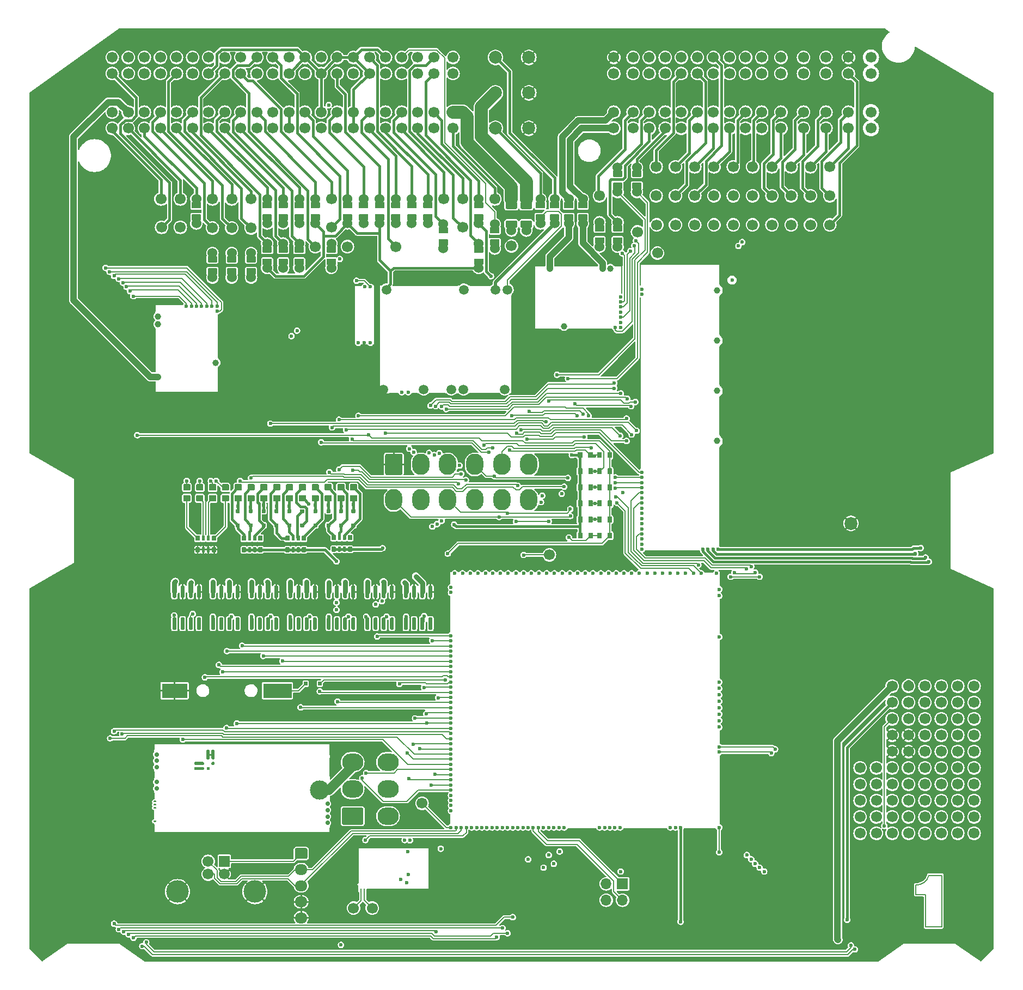
<source format=gtl>
G04 #@! TF.GenerationSoftware,KiCad,Pcbnew,7.0.11-7.0.11~ubuntu22.04.1*
G04 #@! TF.CreationDate,2024-03-27T01:00:29+00:00*
G04 #@! TF.ProjectId,hellen154hyundai,68656c6c-656e-4313-9534-6879756e6461,D*
G04 #@! TF.SameCoordinates,PX5f5e100PYc845880*
G04 #@! TF.FileFunction,Copper,L1,Top*
G04 #@! TF.FilePolarity,Positive*
%FSLAX46Y46*%
G04 Gerber Fmt 4.6, Leading zero omitted, Abs format (unit mm)*
G04 Created by KiCad (PCBNEW 7.0.11-7.0.11~ubuntu22.04.1) date 2024-03-27 01:00:29*
%MOMM*%
%LPD*%
G01*
G04 APERTURE LIST*
G04 #@! TA.AperFunction,EtchedComponent*
%ADD10C,0.200000*%
G04 #@! TD*
G04 #@! TA.AperFunction,ComponentPad*
%ADD11C,1.700000*%
G04 #@! TD*
G04 #@! TA.AperFunction,ComponentPad*
%ADD12O,1.950000X1.700000*%
G04 #@! TD*
G04 #@! TA.AperFunction,ComponentPad*
%ADD13C,1.524000*%
G04 #@! TD*
G04 #@! TA.AperFunction,ComponentPad*
%ADD14C,2.000000*%
G04 #@! TD*
G04 #@! TA.AperFunction,ComponentPad*
%ADD15R,1.700000X1.700000*%
G04 #@! TD*
G04 #@! TA.AperFunction,ComponentPad*
%ADD16C,3.500000*%
G04 #@! TD*
G04 #@! TA.AperFunction,ComponentPad*
%ADD17C,0.600000*%
G04 #@! TD*
G04 #@! TA.AperFunction,SMDPad,CuDef*
%ADD18R,12.500000X0.200000*%
G04 #@! TD*
G04 #@! TA.AperFunction,SMDPad,CuDef*
%ADD19R,0.200000X3.300000*%
G04 #@! TD*
G04 #@! TA.AperFunction,SMDPad,CuDef*
%ADD20R,0.200000X3.500000*%
G04 #@! TD*
G04 #@! TA.AperFunction,SMDPad,CuDef*
%ADD21R,0.200000X6.000000*%
G04 #@! TD*
G04 #@! TA.AperFunction,SMDPad,CuDef*
%ADD22R,0.200000X26.650000*%
G04 #@! TD*
G04 #@! TA.AperFunction,SMDPad,CuDef*
%ADD23R,0.200000X15.400000*%
G04 #@! TD*
G04 #@! TA.AperFunction,SMDPad,CuDef*
%ADD24R,8.500000X0.200000*%
G04 #@! TD*
G04 #@! TA.AperFunction,ComponentPad*
%ADD25C,1.000000*%
G04 #@! TD*
G04 #@! TA.AperFunction,ComponentPad*
%ADD26C,0.700000*%
G04 #@! TD*
G04 #@! TA.AperFunction,SMDPad,CuDef*
%ADD27C,3.000000*%
G04 #@! TD*
G04 #@! TA.AperFunction,SMDPad,CuDef*
%ADD28R,0.250000X3.000000*%
G04 #@! TD*
G04 #@! TA.AperFunction,SMDPad,CuDef*
%ADD29R,0.250000X1.100000*%
G04 #@! TD*
G04 #@! TA.AperFunction,SMDPad,CuDef*
%ADD30R,0.250000X0.980000*%
G04 #@! TD*
G04 #@! TA.AperFunction,SMDPad,CuDef*
%ADD31R,0.250000X1.450000*%
G04 #@! TD*
G04 #@! TA.AperFunction,SMDPad,CuDef*
%ADD32R,27.600000X0.250000*%
G04 #@! TD*
G04 #@! TA.AperFunction,SMDPad,CuDef*
%ADD33R,0.250000X1.950000*%
G04 #@! TD*
G04 #@! TA.AperFunction,SMDPad,CuDef*
%ADD34R,0.250000X0.950000*%
G04 #@! TD*
G04 #@! TA.AperFunction,ComponentPad*
%ADD35O,3.300000X2.700000*%
G04 #@! TD*
G04 #@! TA.AperFunction,SMDPad,CuDef*
%ADD36R,0.200000X2.300000*%
G04 #@! TD*
G04 #@! TA.AperFunction,SMDPad,CuDef*
%ADD37R,0.200000X10.700000*%
G04 #@! TD*
G04 #@! TA.AperFunction,SMDPad,CuDef*
%ADD38R,0.200000X2.100000*%
G04 #@! TD*
G04 #@! TA.AperFunction,SMDPad,CuDef*
%ADD39R,0.200000X5.400000*%
G04 #@! TD*
G04 #@! TA.AperFunction,SMDPad,CuDef*
%ADD40R,1.400000X0.200000*%
G04 #@! TD*
G04 #@! TA.AperFunction,SMDPad,CuDef*
%ADD41R,5.000000X0.200000*%
G04 #@! TD*
G04 #@! TA.AperFunction,SMDPad,CuDef*
%ADD42R,6.800000X0.200000*%
G04 #@! TD*
G04 #@! TA.AperFunction,SMDPad,CuDef*
%ADD43R,4.500000X0.200000*%
G04 #@! TD*
G04 #@! TA.AperFunction,SMDPad,CuDef*
%ADD44R,0.200000X1.600000*%
G04 #@! TD*
G04 #@! TA.AperFunction,SMDPad,CuDef*
%ADD45R,0.200000X5.700000*%
G04 #@! TD*
G04 #@! TA.AperFunction,SMDPad,CuDef*
%ADD46R,0.200000X2.000000*%
G04 #@! TD*
G04 #@! TA.AperFunction,ComponentPad*
%ADD47O,1.700000X1.700000*%
G04 #@! TD*
G04 #@! TA.AperFunction,SMDPad,CuDef*
%ADD48R,0.200000X4.400000*%
G04 #@! TD*
G04 #@! TA.AperFunction,SMDPad,CuDef*
%ADD49R,1.200000X0.200000*%
G04 #@! TD*
G04 #@! TA.AperFunction,SMDPad,CuDef*
%ADD50R,4.000000X0.200000*%
G04 #@! TD*
G04 #@! TA.AperFunction,SMDPad,CuDef*
%ADD51R,1.800000X0.200000*%
G04 #@! TD*
G04 #@! TA.AperFunction,SMDPad,CuDef*
%ADD52R,0.200000X10.000000*%
G04 #@! TD*
G04 #@! TA.AperFunction,ComponentPad*
%ADD53C,1.500000*%
G04 #@! TD*
G04 #@! TA.AperFunction,SMDPad,CuDef*
%ADD54O,3.300000X0.200000*%
G04 #@! TD*
G04 #@! TA.AperFunction,SMDPad,CuDef*
%ADD55O,10.200000X0.200000*%
G04 #@! TD*
G04 #@! TA.AperFunction,SMDPad,CuDef*
%ADD56O,0.300000X0.200000*%
G04 #@! TD*
G04 #@! TA.AperFunction,SMDPad,CuDef*
%ADD57O,0.200000X17.000000*%
G04 #@! TD*
G04 #@! TA.AperFunction,SMDPad,CuDef*
%ADD58O,0.200000X15.400000*%
G04 #@! TD*
G04 #@! TA.AperFunction,SMDPad,CuDef*
%ADD59O,4.800000X0.200000*%
G04 #@! TD*
G04 #@! TA.AperFunction,SMDPad,CuDef*
%ADD60O,2.600000X0.200000*%
G04 #@! TD*
G04 #@! TA.AperFunction,SMDPad,CuDef*
%ADD61O,1.000000X0.200000*%
G04 #@! TD*
G04 #@! TA.AperFunction,SMDPad,CuDef*
%ADD62O,1.500000X0.200000*%
G04 #@! TD*
G04 #@! TA.AperFunction,SMDPad,CuDef*
%ADD63R,4.399991X2.299995*%
G04 #@! TD*
G04 #@! TA.AperFunction,SMDPad,CuDef*
%ADD64R,3.999992X2.299995*%
G04 #@! TD*
G04 #@! TA.AperFunction,ComponentPad*
%ADD65O,2.700000X3.300000*%
G04 #@! TD*
G04 #@! TA.AperFunction,SMDPad,CuDef*
%ADD66R,4.400000X0.200000*%
G04 #@! TD*
G04 #@! TA.AperFunction,SMDPad,CuDef*
%ADD67R,0.200000X1.200000*%
G04 #@! TD*
G04 #@! TA.AperFunction,SMDPad,CuDef*
%ADD68R,0.200000X6.800000*%
G04 #@! TD*
G04 #@! TA.AperFunction,SMDPad,CuDef*
%ADD69R,0.200000X4.000000*%
G04 #@! TD*
G04 #@! TA.AperFunction,SMDPad,CuDef*
%ADD70R,0.200000X1.800000*%
G04 #@! TD*
G04 #@! TA.AperFunction,SMDPad,CuDef*
%ADD71R,10.000000X0.200000*%
G04 #@! TD*
G04 #@! TA.AperFunction,SMDPad,CuDef*
%ADD72C,2.000000*%
G04 #@! TD*
G04 #@! TA.AperFunction,SMDPad,CuDef*
%ADD73O,0.200000X5.669999*%
G04 #@! TD*
G04 #@! TA.AperFunction,SMDPad,CuDef*
%ADD74O,11.100001X0.200000*%
G04 #@! TD*
G04 #@! TA.AperFunction,SMDPad,CuDef*
%ADD75O,9.800001X0.399999*%
G04 #@! TD*
G04 #@! TA.AperFunction,SMDPad,CuDef*
%ADD76O,0.499999X0.250000*%
G04 #@! TD*
G04 #@! TA.AperFunction,SMDPad,CuDef*
%ADD77O,0.200000X6.799999*%
G04 #@! TD*
G04 #@! TA.AperFunction,SMDPad,CuDef*
%ADD78O,0.250000X0.499999*%
G04 #@! TD*
G04 #@! TA.AperFunction,ComponentPad*
%ADD79C,0.599999*%
G04 #@! TD*
G04 #@! TA.AperFunction,SMDPad,CuDef*
%ADD80O,1.200000X0.200000*%
G04 #@! TD*
G04 #@! TA.AperFunction,SMDPad,CuDef*
%ADD81O,0.200000X9.300000*%
G04 #@! TD*
G04 #@! TA.AperFunction,ViaPad*
%ADD82C,0.600000*%
G04 #@! TD*
G04 #@! TA.AperFunction,Conductor*
%ADD83C,0.200000*%
G04 #@! TD*
G04 #@! TA.AperFunction,Conductor*
%ADD84C,0.400000*%
G04 #@! TD*
G04 #@! TA.AperFunction,Conductor*
%ADD85C,0.800000*%
G04 #@! TD*
G04 #@! TA.AperFunction,Conductor*
%ADD86C,0.500000*%
G04 #@! TD*
G04 #@! TA.AperFunction,Conductor*
%ADD87C,1.000000*%
G04 #@! TD*
G04 #@! TA.AperFunction,Conductor*
%ADD88C,2.000000*%
G04 #@! TD*
G04 #@! TA.AperFunction,Conductor*
%ADD89C,0.150000*%
G04 #@! TD*
G04 #@! TA.AperFunction,Conductor*
%ADD90C,0.250000*%
G04 #@! TD*
G04 #@! TA.AperFunction,Conductor*
%ADD91C,1.500000*%
G04 #@! TD*
G04 APERTURE END LIST*
D10*
G04 #@! TO.C,G3*
X144905350Y15407713D02*
X144905350Y16907713D01*
X144905350Y15407713D02*
X146405350Y15407713D01*
X146405350Y15407713D02*
X146405350Y10407713D01*
X146405350Y10407713D02*
X148905350Y10407713D01*
X148905350Y18407713D02*
X146905350Y18407713D01*
X148905350Y10407713D02*
X148905350Y18407713D01*
X144905350Y16907713D02*
G75*
G03*
X146905349Y18407713I78399J1978801D01*
G01*
G04 #@! TD*
D11*
G04 #@! TO.P,P37,1,Pin_1*
G04 #@! TO.N,Net-(P37-Pin_1)*
X104500000Y128500000D03*
G04 #@! TD*
G04 #@! TO.P,J1,1,Pin_1*
G04 #@! TO.N,/VBUS*
G04 #@! TA.AperFunction,ComponentPad*
G36*
G01*
X48575000Y22650000D02*
X50025000Y22650000D01*
G75*
G02*
X50275000Y22400000I0J-250000D01*
G01*
X50275000Y21200000D01*
G75*
G02*
X50025000Y20950000I-250000J0D01*
G01*
X48575000Y20950000D01*
G75*
G02*
X48325000Y21200000I0J250000D01*
G01*
X48325000Y22400000D01*
G75*
G02*
X48575000Y22650000I250000J0D01*
G01*
G37*
G04 #@! TD.AperFunction*
D12*
G04 #@! TO.P,J1,2,Pin_2*
G04 #@! TO.N,/USB-*
X49300000Y19300000D03*
G04 #@! TO.P,J1,3,Pin_3*
G04 #@! TO.N,/USB+*
X49300000Y16800000D03*
G04 #@! TO.P,J1,4,Pin_4*
G04 #@! TO.N,GND*
X49300000Y14300000D03*
G04 #@! TO.P,J1,5,Pin_5*
X49300000Y11800000D03*
G04 #@! TD*
D11*
G04 #@! TO.P,P33,1,Pin_1*
G04 #@! TO.N,Net-(P33-Pin_1)*
X128500000Y119500000D03*
G04 #@! TD*
G04 #@! TO.P,P46,1,Pin_1*
G04 #@! TO.N,Net-(P46-Pin_1)*
X113500000Y124000000D03*
G04 #@! TD*
D13*
G04 #@! TO.P,F1,1,1*
G04 #@! TO.N,Net-(P1B-4)*
X84300000Y123500000D03*
G04 #@! TA.AperFunction,SMDPad,CuDef*
G36*
G01*
X83400000Y122155010D02*
X83400000Y122845010D01*
G75*
G02*
X83630000Y123075010I230000J0D01*
G01*
X84970000Y123075010D01*
G75*
G02*
X85200000Y122845010I0J-230000D01*
G01*
X85200000Y122155010D01*
G75*
G02*
X84970000Y121925010I-230000J0D01*
G01*
X83630000Y121925010D01*
G75*
G02*
X83400000Y122155010I0J230000D01*
G01*
G37*
G04 #@! TD.AperFunction*
G04 #@! TO.P,F1,2,2*
G04 #@! TO.N,+12V_FROM_MAIN_RELAY*
G04 #@! TA.AperFunction,SMDPad,CuDef*
G36*
G01*
X83400000Y119254990D02*
X83400000Y119944990D01*
G75*
G02*
X83630000Y120174990I230000J0D01*
G01*
X84970000Y120174990D01*
G75*
G02*
X85200000Y119944990I0J-230000D01*
G01*
X85200000Y119254990D01*
G75*
G02*
X84970000Y119024990I-230000J0D01*
G01*
X83630000Y119024990D01*
G75*
G02*
X83400000Y119254990I0J230000D01*
G01*
G37*
G04 #@! TD.AperFunction*
X84300000Y118600000D03*
G04 #@! TD*
G04 #@! TO.P,U4,1,IN1*
G04 #@! TO.N,Net-(U4-IN1)*
G04 #@! TA.AperFunction,SMDPad,CuDef*
G36*
G01*
X41740000Y56550000D02*
X41440000Y56550000D01*
G75*
G02*
X41290000Y56700000I0J150000D01*
G01*
X41290000Y58350000D01*
G75*
G02*
X41440000Y58500000I150000J0D01*
G01*
X41740000Y58500000D01*
G75*
G02*
X41890000Y58350000I0J-150000D01*
G01*
X41890000Y56700000D01*
G75*
G02*
X41740000Y56550000I-150000J0D01*
G01*
G37*
G04 #@! TD.AperFunction*
G04 #@! TO.P,U4,2,STATUS1*
G04 #@! TO.N,unconnected-(U4-STATUS1-Pad2)*
G04 #@! TA.AperFunction,SMDPad,CuDef*
G36*
G01*
X43010000Y56550000D02*
X42710000Y56550000D01*
G75*
G02*
X42560000Y56700000I0J150000D01*
G01*
X42560000Y58350000D01*
G75*
G02*
X42710000Y58500000I150000J0D01*
G01*
X43010000Y58500000D01*
G75*
G02*
X43160000Y58350000I0J-150000D01*
G01*
X43160000Y56700000D01*
G75*
G02*
X43010000Y56550000I-150000J0D01*
G01*
G37*
G04 #@! TD.AperFunction*
G04 #@! TO.P,U4,3,IN2*
G04 #@! TO.N,Net-(U4-IN2)*
G04 #@! TA.AperFunction,SMDPad,CuDef*
G36*
G01*
X44280000Y56550000D02*
X43980000Y56550000D01*
G75*
G02*
X43830000Y56700000I0J150000D01*
G01*
X43830000Y58350000D01*
G75*
G02*
X43980000Y58500000I150000J0D01*
G01*
X44280000Y58500000D01*
G75*
G02*
X44430000Y58350000I0J-150000D01*
G01*
X44430000Y56700000D01*
G75*
G02*
X44280000Y56550000I-150000J0D01*
G01*
G37*
G04 #@! TD.AperFunction*
G04 #@! TO.P,U4,4,STATUS2*
G04 #@! TO.N,unconnected-(U4-STATUS2-Pad4)*
G04 #@! TA.AperFunction,SMDPad,CuDef*
G36*
G01*
X45550000Y56550000D02*
X45250000Y56550000D01*
G75*
G02*
X45100000Y56700000I0J150000D01*
G01*
X45100000Y58350000D01*
G75*
G02*
X45250000Y58500000I150000J0D01*
G01*
X45550000Y58500000D01*
G75*
G02*
X45700000Y58350000I0J-150000D01*
G01*
X45700000Y56700000D01*
G75*
G02*
X45550000Y56550000I-150000J0D01*
G01*
G37*
G04 #@! TD.AperFunction*
G04 #@! TO.P,U4,5,S2*
G04 #@! TO.N,GND*
G04 #@! TA.AperFunction,SMDPad,CuDef*
G36*
G01*
X45550000Y61500000D02*
X45250000Y61500000D01*
G75*
G02*
X45100000Y61650000I0J150000D01*
G01*
X45100000Y63300000D01*
G75*
G02*
X45250000Y63450000I150000J0D01*
G01*
X45550000Y63450000D01*
G75*
G02*
X45700000Y63300000I0J-150000D01*
G01*
X45700000Y61650000D01*
G75*
G02*
X45550000Y61500000I-150000J0D01*
G01*
G37*
G04 #@! TD.AperFunction*
G04 #@! TO.P,U4,6,D2*
G04 #@! TO.N,/OUT_CVVT1*
G04 #@! TA.AperFunction,SMDPad,CuDef*
G36*
G01*
X44280000Y61500000D02*
X43980000Y61500000D01*
G75*
G02*
X43830000Y61650000I0J150000D01*
G01*
X43830000Y63300000D01*
G75*
G02*
X43980000Y63450000I150000J0D01*
G01*
X44280000Y63450000D01*
G75*
G02*
X44430000Y63300000I0J-150000D01*
G01*
X44430000Y61650000D01*
G75*
G02*
X44280000Y61500000I-150000J0D01*
G01*
G37*
G04 #@! TD.AperFunction*
G04 #@! TO.P,U4,7,S1*
G04 #@! TO.N,GND*
G04 #@! TA.AperFunction,SMDPad,CuDef*
G36*
G01*
X43010000Y61500000D02*
X42710000Y61500000D01*
G75*
G02*
X42560000Y61650000I0J150000D01*
G01*
X42560000Y63300000D01*
G75*
G02*
X42710000Y63450000I150000J0D01*
G01*
X43010000Y63450000D01*
G75*
G02*
X43160000Y63300000I0J-150000D01*
G01*
X43160000Y61650000D01*
G75*
G02*
X43010000Y61500000I-150000J0D01*
G01*
G37*
G04 #@! TD.AperFunction*
G04 #@! TO.P,U4,8,D1*
G04 #@! TO.N,/OUT_CVVT2*
G04 #@! TA.AperFunction,SMDPad,CuDef*
G36*
G01*
X41740000Y61500000D02*
X41440000Y61500000D01*
G75*
G02*
X41290000Y61650000I0J150000D01*
G01*
X41290000Y63300000D01*
G75*
G02*
X41440000Y63450000I150000J0D01*
G01*
X41740000Y63450000D01*
G75*
G02*
X41890000Y63300000I0J-150000D01*
G01*
X41890000Y61650000D01*
G75*
G02*
X41740000Y61500000I-150000J0D01*
G01*
G37*
G04 #@! TD.AperFunction*
G04 #@! TD*
D11*
G04 #@! TO.P,P85,1,Pin_1*
G04 #@! TO.N,Net-(M1-USBID)*
X68100000Y29600000D03*
G04 #@! TD*
G04 #@! TO.P,R14,1*
G04 #@! TO.N,/DIN1*
G04 #@! TA.AperFunction,SMDPad,CuDef*
G36*
G01*
X95350000Y75810000D02*
X95350000Y76590000D01*
G75*
G02*
X95420000Y76660000I70000J0D01*
G01*
X95980000Y76660000D01*
G75*
G02*
X96050000Y76590000I0J-70000D01*
G01*
X96050000Y75810000D01*
G75*
G02*
X95980000Y75740000I-70000J0D01*
G01*
X95420000Y75740000D01*
G75*
G02*
X95350000Y75810000I0J70000D01*
G01*
G37*
G04 #@! TD.AperFunction*
G04 #@! TO.P,R14,2*
G04 #@! TO.N,+5VA*
G04 #@! TA.AperFunction,SMDPad,CuDef*
G36*
G01*
X96950000Y75810000D02*
X96950000Y76590000D01*
G75*
G02*
X97020000Y76660000I70000J0D01*
G01*
X97580000Y76660000D01*
G75*
G02*
X97650000Y76590000I0J-70000D01*
G01*
X97650000Y75810000D01*
G75*
G02*
X97580000Y75740000I-70000J0D01*
G01*
X97020000Y75740000D01*
G75*
G02*
X96950000Y75810000I0J70000D01*
G01*
G37*
G04 #@! TD.AperFunction*
G04 #@! TD*
G04 #@! TO.P,P53,1,Pin_1*
G04 #@! TO.N,Net-(P53-Pin_1)*
X122500000Y128500000D03*
G04 #@! TD*
G04 #@! TO.P,U9,1,IN1*
G04 #@! TO.N,Net-(U9-IN1)*
G04 #@! TA.AperFunction,SMDPad,CuDef*
G36*
G01*
X65745000Y56550000D02*
X65445000Y56550000D01*
G75*
G02*
X65295000Y56700000I0J150000D01*
G01*
X65295000Y58350000D01*
G75*
G02*
X65445000Y58500000I150000J0D01*
G01*
X65745000Y58500000D01*
G75*
G02*
X65895000Y58350000I0J-150000D01*
G01*
X65895000Y56700000D01*
G75*
G02*
X65745000Y56550000I-150000J0D01*
G01*
G37*
G04 #@! TD.AperFunction*
G04 #@! TO.P,U9,2,STATUS1*
G04 #@! TO.N,unconnected-(U9-STATUS1-Pad2)*
G04 #@! TA.AperFunction,SMDPad,CuDef*
G36*
G01*
X67015000Y56550000D02*
X66715000Y56550000D01*
G75*
G02*
X66565000Y56700000I0J150000D01*
G01*
X66565000Y58350000D01*
G75*
G02*
X66715000Y58500000I150000J0D01*
G01*
X67015000Y58500000D01*
G75*
G02*
X67165000Y58350000I0J-150000D01*
G01*
X67165000Y56700000D01*
G75*
G02*
X67015000Y56550000I-150000J0D01*
G01*
G37*
G04 #@! TD.AperFunction*
G04 #@! TO.P,U9,3,IN2*
G04 #@! TO.N,Net-(U9-IN2)*
G04 #@! TA.AperFunction,SMDPad,CuDef*
G36*
G01*
X68285000Y56550000D02*
X67985000Y56550000D01*
G75*
G02*
X67835000Y56700000I0J150000D01*
G01*
X67835000Y58350000D01*
G75*
G02*
X67985000Y58500000I150000J0D01*
G01*
X68285000Y58500000D01*
G75*
G02*
X68435000Y58350000I0J-150000D01*
G01*
X68435000Y56700000D01*
G75*
G02*
X68285000Y56550000I-150000J0D01*
G01*
G37*
G04 #@! TD.AperFunction*
G04 #@! TO.P,U9,4,STATUS2*
G04 #@! TO.N,unconnected-(U9-STATUS2-Pad4)*
G04 #@! TA.AperFunction,SMDPad,CuDef*
G36*
G01*
X69555000Y56550000D02*
X69255000Y56550000D01*
G75*
G02*
X69105000Y56700000I0J150000D01*
G01*
X69105000Y58350000D01*
G75*
G02*
X69255000Y58500000I150000J0D01*
G01*
X69555000Y58500000D01*
G75*
G02*
X69705000Y58350000I0J-150000D01*
G01*
X69705000Y56700000D01*
G75*
G02*
X69555000Y56550000I-150000J0D01*
G01*
G37*
G04 #@! TD.AperFunction*
G04 #@! TO.P,U9,5,S2*
G04 #@! TO.N,GND*
G04 #@! TA.AperFunction,SMDPad,CuDef*
G36*
G01*
X69555000Y61500000D02*
X69255000Y61500000D01*
G75*
G02*
X69105000Y61650000I0J150000D01*
G01*
X69105000Y63300000D01*
G75*
G02*
X69255000Y63450000I150000J0D01*
G01*
X69555000Y63450000D01*
G75*
G02*
X69705000Y63300000I0J-150000D01*
G01*
X69705000Y61650000D01*
G75*
G02*
X69555000Y61500000I-150000J0D01*
G01*
G37*
G04 #@! TD.AperFunction*
G04 #@! TO.P,U9,6,D2*
G04 #@! TO.N,/OUT_AUX_LS2*
G04 #@! TA.AperFunction,SMDPad,CuDef*
G36*
G01*
X68285000Y61500000D02*
X67985000Y61500000D01*
G75*
G02*
X67835000Y61650000I0J150000D01*
G01*
X67835000Y63300000D01*
G75*
G02*
X67985000Y63450000I150000J0D01*
G01*
X68285000Y63450000D01*
G75*
G02*
X68435000Y63300000I0J-150000D01*
G01*
X68435000Y61650000D01*
G75*
G02*
X68285000Y61500000I-150000J0D01*
G01*
G37*
G04 #@! TD.AperFunction*
G04 #@! TO.P,U9,7,S1*
G04 #@! TO.N,GND*
G04 #@! TA.AperFunction,SMDPad,CuDef*
G36*
G01*
X67015000Y61500000D02*
X66715000Y61500000D01*
G75*
G02*
X66565000Y61650000I0J150000D01*
G01*
X66565000Y63300000D01*
G75*
G02*
X66715000Y63450000I150000J0D01*
G01*
X67015000Y63450000D01*
G75*
G02*
X67165000Y63300000I0J-150000D01*
G01*
X67165000Y61650000D01*
G75*
G02*
X67015000Y61500000I-150000J0D01*
G01*
G37*
G04 #@! TD.AperFunction*
G04 #@! TO.P,U9,8,D1*
G04 #@! TO.N,/OUT_AUX_LS1*
G04 #@! TA.AperFunction,SMDPad,CuDef*
G36*
G01*
X65745000Y61500000D02*
X65445000Y61500000D01*
G75*
G02*
X65295000Y61650000I0J150000D01*
G01*
X65295000Y63300000D01*
G75*
G02*
X65445000Y63450000I150000J0D01*
G01*
X65745000Y63450000D01*
G75*
G02*
X65895000Y63300000I0J-150000D01*
G01*
X65895000Y61650000D01*
G75*
G02*
X65745000Y61500000I-150000J0D01*
G01*
G37*
G04 #@! TD.AperFunction*
G04 #@! TD*
G04 #@! TO.P,G9,1*
G04 #@! TO.N,Net-(G9-Pad1)*
X151406545Y24944788D03*
G04 #@! TO.P,G9,2*
G04 #@! TO.N,Net-(G9-Pad2)*
X151406545Y27484788D03*
G04 #@! TO.P,G9,3*
G04 #@! TO.N,Net-(G9-Pad3)*
X151406545Y30024788D03*
G04 #@! TO.P,G9,4*
G04 #@! TO.N,Net-(G9-Pad4)*
X151406545Y32564788D03*
G04 #@! TO.P,G9,5*
G04 #@! TO.N,Net-(G9-Pad10)*
X151406545Y35104788D03*
G04 #@! TO.P,G9,6*
G04 #@! TO.N,Net-(G9-Pad1)*
X153946545Y24944788D03*
G04 #@! TO.P,G9,7*
G04 #@! TO.N,Net-(G9-Pad2)*
X153946545Y27484788D03*
G04 #@! TO.P,G9,8*
G04 #@! TO.N,Net-(G9-Pad3)*
X153946545Y30024788D03*
G04 #@! TO.P,G9,9*
G04 #@! TO.N,Net-(G9-Pad4)*
X153946545Y32564788D03*
G04 #@! TO.P,G9,10*
G04 #@! TO.N,Net-(G9-Pad10)*
X153946545Y35104788D03*
G04 #@! TD*
G04 #@! TO.P,P14,1,Pin_1*
G04 #@! TO.N,Net-(P14-Pin_1)*
X79400000Y123505000D03*
G04 #@! TD*
G04 #@! TO.P,P1,1,1*
G04 #@! TO.N,/OUT_IGN4*
X137912500Y145500000D03*
G04 #@! TO.P,P1,2,2*
G04 #@! TO.N,GND*
X134412500Y145500000D03*
G04 #@! TO.P,P1,3,3*
G04 #@! TO.N,Net-(P23-Pin_1)*
X130912500Y145500000D03*
G04 #@! TO.P,P1,4,4*
G04 #@! TO.N,Net-(P24-Pin_1)*
X127412500Y145500000D03*
G04 #@! TO.P,P1,5,5*
G04 #@! TO.N,Net-(P25-Pin_1)*
X123912500Y145500000D03*
G04 #@! TO.P,P1,6,6*
G04 #@! TO.N,Net-(P26-Pin_1)*
X120912500Y145500000D03*
G04 #@! TO.P,P1,7,7*
G04 #@! TO.N,Net-(P27-Pin_1)*
X118412500Y145500000D03*
G04 #@! TO.P,P1,8,8*
G04 #@! TO.N,Net-(P28-Pin_1)*
X115912500Y145500000D03*
G04 #@! TO.P,P1,9,9*
G04 #@! TO.N,Net-(P29-Pin_1)*
X113412500Y145500000D03*
G04 #@! TO.P,P1,10,10*
G04 #@! TO.N,unconnected-(P1-Pad10)*
X110912500Y145500000D03*
G04 #@! TO.P,P1,11,11*
G04 #@! TO.N,unconnected-(P1-Pad11)*
X108412500Y145500000D03*
G04 #@! TO.P,P1,12,12*
G04 #@! TO.N,unconnected-(P1-Pad12)*
X105912500Y145500000D03*
G04 #@! TO.P,P1,13,13*
G04 #@! TO.N,Net-(P30-Pin_1)*
X103412500Y145500000D03*
G04 #@! TO.P,P1,14,14*
G04 #@! TO.N,Net-(P31-Pin_1)*
X100912500Y145500000D03*
G04 #@! TO.P,P1,15,15*
G04 #@! TO.N,GND*
X97912500Y145500000D03*
G04 #@! TO.P,P1,16,16*
G04 #@! TO.N,/OUT_IGN2*
X137912500Y143000000D03*
G04 #@! TO.P,P1,17,17*
G04 #@! TO.N,Net-(P32-Pin_1)*
X134412500Y143000000D03*
G04 #@! TO.P,P1,18,18*
G04 #@! TO.N,Net-(P33-Pin_1)*
X130912500Y143000000D03*
G04 #@! TO.P,P1,19,19*
G04 #@! TO.N,Net-(P34-Pin_1)*
X127412500Y143000000D03*
G04 #@! TO.P,P1,20,20*
G04 #@! TO.N,Net-(P35-Pin_1)*
X123912500Y143000000D03*
G04 #@! TO.P,P1,21,21*
G04 #@! TO.N,unconnected-(P1-Pad21)*
X120912500Y143000000D03*
G04 #@! TO.P,P1,22,22*
G04 #@! TO.N,unconnected-(P1-Pad22)*
X118412500Y143000000D03*
G04 #@! TO.P,P1,23,23*
G04 #@! TO.N,unconnected-(P1-Pad23)*
X115912500Y143000000D03*
G04 #@! TO.P,P1,24,24*
G04 #@! TO.N,unconnected-(P1-Pad24)*
X113412500Y143000000D03*
G04 #@! TO.P,P1,25,25*
G04 #@! TO.N,Net-(P36-Pin_1)*
X110912500Y143000000D03*
G04 #@! TO.P,P1,26,26*
G04 #@! TO.N,Net-(P37-Pin_1)*
X108412500Y143000000D03*
G04 #@! TO.P,P1,27,27*
G04 #@! TO.N,Net-(P38-Pin_1)*
X105912500Y143000000D03*
G04 #@! TO.P,P1,28,28*
G04 #@! TO.N,unconnected-(P1-Pad28)*
X103412500Y143000000D03*
G04 #@! TO.P,P1,29,29*
G04 #@! TO.N,Net-(P1-Pad29)*
X100912500Y143000000D03*
G04 #@! TO.P,P1,30,30*
G04 #@! TO.N,Net-(P39-Pin_1)*
X97912500Y143000000D03*
G04 #@! TO.P,P1,31,31*
G04 #@! TO.N,/OUT_IGN1*
X137912500Y137000000D03*
G04 #@! TO.P,P1,32,32*
G04 #@! TO.N,Net-(P40-Pin_1)*
X134412500Y137000000D03*
G04 #@! TO.P,P1,33,33*
G04 #@! TO.N,Net-(P41-Pin_1)*
X130912500Y137000000D03*
G04 #@! TO.P,P1,34,34*
G04 #@! TO.N,Net-(P42-Pin_1)*
X127412500Y137000000D03*
G04 #@! TO.P,P1,35,35*
G04 #@! TO.N,Net-(P43-Pin_1)*
X123912500Y137000000D03*
G04 #@! TO.P,P1,36,36*
G04 #@! TO.N,Net-(P44-Pin_1)*
X120912500Y137000000D03*
G04 #@! TO.P,P1,37,37*
G04 #@! TO.N,Net-(P45-Pin_1)*
X118412500Y137000000D03*
G04 #@! TO.P,P1,38,38*
G04 #@! TO.N,Net-(P46-Pin_1)*
X115912500Y137000000D03*
G04 #@! TO.P,P1,39,39*
G04 #@! TO.N,unconnected-(P1-Pad39)*
X113412500Y137000000D03*
G04 #@! TO.P,P1,40,40*
G04 #@! TO.N,Net-(P47-Pin_1)*
X110912500Y137000000D03*
G04 #@! TO.P,P1,41,41*
G04 #@! TO.N,unconnected-(P1-Pad41)*
X108412500Y137000000D03*
G04 #@! TO.P,P1,42,42*
G04 #@! TO.N,Net-(P48-Pin_1)*
X105912500Y137000000D03*
G04 #@! TO.P,P1,43,43*
G04 #@! TO.N,Net-(P1-Pad43)*
X103412500Y137000000D03*
G04 #@! TO.P,P1,44,44*
G04 #@! TO.N,Net-(P49-Pin_1)*
X100912500Y137000000D03*
G04 #@! TO.P,P1,45,45*
G04 #@! TO.N,Net-(P1-Pad45)*
X97912500Y137000000D03*
G04 #@! TO.P,P1,46,46*
G04 #@! TO.N,/OUT_IGN3*
X137912500Y134500000D03*
G04 #@! TO.P,P1,47,47*
G04 #@! TO.N,Net-(P50-Pin_1)*
X134412500Y134500000D03*
G04 #@! TO.P,P1,48,48*
G04 #@! TO.N,Net-(P51-Pin_1)*
X130912500Y134500000D03*
G04 #@! TO.P,P1,49,49*
G04 #@! TO.N,Net-(P52-Pin_1)*
X127412500Y134500000D03*
G04 #@! TO.P,P1,50,50*
G04 #@! TO.N,Net-(P53-Pin_1)*
X123912500Y134500000D03*
G04 #@! TO.P,P1,51,51*
G04 #@! TO.N,unconnected-(P1-Pad51)*
X120912500Y134500000D03*
G04 #@! TO.P,P1,52,52*
G04 #@! TO.N,unconnected-(P1-Pad52)*
X118412500Y134500000D03*
G04 #@! TO.P,P1,53,53*
G04 #@! TO.N,Net-(P54-Pin_1)*
X115912500Y134500000D03*
G04 #@! TO.P,P1,54,54*
G04 #@! TO.N,Net-(P55-Pin_1)*
X113412500Y134500000D03*
G04 #@! TO.P,P1,55,55*
G04 #@! TO.N,unconnected-(P1-Pad55)*
X110912500Y134500000D03*
G04 #@! TO.P,P1,56,56*
G04 #@! TO.N,unconnected-(P1-Pad56)*
X108412500Y134500000D03*
G04 #@! TO.P,P1,57,57*
G04 #@! TO.N,Net-(P1-Pad57)*
X105912500Y134500000D03*
G04 #@! TO.P,P1,58,58*
G04 #@! TO.N,Net-(P1-Pad58)*
X103412500Y134500000D03*
G04 #@! TO.P,P1,59,59*
G04 #@! TO.N,unconnected-(P1-Pad59)*
X100912500Y134500000D03*
G04 #@! TO.P,P1,60,60*
G04 #@! TO.N,Net-(P1-Pad60)*
X97912500Y134500000D03*
D14*
G04 #@! TO.P,P1,61,1*
G04 #@! TO.N,GND*
X84712500Y145500000D03*
G04 #@! TO.P,P1,62,2*
G04 #@! TO.N,Net-(P1B-2)*
X79512500Y145500000D03*
G04 #@! TO.P,P1,63,3*
G04 #@! TO.N,GND*
X84712500Y140000000D03*
G04 #@! TO.P,P1,64,4*
G04 #@! TO.N,Net-(P1B-4)*
X79512500Y140000000D03*
G04 #@! TO.P,P1,65,5*
G04 #@! TO.N,GND*
X84712500Y134500000D03*
G04 #@! TO.P,P1,66,6*
G04 #@! TO.N,Net-(P1B-6)*
X79512500Y134500000D03*
D11*
G04 #@! TO.P,P1,67,7*
G04 #@! TO.N,unconnected-(P1B-7-Pad67)*
X72912500Y145500000D03*
G04 #@! TO.P,P1,68,8*
G04 #@! TO.N,Net-(P1B-8)*
X69912500Y145500000D03*
G04 #@! TO.P,P1,69,9*
G04 #@! TO.N,Net-(P1B-9)*
X67412500Y145500000D03*
G04 #@! TO.P,P1,70,10*
G04 #@! TO.N,Net-(P1B-10)*
X64912500Y145500000D03*
G04 #@! TO.P,P1,71,11*
G04 #@! TO.N,GNDA*
X62412500Y145500000D03*
G04 #@! TO.P,P1,72,12*
G04 #@! TO.N,Net-(P1B-12)*
X59912500Y145500000D03*
G04 #@! TO.P,P1,73,13*
G04 #@! TO.N,GNDA*
X57412500Y145500000D03*
G04 #@! TO.P,P1,74,14*
X54912500Y145500000D03*
G04 #@! TO.P,P1,75,15*
G04 #@! TO.N,/IN_CAM2*
X52412500Y145500000D03*
G04 #@! TO.P,P1,76,16*
G04 #@! TO.N,GNDA*
X49912500Y145500000D03*
G04 #@! TO.P,P1,77,17*
G04 #@! TO.N,/IN_CRANK*
X47412500Y145500000D03*
G04 #@! TO.P,P1,78,18*
G04 #@! TO.N,Net-(P1B-18)*
X44912500Y145500000D03*
G04 #@! TO.P,P1,79,19*
G04 #@! TO.N,Net-(P1B-19)*
X42412500Y145500000D03*
G04 #@! TO.P,P1,80,20*
G04 #@! TO.N,Net-(P1B-20)*
X39912500Y145500000D03*
G04 #@! TO.P,P1,81,21*
G04 #@! TO.N,Net-(P1B-21)*
X37412500Y145500000D03*
G04 #@! TO.P,P1,82,22*
G04 #@! TO.N,Net-(P1B-22)*
X34912500Y145500000D03*
G04 #@! TO.P,P1,83,23*
G04 #@! TO.N,unconnected-(P1B-23-Pad83)*
X32412500Y145500000D03*
G04 #@! TO.P,P1,84,24*
G04 #@! TO.N,unconnected-(P1B-24-Pad84)*
X29912500Y145500000D03*
G04 #@! TO.P,P1,85,25*
G04 #@! TO.N,/OUT_INJ1*
X27412500Y145500000D03*
G04 #@! TO.P,P1,86,26*
G04 #@! TO.N,/OUT_INJ2*
X24912500Y145500000D03*
G04 #@! TO.P,P1,87,27*
G04 #@! TO.N,/OUT_INJ3*
X22412500Y145500000D03*
G04 #@! TO.P,P1,88,28*
G04 #@! TO.N,/OUT_INJ4*
X19912500Y145500000D03*
G04 #@! TO.P,P1,89,29*
G04 #@! TO.N,unconnected-(P1B-29-Pad89)*
X72912500Y143000000D03*
G04 #@! TO.P,P1,90,30*
G04 #@! TO.N,Net-(P1B-30)*
X69912500Y143000000D03*
G04 #@! TO.P,P1,91,31*
G04 #@! TO.N,/IN_MAP1*
X67412500Y143000000D03*
G04 #@! TO.P,P1,92,32*
G04 #@! TO.N,/IN_TPS2*
X64912500Y143000000D03*
G04 #@! TO.P,P1,93,33*
G04 #@! TO.N,/IN_CLT*
X62412500Y143000000D03*
G04 #@! TO.P,P1,94,34*
G04 #@! TO.N,GNDA*
X59912500Y143000000D03*
G04 #@! TO.P,P1,95,35*
G04 #@! TO.N,/IN_PPS2*
X57412500Y143000000D03*
G04 #@! TO.P,P1,96,36*
G04 #@! TO.N,Net-(P1B-36)*
X54912500Y143000000D03*
G04 #@! TO.P,P1,97,37*
G04 #@! TO.N,GNDA*
X52412500Y143000000D03*
G04 #@! TO.P,P1,98,38*
G04 #@! TO.N,Net-(P1B-38)*
X49912500Y143000000D03*
G04 #@! TO.P,P1,99,39*
G04 #@! TO.N,GNDA*
X47412500Y143000000D03*
G04 #@! TO.P,P1,100,40*
G04 #@! TO.N,Net-(P1B-40)*
X44912500Y143000000D03*
G04 #@! TO.P,P1,101,41*
G04 #@! TO.N,unconnected-(P1B-41-Pad101)*
X42412500Y143000000D03*
G04 #@! TO.P,P1,102,42*
G04 #@! TO.N,Net-(P1B-42)*
X39912500Y143000000D03*
G04 #@! TO.P,P1,103,43*
G04 #@! TO.N,Net-(P1B-43)*
X37412500Y143000000D03*
G04 #@! TO.P,P1,104,44*
G04 #@! TO.N,GNDA*
X34912500Y143000000D03*
G04 #@! TO.P,P1,105,45*
G04 #@! TO.N,unconnected-(P1B-45-Pad105)*
X32412500Y143000000D03*
G04 #@! TO.P,P1,106,46*
G04 #@! TO.N,Net-(P1B-46)*
X29912500Y143000000D03*
G04 #@! TO.P,P1,107,47*
G04 #@! TO.N,Net-(P1B-47)*
X27412500Y143000000D03*
G04 #@! TO.P,P1,108,48*
G04 #@! TO.N,/OUT_RCV*
X24912500Y143000000D03*
G04 #@! TO.P,P1,109,49*
G04 #@! TO.N,unconnected-(P1B-49-Pad109)*
X22412500Y143000000D03*
G04 #@! TO.P,P1,110,50*
G04 #@! TO.N,Net-(P10-Pin_1)*
X19912500Y143000000D03*
G04 #@! TO.P,P1,111,51*
G04 #@! TO.N,Net-(P1B-51)*
X72912500Y137000000D03*
G04 #@! TO.P,P1,112,52*
G04 #@! TO.N,Net-(P1B-52)*
X69912500Y137000000D03*
G04 #@! TO.P,P1,113,53*
G04 #@! TO.N,/IN_IAT*
X67412500Y137000000D03*
G04 #@! TO.P,P1,114,54*
G04 #@! TO.N,Net-(P1B-54)*
X64912500Y137000000D03*
G04 #@! TO.P,P1,115,55*
G04 #@! TO.N,unconnected-(P1B-55-Pad115)*
X62412500Y137000000D03*
G04 #@! TO.P,P1,116,56*
G04 #@! TO.N,Net-(P11-Pin_1)*
X59912500Y137000000D03*
G04 #@! TO.P,P1,117,57*
G04 #@! TO.N,GNDA*
X57412500Y137000000D03*
G04 #@! TO.P,P1,118,58*
G04 #@! TO.N,Net-(P1B-58)*
X54912500Y137000000D03*
G04 #@! TO.P,P1,119,59*
G04 #@! TO.N,GNDA*
X52412500Y137000000D03*
G04 #@! TO.P,P1,120,60*
G04 #@! TO.N,Net-(P1B-60)*
X49912500Y137000000D03*
G04 #@! TO.P,P1,121,61*
G04 #@! TO.N,GNDA*
X47412500Y137000000D03*
G04 #@! TO.P,P1,122,62*
G04 #@! TO.N,/IN_CAM1*
X44912500Y137000000D03*
G04 #@! TO.P,P1,123,63*
G04 #@! TO.N,Net-(P1B-63)*
X42412500Y137000000D03*
G04 #@! TO.P,P1,124,64*
G04 #@! TO.N,Net-(P1B-64)*
X39912500Y137000000D03*
G04 #@! TO.P,P1,125,65*
G04 #@! TO.N,Net-(P1B-65)*
X37412500Y137000000D03*
G04 #@! TO.P,P1,126,66*
G04 #@! TO.N,/OUT_CVVT1*
X34912500Y137000000D03*
G04 #@! TO.P,P1,127,67*
G04 #@! TO.N,Net-(P12-Pin_1)*
X32412500Y137000000D03*
G04 #@! TO.P,P1,128,68*
G04 #@! TO.N,/OUT_CVVT2*
X29912500Y137000000D03*
G04 #@! TO.P,P1,129,69*
G04 #@! TO.N,Net-(P13-Pin_1)*
X27412500Y137000000D03*
G04 #@! TO.P,P1,130,70*
G04 #@! TO.N,/OUT_FUEL_PUMP_RELAY*
X24912500Y137000000D03*
G04 #@! TO.P,P1,131,71*
G04 #@! TO.N,/OUT_ETB2*
X22412500Y137000000D03*
G04 #@! TO.P,P1,132,72*
G04 #@! TO.N,/OUT_ETB1*
X19912500Y137000000D03*
G04 #@! TO.P,P1,133,73*
G04 #@! TO.N,Net-(P14-Pin_1)*
X72912500Y134500000D03*
G04 #@! TO.P,P1,134,74*
G04 #@! TO.N,GNDA*
X69912500Y134500000D03*
G04 #@! TO.P,P1,135,75*
G04 #@! TO.N,Net-(P15-Pin_1)*
X67412500Y134500000D03*
G04 #@! TO.P,P1,136,76*
G04 #@! TO.N,Net-(P16-Pin_1)*
X64912500Y134500000D03*
G04 #@! TO.P,P1,137,77*
G04 #@! TO.N,Net-(P1B-77)*
X62412500Y134500000D03*
G04 #@! TO.P,P1,138,78*
G04 #@! TO.N,Net-(P1B-78)*
X59912500Y134500000D03*
G04 #@! TO.P,P1,139,79*
G04 #@! TO.N,GNDA*
X57412500Y134500000D03*
G04 #@! TO.P,P1,140,80*
G04 #@! TO.N,/IN_TPS1*
X54912500Y134500000D03*
G04 #@! TO.P,P1,141,81*
G04 #@! TO.N,unconnected-(P1B-81-Pad141)*
X52412500Y134500000D03*
G04 #@! TO.P,P1,142,82*
G04 #@! TO.N,/IN_PPS1*
X49912500Y134500000D03*
G04 #@! TO.P,P1,143,83*
G04 #@! TO.N,GNDA*
X47412500Y134500000D03*
G04 #@! TO.P,P1,144,84*
G04 #@! TO.N,/IN_WBO*
X44912500Y134500000D03*
G04 #@! TO.P,P1,145,85*
G04 #@! TO.N,GNDA*
X42412500Y134500000D03*
G04 #@! TO.P,P1,146,86*
G04 #@! TO.N,Net-(P1B-86)*
X39912500Y134500000D03*
G04 #@! TO.P,P1,147,87*
G04 #@! TO.N,Net-(P1B-87)*
X37412500Y134500000D03*
G04 #@! TO.P,P1,148,88*
G04 #@! TO.N,Net-(P1B-88)*
X34912500Y134500000D03*
G04 #@! TO.P,P1,149,89*
G04 #@! TO.N,Net-(P18-Pin_1)*
X32412500Y134500000D03*
G04 #@! TO.P,P1,150,90*
G04 #@! TO.N,Net-(P19-Pin_1)*
X29912500Y134500000D03*
G04 #@! TO.P,P1,151,91*
G04 #@! TO.N,Net-(P1B-91)*
X27412500Y134500000D03*
G04 #@! TO.P,P1,152,92*
G04 #@! TO.N,Net-(P1B-92)*
X24912500Y134500000D03*
G04 #@! TO.P,P1,153,93*
G04 #@! TO.N,Net-(P1B-93)*
X22412500Y134500000D03*
G04 #@! TO.P,P1,154,94*
G04 #@! TO.N,Net-(P1B-94)*
X19912500Y134500000D03*
G04 #@! TD*
D13*
G04 #@! TO.P,R17,1,1*
G04 #@! TO.N,/IN_WASTEGATE_POS*
X41500000Y111295000D03*
G04 #@! TA.AperFunction,SMDPad,CuDef*
G36*
G01*
X42125000Y111749999D02*
X40875000Y111749999D01*
G75*
G02*
X40775000Y111849999I0J100000D01*
G01*
X40775000Y112649999D01*
G75*
G02*
X40875000Y112749999I100000J0D01*
G01*
X42125000Y112749999D01*
G75*
G02*
X42225000Y112649999I0J-100000D01*
G01*
X42225000Y111849999D01*
G75*
G02*
X42125000Y111749999I-100000J0D01*
G01*
G37*
G04 #@! TD.AperFunction*
G04 #@! TO.P,R17,2,2*
G04 #@! TO.N,Net-(P1B-22)*
G04 #@! TA.AperFunction,SMDPad,CuDef*
G36*
G01*
X42125000Y113650021D02*
X40875000Y113650021D01*
G75*
G02*
X40775000Y113750021I0J100000D01*
G01*
X40775000Y114550021D01*
G75*
G02*
X40875000Y114650021I100000J0D01*
G01*
X42125000Y114650021D01*
G75*
G02*
X42225000Y114550021I0J-100000D01*
G01*
X42225000Y113750021D01*
G75*
G02*
X42125000Y113650021I-100000J0D01*
G01*
G37*
G04 #@! TD.AperFunction*
X41500000Y115105000D03*
G04 #@! TD*
D11*
G04 #@! TO.P,P45,1,Pin_1*
G04 #@! TO.N,Net-(P45-Pin_1)*
X116500000Y128500000D03*
G04 #@! TD*
D13*
G04 #@! TO.P,R30,1,1*
G04 #@! TO.N,/OUT_WGT*
X35500000Y111295000D03*
G04 #@! TA.AperFunction,SMDPad,CuDef*
G36*
G01*
X36125000Y111749999D02*
X34875000Y111749999D01*
G75*
G02*
X34775000Y111849999I0J100000D01*
G01*
X34775000Y112649999D01*
G75*
G02*
X34875000Y112749999I100000J0D01*
G01*
X36125000Y112749999D01*
G75*
G02*
X36225000Y112649999I0J-100000D01*
G01*
X36225000Y111849999D01*
G75*
G02*
X36125000Y111749999I-100000J0D01*
G01*
G37*
G04 #@! TD.AperFunction*
G04 #@! TO.P,R30,2,2*
G04 #@! TO.N,Net-(P1B-47)*
G04 #@! TA.AperFunction,SMDPad,CuDef*
G36*
G01*
X36125000Y113650021D02*
X34875000Y113650021D01*
G75*
G02*
X34775000Y113750021I0J100000D01*
G01*
X34775000Y114550021D01*
G75*
G02*
X34875000Y114650021I100000J0D01*
G01*
X36125000Y114650021D01*
G75*
G02*
X36225000Y114550021I0J-100000D01*
G01*
X36225000Y113750021D01*
G75*
G02*
X36125000Y113650021I-100000J0D01*
G01*
G37*
G04 #@! TD.AperFunction*
X35500000Y115105000D03*
G04 #@! TD*
D11*
G04 #@! TO.P,P31,1,Pin_1*
G04 #@! TO.N,Net-(P31-Pin_1)*
X104600000Y119500000D03*
G04 #@! TD*
G04 #@! TO.P,P87,1,Pin_1*
G04 #@! TO.N,Net-(M6-CANH)*
X60350003Y13325003D03*
G04 #@! TD*
G04 #@! TO.P,P25,1,Pin_1*
G04 #@! TO.N,Net-(P25-Pin_1)*
X116500000Y124000000D03*
G04 #@! TD*
G04 #@! TO.P,P3,1,Pin_1*
G04 #@! TO.N,Net-(P1B-9)*
X82000000Y116200000D03*
G04 #@! TD*
G04 #@! TO.P,D16,1,A*
G04 #@! TO.N,Net-(D16-A)*
G04 #@! TA.AperFunction,SMDPad,CuDef*
G36*
G01*
X45050000Y79200000D02*
X45950000Y79200000D01*
G75*
G02*
X46050000Y79100000I0J-100000D01*
G01*
X46050000Y78300000D01*
G75*
G02*
X45950000Y78200000I-100000J0D01*
G01*
X45050000Y78200000D01*
G75*
G02*
X44950000Y78300000I0J100000D01*
G01*
X44950000Y79100000D01*
G75*
G02*
X45050000Y79200000I100000J0D01*
G01*
G37*
G04 #@! TD.AperFunction*
G04 #@! TO.P,D16,2,K*
G04 #@! TO.N,/OUT_TACH*
G04 #@! TA.AperFunction,SMDPad,CuDef*
G36*
G01*
X45050000Y77500000D02*
X45950000Y77500000D01*
G75*
G02*
X46050000Y77400000I0J-100000D01*
G01*
X46050000Y76600000D01*
G75*
G02*
X45950000Y76500000I-100000J0D01*
G01*
X45050000Y76500000D01*
G75*
G02*
X44950000Y76600000I0J100000D01*
G01*
X44950000Y77400000D01*
G75*
G02*
X45050000Y77500000I100000J0D01*
G01*
G37*
G04 #@! TD.AperFunction*
G04 #@! TD*
D13*
G04 #@! TO.P,R52,1,1*
G04 #@! TO.N,/OUT_AC_RELAY*
X46500000Y119695000D03*
G04 #@! TA.AperFunction,SMDPad,CuDef*
G36*
G01*
X47125000Y120149999D02*
X45875000Y120149999D01*
G75*
G02*
X45775000Y120249999I0J100000D01*
G01*
X45775000Y121049999D01*
G75*
G02*
X45875000Y121149999I100000J0D01*
G01*
X47125000Y121149999D01*
G75*
G02*
X47225000Y121049999I0J-100000D01*
G01*
X47225000Y120249999D01*
G75*
G02*
X47125000Y120149999I-100000J0D01*
G01*
G37*
G04 #@! TD.AperFunction*
G04 #@! TO.P,R52,2,2*
G04 #@! TO.N,Net-(P1B-87)*
G04 #@! TA.AperFunction,SMDPad,CuDef*
G36*
G01*
X47125000Y122050021D02*
X45875000Y122050021D01*
G75*
G02*
X45775000Y122150021I0J100000D01*
G01*
X45775000Y122950021D01*
G75*
G02*
X45875000Y123050021I100000J0D01*
G01*
X47125000Y123050021D01*
G75*
G02*
X47225000Y122950021I0J-100000D01*
G01*
X47225000Y122150021D01*
G75*
G02*
X47125000Y122050021I-100000J0D01*
G01*
G37*
G04 #@! TD.AperFunction*
X46500000Y123505000D03*
G04 #@! TD*
G04 #@! TO.P,D27,1,K*
G04 #@! TO.N,Net-(D27-K)*
G04 #@! TA.AperFunction,SMDPad,CuDef*
G36*
G01*
X57112499Y72560002D02*
X57112499Y73040002D01*
G75*
G02*
X57172499Y73100002I60000J0D01*
G01*
X57652499Y73100002D01*
G75*
G02*
X57712499Y73040002I0J-60000D01*
G01*
X57712499Y72560002D01*
G75*
G02*
X57652499Y72500002I-60000J0D01*
G01*
X57172499Y72500002D01*
G75*
G02*
X57112499Y72560002I0J60000D01*
G01*
G37*
G04 #@! TD.AperFunction*
G04 #@! TO.P,D27,2,A*
G04 #@! TO.N,/IN_CAM1*
G04 #@! TA.AperFunction,SMDPad,CuDef*
G36*
G01*
X57112499Y74760002D02*
X57112499Y75240002D01*
G75*
G02*
X57172499Y75300002I60000J0D01*
G01*
X57652499Y75300002D01*
G75*
G02*
X57712499Y75240002I0J-60000D01*
G01*
X57712499Y74760002D01*
G75*
G02*
X57652499Y74700002I-60000J0D01*
G01*
X57172499Y74700002D01*
G75*
G02*
X57112499Y74760002I0J60000D01*
G01*
G37*
G04 #@! TD.AperFunction*
G04 #@! TD*
D11*
G04 #@! TO.P,P42,1,Pin_1*
G04 #@! TO.N,Net-(P42-Pin_1)*
X125500000Y124000000D03*
G04 #@! TD*
G04 #@! TO.P,R25,1*
G04 #@! TO.N,GNDA*
G04 #@! TA.AperFunction,SMDPad,CuDef*
G36*
G01*
X92350000Y70810000D02*
X92350000Y71590000D01*
G75*
G02*
X92420000Y71660000I70000J0D01*
G01*
X92980000Y71660000D01*
G75*
G02*
X93050000Y71590000I0J-70000D01*
G01*
X93050000Y70810000D01*
G75*
G02*
X92980000Y70740000I-70000J0D01*
G01*
X92420000Y70740000D01*
G75*
G02*
X92350000Y70810000I0J70000D01*
G01*
G37*
G04 #@! TD.AperFunction*
G04 #@! TO.P,R25,2*
G04 #@! TO.N,/DIN3*
G04 #@! TA.AperFunction,SMDPad,CuDef*
G36*
G01*
X93950000Y70810000D02*
X93950000Y71590000D01*
G75*
G02*
X94020000Y71660000I70000J0D01*
G01*
X94580000Y71660000D01*
G75*
G02*
X94650000Y71590000I0J-70000D01*
G01*
X94650000Y70810000D01*
G75*
G02*
X94580000Y70740000I-70000J0D01*
G01*
X94020000Y70740000D01*
G75*
G02*
X93950000Y70810000I0J70000D01*
G01*
G37*
G04 #@! TD.AperFunction*
G04 #@! TD*
G04 #@! TO.P,U8,1,IN1*
G04 #@! TO.N,Net-(U8-IN1)*
G04 #@! TA.AperFunction,SMDPad,CuDef*
G36*
G01*
X59745000Y56550000D02*
X59445000Y56550000D01*
G75*
G02*
X59295000Y56700000I0J150000D01*
G01*
X59295000Y58350000D01*
G75*
G02*
X59445000Y58500000I150000J0D01*
G01*
X59745000Y58500000D01*
G75*
G02*
X59895000Y58350000I0J-150000D01*
G01*
X59895000Y56700000D01*
G75*
G02*
X59745000Y56550000I-150000J0D01*
G01*
G37*
G04 #@! TD.AperFunction*
G04 #@! TO.P,U8,2,STATUS1*
G04 #@! TO.N,unconnected-(U8-STATUS1-Pad2)*
G04 #@! TA.AperFunction,SMDPad,CuDef*
G36*
G01*
X61015000Y56550000D02*
X60715000Y56550000D01*
G75*
G02*
X60565000Y56700000I0J150000D01*
G01*
X60565000Y58350000D01*
G75*
G02*
X60715000Y58500000I150000J0D01*
G01*
X61015000Y58500000D01*
G75*
G02*
X61165000Y58350000I0J-150000D01*
G01*
X61165000Y56700000D01*
G75*
G02*
X61015000Y56550000I-150000J0D01*
G01*
G37*
G04 #@! TD.AperFunction*
G04 #@! TO.P,U8,3,IN2*
G04 #@! TO.N,Net-(U8-IN2)*
G04 #@! TA.AperFunction,SMDPad,CuDef*
G36*
G01*
X62285000Y56550000D02*
X61985000Y56550000D01*
G75*
G02*
X61835000Y56700000I0J150000D01*
G01*
X61835000Y58350000D01*
G75*
G02*
X61985000Y58500000I150000J0D01*
G01*
X62285000Y58500000D01*
G75*
G02*
X62435000Y58350000I0J-150000D01*
G01*
X62435000Y56700000D01*
G75*
G02*
X62285000Y56550000I-150000J0D01*
G01*
G37*
G04 #@! TD.AperFunction*
G04 #@! TO.P,U8,4,STATUS2*
G04 #@! TO.N,unconnected-(U8-STATUS2-Pad4)*
G04 #@! TA.AperFunction,SMDPad,CuDef*
G36*
G01*
X63555000Y56550000D02*
X63255000Y56550000D01*
G75*
G02*
X63105000Y56700000I0J150000D01*
G01*
X63105000Y58350000D01*
G75*
G02*
X63255000Y58500000I150000J0D01*
G01*
X63555000Y58500000D01*
G75*
G02*
X63705000Y58350000I0J-150000D01*
G01*
X63705000Y56700000D01*
G75*
G02*
X63555000Y56550000I-150000J0D01*
G01*
G37*
G04 #@! TD.AperFunction*
G04 #@! TO.P,U8,5,S2*
G04 #@! TO.N,GND*
G04 #@! TA.AperFunction,SMDPad,CuDef*
G36*
G01*
X63555000Y61500000D02*
X63255000Y61500000D01*
G75*
G02*
X63105000Y61650000I0J150000D01*
G01*
X63105000Y63300000D01*
G75*
G02*
X63255000Y63450000I150000J0D01*
G01*
X63555000Y63450000D01*
G75*
G02*
X63705000Y63300000I0J-150000D01*
G01*
X63705000Y61650000D01*
G75*
G02*
X63555000Y61500000I-150000J0D01*
G01*
G37*
G04 #@! TD.AperFunction*
G04 #@! TO.P,U8,6,D2*
G04 #@! TO.N,/OUT_AUX_LS3*
G04 #@! TA.AperFunction,SMDPad,CuDef*
G36*
G01*
X62285000Y61500000D02*
X61985000Y61500000D01*
G75*
G02*
X61835000Y61650000I0J150000D01*
G01*
X61835000Y63300000D01*
G75*
G02*
X61985000Y63450000I150000J0D01*
G01*
X62285000Y63450000D01*
G75*
G02*
X62435000Y63300000I0J-150000D01*
G01*
X62435000Y61650000D01*
G75*
G02*
X62285000Y61500000I-150000J0D01*
G01*
G37*
G04 #@! TD.AperFunction*
G04 #@! TO.P,U8,7,S1*
G04 #@! TO.N,GND*
G04 #@! TA.AperFunction,SMDPad,CuDef*
G36*
G01*
X61015000Y61500000D02*
X60715000Y61500000D01*
G75*
G02*
X60565000Y61650000I0J150000D01*
G01*
X60565000Y63300000D01*
G75*
G02*
X60715000Y63450000I150000J0D01*
G01*
X61015000Y63450000D01*
G75*
G02*
X61165000Y63300000I0J-150000D01*
G01*
X61165000Y61650000D01*
G75*
G02*
X61015000Y61500000I-150000J0D01*
G01*
G37*
G04 #@! TD.AperFunction*
G04 #@! TO.P,U8,8,D1*
G04 #@! TO.N,/OUT_AC_RELAY*
G04 #@! TA.AperFunction,SMDPad,CuDef*
G36*
G01*
X59745000Y61500000D02*
X59445000Y61500000D01*
G75*
G02*
X59295000Y61650000I0J150000D01*
G01*
X59295000Y63300000D01*
G75*
G02*
X59445000Y63450000I150000J0D01*
G01*
X59745000Y63450000D01*
G75*
G02*
X59895000Y63300000I0J-150000D01*
G01*
X59895000Y61650000D01*
G75*
G02*
X59745000Y61500000I-150000J0D01*
G01*
G37*
G04 #@! TD.AperFunction*
G04 #@! TD*
G04 #@! TO.P,D26,1,K*
G04 #@! TO.N,Net-(D26-K)*
G04 #@! TA.AperFunction,SMDPad,CuDef*
G36*
G01*
X55187263Y72560001D02*
X55187263Y73040001D01*
G75*
G02*
X55247263Y73100001I60000J0D01*
G01*
X55727263Y73100001D01*
G75*
G02*
X55787263Y73040001I0J-60000D01*
G01*
X55787263Y72560001D01*
G75*
G02*
X55727263Y72500001I-60000J0D01*
G01*
X55247263Y72500001D01*
G75*
G02*
X55187263Y72560001I0J60000D01*
G01*
G37*
G04 #@! TD.AperFunction*
G04 #@! TO.P,D26,2,A*
G04 #@! TO.N,/IN_CAM2*
G04 #@! TA.AperFunction,SMDPad,CuDef*
G36*
G01*
X55187263Y74760001D02*
X55187263Y75240001D01*
G75*
G02*
X55247263Y75300001I60000J0D01*
G01*
X55727263Y75300001D01*
G75*
G02*
X55787263Y75240001I0J-60000D01*
G01*
X55787263Y74760001D01*
G75*
G02*
X55727263Y74700001I-60000J0D01*
G01*
X55247263Y74700001D01*
G75*
G02*
X55187263Y74760001I0J60000D01*
G01*
G37*
G04 #@! TD.AperFunction*
G04 #@! TD*
G04 #@! TO.P,R76,1*
G04 #@! TO.N,+12V_FROM_MAIN_RELAY*
G04 #@! TA.AperFunction,SMDPad,CuDef*
G36*
G01*
X40074998Y68665001D02*
X40074998Y69335001D01*
G75*
G02*
X40139998Y69400001I65000J0D01*
G01*
X40659998Y69400001D01*
G75*
G02*
X40724998Y69335001I0J-65000D01*
G01*
X40724998Y68665001D01*
G75*
G02*
X40659998Y68600001I-65000J0D01*
G01*
X40139998Y68600001D01*
G75*
G02*
X40074998Y68665001I0J65000D01*
G01*
G37*
G04 #@! TD.AperFunction*
G04 #@! TO.P,R76,2*
G04 #@! TA.AperFunction,SMDPad,CuDef*
G36*
G01*
X41049998Y68645001D02*
X41049998Y69355001D01*
G75*
G02*
X41094998Y69400001I45000J0D01*
G01*
X41454998Y69400001D01*
G75*
G02*
X41499998Y69355001I0J-45000D01*
G01*
X41499998Y68645001D01*
G75*
G02*
X41454998Y68600001I-45000J0D01*
G01*
X41094998Y68600001D01*
G75*
G02*
X41049998Y68645001I0J45000D01*
G01*
G37*
G04 #@! TD.AperFunction*
G04 #@! TO.P,R76,3*
G04 #@! TA.AperFunction,SMDPad,CuDef*
G36*
G01*
X41849998Y68645001D02*
X41849998Y69355001D01*
G75*
G02*
X41894998Y69400001I45000J0D01*
G01*
X42254998Y69400001D01*
G75*
G02*
X42299998Y69355001I0J-45000D01*
G01*
X42299998Y68645001D01*
G75*
G02*
X42254998Y68600001I-45000J0D01*
G01*
X41894998Y68600001D01*
G75*
G02*
X41849998Y68645001I0J45000D01*
G01*
G37*
G04 #@! TD.AperFunction*
G04 #@! TO.P,R76,4*
G04 #@! TA.AperFunction,SMDPad,CuDef*
G36*
G01*
X42624998Y68665001D02*
X42624998Y69335001D01*
G75*
G02*
X42689998Y69400001I65000J0D01*
G01*
X43209998Y69400001D01*
G75*
G02*
X43274998Y69335001I0J-65000D01*
G01*
X43274998Y68665001D01*
G75*
G02*
X43209998Y68600001I-65000J0D01*
G01*
X42689998Y68600001D01*
G75*
G02*
X42624998Y68665001I0J65000D01*
G01*
G37*
G04 #@! TD.AperFunction*
G04 #@! TO.P,R76,5*
G04 #@! TO.N,unconnected-(R76-Pad5)*
G04 #@! TA.AperFunction,SMDPad,CuDef*
G36*
G01*
X42624998Y70465001D02*
X42624998Y71135001D01*
G75*
G02*
X42689998Y71200001I65000J0D01*
G01*
X43209998Y71200001D01*
G75*
G02*
X43274998Y71135001I0J-65000D01*
G01*
X43274998Y70465001D01*
G75*
G02*
X43209998Y70400001I-65000J0D01*
G01*
X42689998Y70400001D01*
G75*
G02*
X42624998Y70465001I0J65000D01*
G01*
G37*
G04 #@! TD.AperFunction*
G04 #@! TO.P,R76,6*
G04 #@! TO.N,Net-(D35-K)*
G04 #@! TA.AperFunction,SMDPad,CuDef*
G36*
G01*
X41849998Y70445001D02*
X41849998Y71155001D01*
G75*
G02*
X41894998Y71200001I45000J0D01*
G01*
X42254998Y71200001D01*
G75*
G02*
X42299998Y71155001I0J-45000D01*
G01*
X42299998Y70445001D01*
G75*
G02*
X42254998Y70400001I-45000J0D01*
G01*
X41894998Y70400001D01*
G75*
G02*
X41849998Y70445001I0J45000D01*
G01*
G37*
G04 #@! TD.AperFunction*
G04 #@! TO.P,R76,7*
G04 #@! TO.N,Net-(D34-K)*
G04 #@! TA.AperFunction,SMDPad,CuDef*
G36*
G01*
X41049998Y70445001D02*
X41049998Y71155001D01*
G75*
G02*
X41094998Y71200001I45000J0D01*
G01*
X41454998Y71200001D01*
G75*
G02*
X41499998Y71155001I0J-45000D01*
G01*
X41499998Y70445001D01*
G75*
G02*
X41454998Y70400001I-45000J0D01*
G01*
X41094998Y70400001D01*
G75*
G02*
X41049998Y70445001I0J45000D01*
G01*
G37*
G04 #@! TD.AperFunction*
G04 #@! TO.P,R76,8*
G04 #@! TO.N,Net-(D33-K)*
G04 #@! TA.AperFunction,SMDPad,CuDef*
G36*
G01*
X40074998Y70465001D02*
X40074998Y71135001D01*
G75*
G02*
X40139998Y71200001I65000J0D01*
G01*
X40659998Y71200001D01*
G75*
G02*
X40724998Y71135001I0J-65000D01*
G01*
X40724998Y70465001D01*
G75*
G02*
X40659998Y70400001I-65000J0D01*
G01*
X40139998Y70400001D01*
G75*
G02*
X40074998Y70465001I0J65000D01*
G01*
G37*
G04 #@! TD.AperFunction*
G04 #@! TD*
D13*
G04 #@! TO.P,R28,1,1*
G04 #@! TO.N,/IN_VSS*
X54000000Y112795000D03*
G04 #@! TA.AperFunction,SMDPad,CuDef*
G36*
G01*
X54625000Y113249999D02*
X53375000Y113249999D01*
G75*
G02*
X53275000Y113349999I0J100000D01*
G01*
X53275000Y114149999D01*
G75*
G02*
X53375000Y114249999I100000J0D01*
G01*
X54625000Y114249999D01*
G75*
G02*
X54725000Y114149999I0J-100000D01*
G01*
X54725000Y113349999D01*
G75*
G02*
X54625000Y113249999I-100000J0D01*
G01*
G37*
G04 #@! TD.AperFunction*
G04 #@! TO.P,R28,2,2*
G04 #@! TO.N,Net-(P1B-40)*
G04 #@! TA.AperFunction,SMDPad,CuDef*
G36*
G01*
X54625000Y115150021D02*
X53375000Y115150021D01*
G75*
G02*
X53275000Y115250021I0J100000D01*
G01*
X53275000Y116050021D01*
G75*
G02*
X53375000Y116150021I100000J0D01*
G01*
X54625000Y116150021D01*
G75*
G02*
X54725000Y116050021I0J-100000D01*
G01*
X54725000Y115250021D01*
G75*
G02*
X54625000Y115150021I-100000J0D01*
G01*
G37*
G04 #@! TD.AperFunction*
X54000000Y116605000D03*
G04 #@! TD*
D11*
G04 #@! TO.P,P24,1,Pin_1*
G04 #@! TO.N,Net-(P24-Pin_1)*
X119500000Y119500000D03*
G04 #@! TD*
D15*
G04 #@! TO.P,J40,1,VBUS*
G04 #@! TO.N,/VBUS*
X37337501Y20584160D03*
D11*
G04 #@! TO.P,J40,2,D-*
G04 #@! TO.N,/USB-*
X34837501Y20584160D03*
G04 #@! TO.P,J40,3,D+*
G04 #@! TO.N,/USB+*
X34837501Y18584160D03*
G04 #@! TO.P,J40,4,GND*
G04 #@! TO.N,GND*
X37337501Y18584160D03*
D16*
G04 #@! TO.P,J40,5,Shield*
X42107501Y15874160D03*
X30067501Y15874160D03*
G04 #@! TD*
G04 #@! TO.P,R18,1*
G04 #@! TO.N,/DIN3*
G04 #@! TA.AperFunction,SMDPad,CuDef*
G36*
G01*
X95350000Y70810000D02*
X95350000Y71590000D01*
G75*
G02*
X95420000Y71660000I70000J0D01*
G01*
X95980000Y71660000D01*
G75*
G02*
X96050000Y71590000I0J-70000D01*
G01*
X96050000Y70810000D01*
G75*
G02*
X95980000Y70740000I-70000J0D01*
G01*
X95420000Y70740000D01*
G75*
G02*
X95350000Y70810000I0J70000D01*
G01*
G37*
G04 #@! TD.AperFunction*
G04 #@! TO.P,R18,2*
G04 #@! TO.N,+5VA*
G04 #@! TA.AperFunction,SMDPad,CuDef*
G36*
G01*
X96950000Y70810000D02*
X96950000Y71590000D01*
G75*
G02*
X97020000Y71660000I70000J0D01*
G01*
X97580000Y71660000D01*
G75*
G02*
X97650000Y71590000I0J-70000D01*
G01*
X97650000Y70810000D01*
G75*
G02*
X97580000Y70740000I-70000J0D01*
G01*
X97020000Y70740000D01*
G75*
G02*
X96950000Y70810000I0J70000D01*
G01*
G37*
G04 #@! TD.AperFunction*
G04 #@! TD*
D11*
G04 #@! TO.P,P86,1,Pin_1*
G04 #@! TO.N,Net-(M6-CANL)*
X57450003Y13325003D03*
G04 #@! TD*
G04 #@! TO.P,D6,1,A*
G04 #@! TO.N,/INJ4*
G04 #@! TA.AperFunction,SMDPad,CuDef*
G36*
G01*
X31068986Y79200000D02*
X31968986Y79200000D01*
G75*
G02*
X32068986Y79100000I0J-100000D01*
G01*
X32068986Y78300000D01*
G75*
G02*
X31968986Y78200000I-100000J0D01*
G01*
X31068986Y78200000D01*
G75*
G02*
X30968986Y78300000I0J100000D01*
G01*
X30968986Y79100000D01*
G75*
G02*
X31068986Y79200000I100000J0D01*
G01*
G37*
G04 #@! TD.AperFunction*
G04 #@! TO.P,D6,2,K*
G04 #@! TO.N,Net-(D6-K)*
G04 #@! TA.AperFunction,SMDPad,CuDef*
G36*
G01*
X31068986Y77500000D02*
X31968986Y77500000D01*
G75*
G02*
X32068986Y77400000I0J-100000D01*
G01*
X32068986Y76600000D01*
G75*
G02*
X31968986Y76500000I-100000J0D01*
G01*
X31068986Y76500000D01*
G75*
G02*
X30968986Y76600000I0J100000D01*
G01*
X30968986Y77400000D01*
G75*
G02*
X31068986Y77500000I100000J0D01*
G01*
G37*
G04 #@! TD.AperFunction*
G04 #@! TD*
G04 #@! TO.P,G7,1*
G04 #@! TO.N,Net-(G7-Pad1)*
X141206545Y24944788D03*
G04 #@! TO.P,G7,2*
G04 #@! TO.N,Net-(G7-Pad2)*
X141206545Y27484788D03*
G04 #@! TO.P,G7,3*
G04 #@! TO.N,Net-(G7-Pad3)*
X141206545Y30024788D03*
G04 #@! TO.P,G7,4*
G04 #@! TO.N,Net-(G7-Pad4)*
X141206545Y32564788D03*
G04 #@! TO.P,G7,5*
G04 #@! TO.N,Net-(G7-Pad10)*
X141206545Y35104788D03*
G04 #@! TO.P,G7,6*
G04 #@! TO.N,Net-(G7-Pad1)*
X143746545Y24944788D03*
G04 #@! TO.P,G7,7*
G04 #@! TO.N,Net-(G7-Pad2)*
X143746545Y27484788D03*
G04 #@! TO.P,G7,8*
G04 #@! TO.N,Net-(G7-Pad3)*
X143746545Y30024788D03*
G04 #@! TO.P,G7,9*
G04 #@! TO.N,Net-(G7-Pad4)*
X143746545Y32564788D03*
G04 #@! TO.P,G7,10*
G04 #@! TO.N,Net-(G7-Pad10)*
X143746545Y35104788D03*
G04 #@! TD*
G04 #@! TO.P,P10,1,Pin_1*
G04 #@! TO.N,Net-(P10-Pin_1)*
X27600000Y119100000D03*
G04 #@! TD*
G04 #@! TO.P,P29,1,Pin_1*
G04 #@! TO.N,Net-(P29-Pin_1)*
X110500000Y124000000D03*
G04 #@! TD*
G04 #@! TO.P,P41,1,Pin_1*
G04 #@! TO.N,Net-(P41-Pin_1)*
X128500000Y124000000D03*
G04 #@! TD*
G04 #@! TO.P,P51,1,Pin_1*
G04 #@! TO.N,Net-(P51-Pin_1)*
X128500000Y128500000D03*
G04 #@! TD*
D13*
G04 #@! TO.P,R32,1,1*
G04 #@! TO.N,GNDA*
X76900000Y119695000D03*
G04 #@! TA.AperFunction,SMDPad,CuDef*
G36*
G01*
X77525000Y120149999D02*
X76275000Y120149999D01*
G75*
G02*
X76175000Y120249999I0J100000D01*
G01*
X76175000Y121049999D01*
G75*
G02*
X76275000Y121149999I100000J0D01*
G01*
X77525000Y121149999D01*
G75*
G02*
X77625000Y121049999I0J-100000D01*
G01*
X77625000Y120249999D01*
G75*
G02*
X77525000Y120149999I-100000J0D01*
G01*
G37*
G04 #@! TD.AperFunction*
G04 #@! TO.P,R32,2,2*
G04 #@! TO.N,Net-(P1B-52)*
G04 #@! TA.AperFunction,SMDPad,CuDef*
G36*
G01*
X77525000Y122050021D02*
X76275000Y122050021D01*
G75*
G02*
X76175000Y122150021I0J100000D01*
G01*
X76175000Y122950021D01*
G75*
G02*
X76275000Y123050021I100000J0D01*
G01*
X77525000Y123050021D01*
G75*
G02*
X77625000Y122950021I0J-100000D01*
G01*
X77625000Y122150021D01*
G75*
G02*
X77525000Y122050021I-100000J0D01*
G01*
G37*
G04 #@! TD.AperFunction*
X76900000Y123505000D03*
G04 #@! TD*
D11*
G04 #@! TO.P,P44,1,Pin_1*
G04 #@! TO.N,Net-(P44-Pin_1)*
X119500000Y128500000D03*
G04 #@! TD*
D17*
G04 #@! TO.P,M3,E1,OUT_INJ4*
G04 #@! TO.N,/OUT_INJ4*
X111750000Y69050000D03*
G04 #@! TO.P,M3,E2,OUT_INJ3*
G04 #@! TO.N,/OUT_INJ3*
X112550000Y69050000D03*
G04 #@! TO.P,M3,E3,OUT_INJ1*
G04 #@! TO.N,/OUT_INJ1*
X113350000Y69050000D03*
G04 #@! TO.P,M3,E4,OUT_INJ2*
G04 #@! TO.N,/OUT_INJ2*
X114150000Y69050000D03*
D18*
G04 #@! TO.P,M3,G,GND*
G04 #@! TO.N,GND*
X108200000Y113400000D03*
D19*
X114350000Y111850000D03*
D20*
X102050000Y111750000D03*
D21*
X114350000Y105400000D03*
X114350000Y97600000D03*
D22*
X102050000Y94875000D03*
D21*
X114350000Y89800000D03*
D23*
X114350000Y77250000D03*
D24*
X107000000Y68850000D03*
D25*
G04 #@! TO.P,M3,N1,OUT_IGN1*
G04 #@! TO.N,/OUT_IGN1*
X113950000Y109300000D03*
G04 #@! TO.P,M3,N2,OUT_IGN2*
G04 #@! TO.N,/OUT_IGN2*
X113950000Y101500000D03*
G04 #@! TO.P,M3,N3,OUT_IGN3*
G04 #@! TO.N,/OUT_IGN3*
X113950000Y93700000D03*
G04 #@! TO.P,M3,N4,OUT_IGN4*
G04 #@! TO.N,/OUT_IGN4*
X113950000Y85900000D03*
D17*
G04 #@! TO.P,M3,S1,INJ4*
G04 #@! TO.N,/INJ4*
X102250000Y69050000D03*
G04 #@! TO.P,M3,S2,INJ3*
G04 #@! TO.N,/INJ3*
X102250000Y69850000D03*
G04 #@! TO.P,M3,S3,INJ2*
G04 #@! TO.N,/INJ2*
X102250000Y70650000D03*
G04 #@! TO.P,M3,S4,~SPKDUR*
G04 #@! TO.N,/~SPKDUR*
X102250000Y71450000D03*
G04 #@! TO.P,M3,S5,IGN4*
G04 #@! TO.N,/IGN4*
X102250000Y72250000D03*
G04 #@! TO.P,M3,S6,IGN3*
G04 #@! TO.N,/IGN3*
X102250000Y73050000D03*
G04 #@! TO.P,M3,S7,IGN2*
G04 #@! TO.N,/IGN2*
X102250000Y73850000D03*
G04 #@! TO.P,M3,S8,IGN1*
G04 #@! TO.N,/IGN1*
X102250000Y74650000D03*
G04 #@! TO.P,M3,S9,INJ1*
G04 #@! TO.N,/INJ1*
X102250000Y75450000D03*
G04 #@! TO.P,M3,S10,~OUTEN*
G04 #@! TO.N,/~OUTEN*
X102250000Y76250000D03*
G04 #@! TO.P,M3,S11,NOMI*
G04 #@! TO.N,/NOMI*
X102250000Y77050000D03*
G04 #@! TO.P,M3,S12,MAXI*
G04 #@! TO.N,/MAXI*
X102250000Y77850000D03*
G04 #@! TO.P,M3,S13,MISO*
G04 #@! TO.N,/SPI3_MISO*
X102250000Y78650000D03*
G04 #@! TO.P,M3,S14,MOSI*
G04 #@! TO.N,/SPI3_MOSI*
X102250000Y79450000D03*
G04 #@! TO.P,M3,S15,SCLK*
G04 #@! TO.N,/SPI3_SCK*
X102250000Y80250000D03*
G04 #@! TO.P,M3,S16,~CS*
G04 #@! TO.N,/SPI3_CS_33810*
X102250000Y81050000D03*
G04 #@! TO.P,M3,S17,12V_IN*
G04 #@! TO.N,+12V_FROM_MAIN_RELAY*
X102250000Y108700000D03*
G04 #@! TO.P,M3,S18,3V3_IN*
G04 #@! TO.N,+3.3VA*
X102250000Y109500000D03*
G04 #@! TD*
D13*
G04 #@! TO.P,R58,1,1*
G04 #@! TO.N,/IN_AC_ON*
X101500000Y124595000D03*
G04 #@! TA.AperFunction,SMDPad,CuDef*
G36*
G01*
X102125000Y125049999D02*
X100875000Y125049999D01*
G75*
G02*
X100775000Y125149999I0J100000D01*
G01*
X100775000Y125949999D01*
G75*
G02*
X100875000Y126049999I100000J0D01*
G01*
X102125000Y126049999D01*
G75*
G02*
X102225000Y125949999I0J-100000D01*
G01*
X102225000Y125149999D01*
G75*
G02*
X102125000Y125049999I-100000J0D01*
G01*
G37*
G04 #@! TD.AperFunction*
G04 #@! TO.P,R58,2,2*
G04 #@! TO.N,Net-(P1-Pad57)*
G04 #@! TA.AperFunction,SMDPad,CuDef*
G36*
G01*
X102125000Y126950021D02*
X100875000Y126950021D01*
G75*
G02*
X100775000Y127050021I0J100000D01*
G01*
X100775000Y127850021D01*
G75*
G02*
X100875000Y127950021I100000J0D01*
G01*
X102125000Y127950021D01*
G75*
G02*
X102225000Y127850021I0J-100000D01*
G01*
X102225000Y127050021D01*
G75*
G02*
X102125000Y126950021I-100000J0D01*
G01*
G37*
G04 #@! TD.AperFunction*
X101500000Y128405000D03*
G04 #@! TD*
G04 #@! TO.P,R11,1*
G04 #@! TO.N,/AIN3*
G04 #@! TA.AperFunction,SMDPad,CuDef*
G36*
G01*
X95350000Y78310000D02*
X95350000Y79090000D01*
G75*
G02*
X95420000Y79160000I70000J0D01*
G01*
X95980000Y79160000D01*
G75*
G02*
X96050000Y79090000I0J-70000D01*
G01*
X96050000Y78310000D01*
G75*
G02*
X95980000Y78240000I-70000J0D01*
G01*
X95420000Y78240000D01*
G75*
G02*
X95350000Y78310000I0J70000D01*
G01*
G37*
G04 #@! TD.AperFunction*
G04 #@! TO.P,R11,2*
G04 #@! TO.N,+5VA*
G04 #@! TA.AperFunction,SMDPad,CuDef*
G36*
G01*
X96950000Y78310000D02*
X96950000Y79090000D01*
G75*
G02*
X97020000Y79160000I70000J0D01*
G01*
X97580000Y79160000D01*
G75*
G02*
X97650000Y79090000I0J-70000D01*
G01*
X97650000Y78310000D01*
G75*
G02*
X97580000Y78240000I-70000J0D01*
G01*
X97020000Y78240000D01*
G75*
G02*
X96950000Y78310000I0J70000D01*
G01*
G37*
G04 #@! TD.AperFunction*
G04 #@! TD*
D11*
G04 #@! TO.P,P13,1,Pin_1*
G04 #@! TO.N,Net-(P13-Pin_1)*
X35500000Y119000000D03*
G04 #@! TD*
G04 #@! TO.P,G5,1*
G04 #@! TO.N,Net-(G5-Pad1)*
X146306545Y37644788D03*
G04 #@! TO.P,G5,2*
G04 #@! TO.N,Net-(G5-Pad2)*
X146306545Y40184788D03*
G04 #@! TO.P,G5,3*
G04 #@! TO.N,Net-(G5-Pad3)*
X146306545Y42724788D03*
G04 #@! TO.P,G5,4*
G04 #@! TO.N,Net-(G5-Pad4)*
X146306545Y45264788D03*
G04 #@! TO.P,G5,5*
G04 #@! TO.N,Net-(G5-Pad10)*
X146306545Y47804788D03*
G04 #@! TO.P,G5,6*
G04 #@! TO.N,Net-(G5-Pad1)*
X148846545Y37644788D03*
G04 #@! TO.P,G5,7*
G04 #@! TO.N,Net-(G5-Pad2)*
X148846545Y40184788D03*
G04 #@! TO.P,G5,8*
G04 #@! TO.N,Net-(G5-Pad3)*
X148846545Y42724788D03*
G04 #@! TO.P,G5,9*
G04 #@! TO.N,Net-(G5-Pad4)*
X148846545Y45264788D03*
G04 #@! TO.P,G5,10*
G04 #@! TO.N,Net-(G5-Pad10)*
X148846545Y47804788D03*
G04 #@! TD*
G04 #@! TO.P,P7,1,Pin_1*
G04 #@! TO.N,Net-(P1B-38)*
X56500000Y116100000D03*
G04 #@! TD*
G04 #@! TO.P,P23,1,Pin_1*
G04 #@! TO.N,Net-(P23-Pin_1)*
X125500000Y119500000D03*
G04 #@! TD*
D26*
G04 #@! TO.P,M5,E1,LSU_Un*
G04 #@! TO.N,/WBO_Un*
X53400000Y26550000D03*
G04 #@! TO.P,M5,E2,LSU_Vm*
G04 #@! TO.N,/WBO_Vm*
X53400000Y29550000D03*
G04 #@! TO.P,M5,E3,LSU_Ip*
G04 #@! TO.N,/WBO_Ip*
X53400000Y28550000D03*
G04 #@! TO.P,M5,E4,LSU_Rtrim*
G04 #@! TO.N,/WBO_Rtrim*
X53400000Y27550000D03*
D27*
G04 #@! TO.P,M5,E5,LSU_H+*
G04 #@! TO.N,/WBO_Heater*
X52150000Y31700000D03*
D28*
G04 #@! TO.P,M5,E6,LSU_H-*
G04 #@! TO.N,GND*
X53775000Y35200000D03*
D29*
G04 #@! TO.P,M5,G,GND*
X26425000Y38400000D03*
D30*
X26425000Y34060000D03*
X26425000Y30760000D03*
D31*
X26425000Y25675000D03*
D32*
X40100000Y38825000D03*
X40100000Y25075000D03*
D33*
X53775000Y37975000D03*
D34*
X53775000Y25425000D03*
G04 #@! TO.P,M5,J1,SEL1*
G04 #@! TO.N,Net-(M5-PULL_DOWN1)*
G04 #@! TA.AperFunction,SMDPad,CuDef*
G36*
G01*
X35850000Y37800000D02*
X35850000Y36550000D01*
G75*
G02*
X35725000Y36425000I-125000J0D01*
G01*
X35475000Y36425000D01*
G75*
G02*
X35350000Y36550000I0J125000D01*
G01*
X35350000Y37800000D01*
G75*
G02*
X35475000Y37925000I125000J0D01*
G01*
X35725000Y37925000D01*
G75*
G02*
X35850000Y37800000I0J-125000D01*
G01*
G37*
G04 #@! TD.AperFunction*
G04 #@! TO.P,M5,J2,SEL2*
G04 #@! TO.N,unconnected-(M5-SEL2-PadJ2)*
G04 #@! TA.AperFunction,SMDPad,CuDef*
G36*
G01*
X34175000Y35125000D02*
X34175000Y34875000D01*
G75*
G02*
X34050000Y34750000I-125000J0D01*
G01*
X32800000Y34750000D01*
G75*
G02*
X32675000Y34875000I0J125000D01*
G01*
X32675000Y35125000D01*
G75*
G02*
X32800000Y35250000I125000J0D01*
G01*
X34050000Y35250000D01*
G75*
G02*
X34175000Y35125000I0J-125000D01*
G01*
G37*
G04 #@! TD.AperFunction*
G04 #@! TO.P,M5,J_GND1,PULL_DOWN1*
G04 #@! TO.N,Net-(M5-PULL_DOWN1)*
G04 #@! TA.AperFunction,SMDPad,CuDef*
G36*
G01*
X35050000Y37800000D02*
X35050000Y36550000D01*
G75*
G02*
X34925000Y36425000I-125000J0D01*
G01*
X34675000Y36425000D01*
G75*
G02*
X34550000Y36550000I0J125000D01*
G01*
X34550000Y37800000D01*
G75*
G02*
X34675000Y37925000I125000J0D01*
G01*
X34925000Y37925000D01*
G75*
G02*
X35050000Y37800000I0J-125000D01*
G01*
G37*
G04 #@! TD.AperFunction*
G04 #@! TO.P,M5,J_GND2,PULL_DOWN2*
G04 #@! TO.N,unconnected-(M5-PULL_DOWN2-PadJ_GND2)*
G04 #@! TA.AperFunction,SMDPad,CuDef*
G36*
G01*
X34725000Y35250000D02*
X34975000Y35250000D01*
G75*
G02*
X35100000Y35125000I0J-125000D01*
G01*
X35100000Y34875000D01*
G75*
G02*
X34975000Y34750000I-125000J0D01*
G01*
X34725000Y34750000D01*
G75*
G02*
X34600000Y34875000I0J125000D01*
G01*
X34600000Y35125000D01*
G75*
G02*
X34725000Y35250000I125000J0D01*
G01*
G37*
G04 #@! TD.AperFunction*
G04 #@! TO.P,M5,J_VCC1,PULL_UP1*
G04 #@! TO.N,unconnected-(M5-PULL_UP1-PadJ_VCC1)*
G04 #@! TA.AperFunction,SMDPad,CuDef*
G36*
G01*
X35850000Y35925000D02*
X35850000Y35675000D01*
G75*
G02*
X35725000Y35550000I-125000J0D01*
G01*
X35475000Y35550000D01*
G75*
G02*
X35350000Y35675000I0J125000D01*
G01*
X35350000Y35925000D01*
G75*
G02*
X35475000Y36050000I125000J0D01*
G01*
X35725000Y36050000D01*
G75*
G02*
X35850000Y35925000I0J-125000D01*
G01*
G37*
G04 #@! TD.AperFunction*
G04 #@! TO.P,M5,J_VCC2,PULL_UP2*
G04 #@! TO.N,unconnected-(M5-PULL_UP2-PadJ_VCC2)*
G04 #@! TA.AperFunction,SMDPad,CuDef*
G36*
G01*
X34175000Y35925000D02*
X34175000Y35675000D01*
G75*
G02*
X34050000Y35550000I-125000J0D01*
G01*
X32800000Y35550000D01*
G75*
G02*
X32675000Y35675000I0J125000D01*
G01*
X32675000Y35925000D01*
G75*
G02*
X32800000Y36050000I125000J0D01*
G01*
X34050000Y36050000D01*
G75*
G02*
X34175000Y35925000I0J-125000D01*
G01*
G37*
G04 #@! TD.AperFunction*
D26*
G04 #@! TO.P,M5,W1,V5_IN*
G04 #@! TO.N,+5VA*
X26808800Y36200000D03*
G04 #@! TO.P,M5,W2,CAN_VIO*
G04 #@! TO.N,unconnected-(M5-CAN_VIO-PadW2)*
X26808800Y35200000D03*
G04 #@! TO.P,M5,W3,CANL*
G04 #@! TO.N,/CAN-*
X26808800Y31904000D03*
G04 #@! TO.P,M5,W4,CANH*
G04 #@! TO.N,/CAN+*
X26808800Y32920000D03*
G04 #@! TO.P,M5,W5,nReset*
G04 #@! TO.N,unconnected-(M5-nReset-PadW5)*
G04 #@! TA.AperFunction,SMDPad,CuDef*
G36*
G01*
X26300000Y29900000D02*
X26300000Y29900000D01*
G75*
G02*
X26425000Y30025000I125000J0D01*
G01*
X26675000Y30025000D01*
G75*
G02*
X26800000Y29900000I0J-125000D01*
G01*
X26800000Y29900000D01*
G75*
G02*
X26675000Y29775000I-125000J0D01*
G01*
X26425000Y29775000D01*
G75*
G02*
X26300000Y29900000I0J125000D01*
G01*
G37*
G04 #@! TD.AperFunction*
G04 #@! TO.P,M5,W6,SWDIO*
G04 #@! TO.N,unconnected-(M5-SWDIO-PadW6)*
G04 #@! TA.AperFunction,SMDPad,CuDef*
G36*
G01*
X26300000Y29400000D02*
X26300000Y29400000D01*
G75*
G02*
X26425000Y29525000I125000J0D01*
G01*
X26675000Y29525000D01*
G75*
G02*
X26800000Y29400000I0J-125000D01*
G01*
X26800000Y29400000D01*
G75*
G02*
X26675000Y29275000I-125000J0D01*
G01*
X26425000Y29275000D01*
G75*
G02*
X26300000Y29400000I0J125000D01*
G01*
G37*
G04 #@! TD.AperFunction*
G04 #@! TO.P,M5,W7,SWCLK*
G04 #@! TO.N,unconnected-(M5-SWCLK-PadW7)*
G04 #@! TA.AperFunction,SMDPad,CuDef*
G36*
G01*
X26300000Y28900000D02*
X26300000Y28900000D01*
G75*
G02*
X26425000Y29025000I125000J0D01*
G01*
X26675000Y29025000D01*
G75*
G02*
X26800000Y28900000I0J-125000D01*
G01*
X26800000Y28900000D01*
G75*
G02*
X26675000Y28775000I-125000J0D01*
G01*
X26425000Y28775000D01*
G75*
G02*
X26300000Y28900000I0J125000D01*
G01*
G37*
G04 #@! TD.AperFunction*
G04 #@! TO.P,M5,W8,V33_OUT*
G04 #@! TO.N,unconnected-(M5-V33_OUT-PadW8)*
G04 #@! TA.AperFunction,SMDPad,CuDef*
G36*
G01*
X26300000Y26800000D02*
X26300000Y26800000D01*
G75*
G02*
X26425000Y26925000I125000J0D01*
G01*
X26675000Y26925000D01*
G75*
G02*
X26800000Y26800000I0J-125000D01*
G01*
X26800000Y26800000D01*
G75*
G02*
X26675000Y26675000I-125000J0D01*
G01*
X26425000Y26675000D01*
G75*
G02*
X26300000Y26800000I0J125000D01*
G01*
G37*
G04 #@! TD.AperFunction*
G04 #@! TO.P,M5,W9,VDDA*
G04 #@! TO.N,unconnected-(M5-VDDA-PadW9)*
X26808800Y37200000D03*
G04 #@! TD*
D11*
G04 #@! TO.P,P21,1,Pin_1*
G04 #@! TO.N,Net-(P1B-93)*
X30500000Y123500000D03*
G04 #@! TD*
G04 #@! TO.P,R10,1*
G04 #@! TO.N,/AIN2*
G04 #@! TA.AperFunction,SMDPad,CuDef*
G36*
G01*
X95350000Y80810000D02*
X95350000Y81590000D01*
G75*
G02*
X95420000Y81660000I70000J0D01*
G01*
X95980000Y81660000D01*
G75*
G02*
X96050000Y81590000I0J-70000D01*
G01*
X96050000Y80810000D01*
G75*
G02*
X95980000Y80740000I-70000J0D01*
G01*
X95420000Y80740000D01*
G75*
G02*
X95350000Y80810000I0J70000D01*
G01*
G37*
G04 #@! TD.AperFunction*
G04 #@! TO.P,R10,2*
G04 #@! TO.N,+5VA*
G04 #@! TA.AperFunction,SMDPad,CuDef*
G36*
G01*
X96950000Y80810000D02*
X96950000Y81590000D01*
G75*
G02*
X97020000Y81660000I70000J0D01*
G01*
X97580000Y81660000D01*
G75*
G02*
X97650000Y81590000I0J-70000D01*
G01*
X97650000Y80810000D01*
G75*
G02*
X97580000Y80740000I-70000J0D01*
G01*
X97020000Y80740000D01*
G75*
G02*
X96950000Y80810000I0J70000D01*
G01*
G37*
G04 #@! TD.AperFunction*
G04 #@! TD*
D13*
G04 #@! TO.P,R39,1,1*
G04 #@! TO.N,/OUT_MAIN_RELAY*
X49000000Y112795000D03*
G04 #@! TA.AperFunction,SMDPad,CuDef*
G36*
G01*
X49625000Y113249999D02*
X48375000Y113249999D01*
G75*
G02*
X48275000Y113349999I0J100000D01*
G01*
X48275000Y114149999D01*
G75*
G02*
X48375000Y114249999I100000J0D01*
G01*
X49625000Y114249999D01*
G75*
G02*
X49725000Y114149999I0J-100000D01*
G01*
X49725000Y113349999D01*
G75*
G02*
X49625000Y113249999I-100000J0D01*
G01*
G37*
G04 #@! TD.AperFunction*
G04 #@! TO.P,R39,2,2*
G04 #@! TO.N,Net-(P1B-64)*
G04 #@! TA.AperFunction,SMDPad,CuDef*
G36*
G01*
X49625000Y115150021D02*
X48375000Y115150021D01*
G75*
G02*
X48275000Y115250021I0J100000D01*
G01*
X48275000Y116050021D01*
G75*
G02*
X48375000Y116150021I100000J0D01*
G01*
X49625000Y116150021D01*
G75*
G02*
X49725000Y116050021I0J-100000D01*
G01*
X49725000Y115250021D01*
G75*
G02*
X49625000Y115150021I-100000J0D01*
G01*
G37*
G04 #@! TD.AperFunction*
X49000000Y116605000D03*
G04 #@! TD*
G04 #@! TO.P,R4,1,1*
G04 #@! TO.N,IN_CONSTANT_POWER*
X86500000Y119690000D03*
G04 #@! TA.AperFunction,SMDPad,CuDef*
G36*
G01*
X87125000Y120144999D02*
X85875000Y120144999D01*
G75*
G02*
X85775000Y120244999I0J100000D01*
G01*
X85775000Y121044999D01*
G75*
G02*
X85875000Y121144999I100000J0D01*
G01*
X87125000Y121144999D01*
G75*
G02*
X87225000Y121044999I0J-100000D01*
G01*
X87225000Y120244999D01*
G75*
G02*
X87125000Y120144999I-100000J0D01*
G01*
G37*
G04 #@! TD.AperFunction*
G04 #@! TO.P,R4,2,2*
G04 #@! TO.N,Net-(P1B-6)*
G04 #@! TA.AperFunction,SMDPad,CuDef*
G36*
G01*
X87125000Y122045021D02*
X85875000Y122045021D01*
G75*
G02*
X85775000Y122145021I0J100000D01*
G01*
X85775000Y122945021D01*
G75*
G02*
X85875000Y123045021I100000J0D01*
G01*
X87125000Y123045021D01*
G75*
G02*
X87225000Y122945021I0J-100000D01*
G01*
X87225000Y122145021D01*
G75*
G02*
X87125000Y122045021I-100000J0D01*
G01*
G37*
G04 #@! TD.AperFunction*
X86500000Y123500000D03*
G04 #@! TD*
G04 #@! TO.P,R12,1,1*
G04 #@! TO.N,/IN_TEMP*
X38500000Y111295000D03*
G04 #@! TA.AperFunction,SMDPad,CuDef*
G36*
G01*
X39125000Y111749999D02*
X37875000Y111749999D01*
G75*
G02*
X37775000Y111849999I0J100000D01*
G01*
X37775000Y112649999D01*
G75*
G02*
X37875000Y112749999I100000J0D01*
G01*
X39125000Y112749999D01*
G75*
G02*
X39225000Y112649999I0J-100000D01*
G01*
X39225000Y111849999D01*
G75*
G02*
X39125000Y111749999I-100000J0D01*
G01*
G37*
G04 #@! TD.AperFunction*
G04 #@! TO.P,R12,2,2*
G04 #@! TO.N,Net-(P1B-21)*
G04 #@! TA.AperFunction,SMDPad,CuDef*
G36*
G01*
X39125000Y113650021D02*
X37875000Y113650021D01*
G75*
G02*
X37775000Y113750021I0J100000D01*
G01*
X37775000Y114550021D01*
G75*
G02*
X37875000Y114650021I100000J0D01*
G01*
X39125000Y114650021D01*
G75*
G02*
X39225000Y114550021I0J-100000D01*
G01*
X39225000Y113750021D01*
G75*
G02*
X39125000Y113650021I-100000J0D01*
G01*
G37*
G04 #@! TD.AperFunction*
X38500000Y115105000D03*
G04 #@! TD*
D11*
G04 #@! TO.P,P18,1,Pin_1*
G04 #@! TO.N,Net-(P18-Pin_1)*
X41500000Y123500000D03*
G04 #@! TD*
G04 #@! TO.P,J4,1,Pin_1*
G04 #@! TO.N,+12V_FROM_MAIN_RELAY*
G04 #@! TA.AperFunction,ComponentPad*
G36*
G01*
X58699999Y26250000D02*
X55900001Y26250000D01*
G75*
G02*
X55650000Y26500001I0J250001D01*
G01*
X55650000Y28699999D01*
G75*
G02*
X55900001Y28950000I250001J0D01*
G01*
X58699999Y28950000D01*
G75*
G02*
X58950000Y28699999I0J-250001D01*
G01*
X58950000Y26500001D01*
G75*
G02*
X58699999Y26250000I-250001J0D01*
G01*
G37*
G04 #@! TD.AperFunction*
D35*
G04 #@! TO.P,J4,2,Pin_2*
G04 #@! TO.N,/WBO_Rtrim*
X57300000Y31800000D03*
G04 #@! TO.P,J4,3,Pin_3*
G04 #@! TO.N,/WBO_Heater*
X57300000Y36000000D03*
G04 #@! TO.P,J4,4,Pin_4*
G04 #@! TO.N,/WBO_Un*
X62800000Y27600000D03*
G04 #@! TO.P,J4,5,Pin_5*
G04 #@! TO.N,/WBO_Ip*
X62800000Y31800000D03*
G04 #@! TO.P,J4,6,Pin_6*
G04 #@! TO.N,/WBO_Vm*
X62800000Y36000000D03*
G04 #@! TD*
G04 #@! TO.P,R19,1*
G04 #@! TO.N,GNDA*
G04 #@! TA.AperFunction,SMDPad,CuDef*
G36*
G01*
X92322472Y83336268D02*
X92322472Y84116268D01*
G75*
G02*
X92392472Y84186268I70000J0D01*
G01*
X92952472Y84186268D01*
G75*
G02*
X93022472Y84116268I0J-70000D01*
G01*
X93022472Y83336268D01*
G75*
G02*
X92952472Y83266268I-70000J0D01*
G01*
X92392472Y83266268D01*
G75*
G02*
X92322472Y83336268I0J70000D01*
G01*
G37*
G04 #@! TD.AperFunction*
G04 #@! TO.P,R19,2*
G04 #@! TO.N,/AIN1*
G04 #@! TA.AperFunction,SMDPad,CuDef*
G36*
G01*
X93922472Y83336268D02*
X93922472Y84116268D01*
G75*
G02*
X93992472Y84186268I70000J0D01*
G01*
X94552472Y84186268D01*
G75*
G02*
X94622472Y84116268I0J-70000D01*
G01*
X94622472Y83336268D01*
G75*
G02*
X94552472Y83266268I-70000J0D01*
G01*
X93992472Y83266268D01*
G75*
G02*
X93922472Y83336268I0J70000D01*
G01*
G37*
G04 #@! TD.AperFunction*
G04 #@! TD*
D11*
G04 #@! TO.P,P27,1,Pin_1*
G04 #@! TO.N,Net-(P27-Pin_1)*
X113500000Y119500000D03*
G04 #@! TD*
G04 #@! TO.P,P50,1,Pin_1*
G04 #@! TO.N,Net-(P50-Pin_1)*
X131500000Y128500000D03*
G04 #@! TD*
G04 #@! TO.P,R20,1*
G04 #@! TO.N,GNDA*
G04 #@! TA.AperFunction,SMDPad,CuDef*
G36*
G01*
X92350000Y80810000D02*
X92350000Y81590000D01*
G75*
G02*
X92420000Y81660000I70000J0D01*
G01*
X92980000Y81660000D01*
G75*
G02*
X93050000Y81590000I0J-70000D01*
G01*
X93050000Y80810000D01*
G75*
G02*
X92980000Y80740000I-70000J0D01*
G01*
X92420000Y80740000D01*
G75*
G02*
X92350000Y80810000I0J70000D01*
G01*
G37*
G04 #@! TD.AperFunction*
G04 #@! TO.P,R20,2*
G04 #@! TO.N,/AIN2*
G04 #@! TA.AperFunction,SMDPad,CuDef*
G36*
G01*
X93950000Y80810000D02*
X93950000Y81590000D01*
G75*
G02*
X94020000Y81660000I70000J0D01*
G01*
X94580000Y81660000D01*
G75*
G02*
X94650000Y81590000I0J-70000D01*
G01*
X94650000Y80810000D01*
G75*
G02*
X94580000Y80740000I-70000J0D01*
G01*
X94020000Y80740000D01*
G75*
G02*
X93950000Y80810000I0J70000D01*
G01*
G37*
G04 #@! TD.AperFunction*
G04 #@! TD*
G04 #@! TO.P,R15,1*
G04 #@! TO.N,/DIN2*
G04 #@! TA.AperFunction,SMDPad,CuDef*
G36*
G01*
X95350000Y73310000D02*
X95350000Y74090000D01*
G75*
G02*
X95420000Y74160000I70000J0D01*
G01*
X95980000Y74160000D01*
G75*
G02*
X96050000Y74090000I0J-70000D01*
G01*
X96050000Y73310000D01*
G75*
G02*
X95980000Y73240000I-70000J0D01*
G01*
X95420000Y73240000D01*
G75*
G02*
X95350000Y73310000I0J70000D01*
G01*
G37*
G04 #@! TD.AperFunction*
G04 #@! TO.P,R15,2*
G04 #@! TO.N,+5VA*
G04 #@! TA.AperFunction,SMDPad,CuDef*
G36*
G01*
X96950000Y73310000D02*
X96950000Y74090000D01*
G75*
G02*
X97020000Y74160000I70000J0D01*
G01*
X97580000Y74160000D01*
G75*
G02*
X97650000Y74090000I0J-70000D01*
G01*
X97650000Y73310000D01*
G75*
G02*
X97580000Y73240000I-70000J0D01*
G01*
X97020000Y73240000D01*
G75*
G02*
X96950000Y73310000I0J70000D01*
G01*
G37*
G04 #@! TD.AperFunction*
G04 #@! TD*
G04 #@! TO.P,D19,1,A*
G04 #@! TO.N,Net-(D19-A)*
G04 #@! TA.AperFunction,SMDPad,CuDef*
G36*
G01*
X49050000Y79200000D02*
X49950000Y79200000D01*
G75*
G02*
X50050000Y79100000I0J-100000D01*
G01*
X50050000Y78300000D01*
G75*
G02*
X49950000Y78200000I-100000J0D01*
G01*
X49050000Y78200000D01*
G75*
G02*
X48950000Y78300000I0J100000D01*
G01*
X48950000Y79100000D01*
G75*
G02*
X49050000Y79200000I100000J0D01*
G01*
G37*
G04 #@! TD.AperFunction*
G04 #@! TO.P,D19,2,K*
G04 #@! TO.N,/OUT_MAIN_RELAY*
G04 #@! TA.AperFunction,SMDPad,CuDef*
G36*
G01*
X49050000Y77500000D02*
X49950000Y77500000D01*
G75*
G02*
X50050000Y77400000I0J-100000D01*
G01*
X50050000Y76600000D01*
G75*
G02*
X49950000Y76500000I-100000J0D01*
G01*
X49050000Y76500000D01*
G75*
G02*
X48950000Y76600000I0J100000D01*
G01*
X48950000Y77400000D01*
G75*
G02*
X49050000Y77500000I100000J0D01*
G01*
G37*
G04 #@! TD.AperFunction*
G04 #@! TD*
G04 #@! TO.P,D28,1,A*
G04 #@! TO.N,Net-(D28-A)*
G04 #@! TA.AperFunction,SMDPad,CuDef*
G36*
G01*
X53050000Y79200000D02*
X53950000Y79200000D01*
G75*
G02*
X54050000Y79100000I0J-100000D01*
G01*
X54050000Y78300000D01*
G75*
G02*
X53950000Y78200000I-100000J0D01*
G01*
X53050000Y78200000D01*
G75*
G02*
X52950000Y78300000I0J100000D01*
G01*
X52950000Y79100000D01*
G75*
G02*
X53050000Y79200000I100000J0D01*
G01*
G37*
G04 #@! TD.AperFunction*
G04 #@! TO.P,D28,2,K*
G04 #@! TO.N,/IN_CRANK*
G04 #@! TA.AperFunction,SMDPad,CuDef*
G36*
G01*
X53050000Y77500000D02*
X53950000Y77500000D01*
G75*
G02*
X54050000Y77400000I0J-100000D01*
G01*
X54050000Y76600000D01*
G75*
G02*
X53950000Y76500000I-100000J0D01*
G01*
X53050000Y76500000D01*
G75*
G02*
X52950000Y76600000I0J100000D01*
G01*
X52950000Y77400000D01*
G75*
G02*
X53050000Y77500000I100000J0D01*
G01*
G37*
G04 #@! TD.AperFunction*
G04 #@! TD*
G04 #@! TO.P,G10,1*
G04 #@! TO.N,GND*
X141206545Y37644788D03*
G04 #@! TO.P,G10,2*
X141206545Y40184788D03*
G04 #@! TO.P,G10,3*
G04 #@! TO.N,+3V3*
X141206545Y42724788D03*
G04 #@! TO.P,G10,4*
G04 #@! TO.N,+5V*
X141206545Y45264788D03*
G04 #@! TO.P,G10,5*
G04 #@! TO.N,+12V_FROM_MAIN_RELAY*
X141206545Y47804788D03*
G04 #@! TO.P,G10,6*
G04 #@! TO.N,GND*
X143746545Y37644788D03*
G04 #@! TO.P,G10,7*
X143746545Y40184788D03*
G04 #@! TO.P,G10,8*
G04 #@! TO.N,+3V3*
X143746545Y42724788D03*
G04 #@! TO.P,G10,9*
G04 #@! TO.N,+5V*
X143746545Y45264788D03*
G04 #@! TO.P,G10,10*
G04 #@! TO.N,+12V_FROM_MAIN_RELAY*
X143746545Y47804788D03*
G04 #@! TD*
G04 #@! TO.P,D24,1,K*
G04 #@! TO.N,/VBAT*
G04 #@! TA.AperFunction,SMDPad,CuDef*
G36*
G01*
X52440000Y47900000D02*
X51960000Y47900000D01*
G75*
G02*
X51900000Y47960000I0J60000D01*
G01*
X51900000Y48440000D01*
G75*
G02*
X51960000Y48500000I60000J0D01*
G01*
X52440000Y48500000D01*
G75*
G02*
X52500000Y48440000I0J-60000D01*
G01*
X52500000Y47960000D01*
G75*
G02*
X52440000Y47900000I-60000J0D01*
G01*
G37*
G04 #@! TD.AperFunction*
G04 #@! TO.P,D24,2,A*
G04 #@! TO.N,Net-(BT1-+)*
G04 #@! TA.AperFunction,SMDPad,CuDef*
G36*
G01*
X50240000Y47900000D02*
X49760000Y47900000D01*
G75*
G02*
X49700000Y47960000I0J60000D01*
G01*
X49700000Y48440000D01*
G75*
G02*
X49760000Y48500000I60000J0D01*
G01*
X50240000Y48500000D01*
G75*
G02*
X50300000Y48440000I0J-60000D01*
G01*
X50300000Y47960000D01*
G75*
G02*
X50240000Y47900000I-60000J0D01*
G01*
G37*
G04 #@! TD.AperFunction*
G04 #@! TD*
D17*
G04 #@! TO.P,M1,E1,SPI2_SCK/CAN2_TX*
G04 #@! TO.N,/CAN2_TX*
X72592186Y28451272D03*
G04 #@! TO.P,M1,E2,SPI2_MISO*
G04 #@! TO.N,unconnected-(M1-SPI2_MISO-PadE2)*
X72592186Y29251273D03*
G04 #@! TO.P,M1,E3,SPI2_MOSI*
G04 #@! TO.N,unconnected-(M1-SPI2_MOSI-PadE3)*
X72592186Y30051271D03*
G04 #@! TO.P,M1,E4,SPI2_CS/CAN2_RX*
G04 #@! TO.N,/CAN2_RX*
X72592186Y30851272D03*
G04 #@! TO.P,M1,E6,OUT_IO3*
G04 #@! TO.N,/MAIN_RELAY*
X72592186Y31651273D03*
G04 #@! TO.P,M1,E7,OUT_IO5*
G04 #@! TO.N,/IGN2*
X72592189Y32451271D03*
G04 #@! TO.P,M1,E8,OUT_IO1*
G04 #@! TO.N,/AUX_LS1*
X72592189Y33251272D03*
G04 #@! TO.P,M1,E9,OUT_IO6*
G04 #@! TO.N,/IGN3*
X72592186Y34051276D03*
G04 #@! TO.P,M1,E10,OUT_IO10*
G04 #@! TO.N,/AC_RELAY*
X72592186Y34851272D03*
G04 #@! TO.P,M1,E11,OUT_IO9*
G04 #@! TO.N,/FUEL_PUMP_RELAY*
X72592186Y35651272D03*
G04 #@! TO.P,M1,E12,OUT_IO2*
G04 #@! TO.N,/AUX_LS3*
X72592186Y36451273D03*
G04 #@! TO.P,M1,E13,OUT_IO12*
G04 #@! TO.N,/ETB_DIS*
X72592189Y37251272D03*
G04 #@! TO.P,M1,E14,OUT_PWM5*
G04 #@! TO.N,/WASTEGATE_DIR*
X72592189Y38051273D03*
G04 #@! TO.P,M1,E15,OUT_PWM4*
G04 #@! TO.N,/WASTEGATE_PWM*
X72592189Y38851274D03*
G04 #@! TO.P,M1,E16,OUT_PWM3*
G04 #@! TO.N,/ETB_DIR*
X72592186Y39651272D03*
G04 #@! TO.P,M1,E17,OUT_PWM2*
G04 #@! TO.N,/ETB_PWM*
X72592186Y40451273D03*
G04 #@! TO.P,M1,E18,OUT_INJ2*
G04 #@! TO.N,/INJ2*
X72592186Y41251271D03*
G04 #@! TO.P,M1,E19,OUT_INJ1*
G04 #@! TO.N,/INJ1*
X72592189Y42051272D03*
G04 #@! TO.P,M1,E20,OUT_IO13*
G04 #@! TO.N,/WASTEGATE_DIS*
X72592189Y42851273D03*
G04 #@! TO.P,M1,E21,OUT_IO4*
G04 #@! TO.N,/IGN1*
X72592186Y43651272D03*
G04 #@! TO.P,M1,E22,OUT_IO8*
G04 #@! TO.N,/FAN_RELAY_HIGH*
X72592186Y44451273D03*
G04 #@! TO.P,M1,E23,OUT_IO7*
G04 #@! TO.N,/FAN_RELAY_LOW*
X72592186Y45251274D03*
G04 #@! TO.P,M1,E24,OUT_IO11*
G04 #@! TO.N,/IGN4*
X72592186Y46051272D03*
G04 #@! TO.P,M1,E25,OUT_PWM7*
G04 #@! TO.N,/TACH*
X72592186Y46851273D03*
G04 #@! TO.P,M1,E26,OUT_PWM6*
G04 #@! TO.N,/AUX_LS2*
X72592186Y47651271D03*
G04 #@! TO.P,M1,E27,OUT_PWM1*
G04 #@! TO.N,/SPI3_CS_33810*
X72592186Y48451272D03*
G04 #@! TO.P,M1,E28,OUT_PWM8*
G04 #@! TO.N,/CHECK_ENGINE*
X72592186Y49251273D03*
G04 #@! TO.P,M1,E29,OUT_INJ3*
G04 #@! TO.N,/INJ3*
X72592186Y50051272D03*
G04 #@! TO.P,M1,E30,OUT_INJ4*
G04 #@! TO.N,/INJ4*
X72592186Y50851273D03*
G04 #@! TO.P,M1,E31,OUT_INJ5*
G04 #@! TO.N,/CVVT1*
X72592189Y51651271D03*
G04 #@! TO.P,M1,E32,OUT_INJ6*
G04 #@! TO.N,/CVVT2*
X72592186Y52451274D03*
G04 #@! TO.P,M1,E33,OUT_INJ7*
G04 #@! TO.N,/WGT*
X72592186Y53251273D03*
G04 #@! TO.P,M1,E34,OUT_INJ8*
G04 #@! TO.N,/RCV*
X72592186Y54051271D03*
G04 #@! TO.P,M1,E35,IO6*
G04 #@! TO.N,/SPI3_CS_WASTEGATE*
X72592186Y54851272D03*
G04 #@! TO.P,M1,E36,IO7*
G04 #@! TO.N,/PG_5VP*
X72592186Y55651273D03*
G04 #@! TO.P,M1,E38,V5A_SWITCHABLE*
G04 #@! TO.N,+5VA*
X72592189Y62351267D03*
G04 #@! TO.P,M1,E39,GNDA*
G04 #@! TO.N,GNDA*
X72592186Y63151268D03*
D36*
G04 #@! TO.P,M1,G,GND*
G04 #@! TO.N,GND*
X114492191Y64501268D03*
D37*
X114492189Y31701270D03*
D38*
X114492189Y39901269D03*
D21*
X114492189Y51951268D03*
D39*
X114492189Y58651265D03*
D40*
X112692182Y65551271D03*
D41*
X111292187Y25651270D03*
D42*
X102792184Y25651270D03*
D43*
X92942181Y25651270D03*
D44*
X72392186Y27151269D03*
D45*
X72392186Y59001272D03*
D46*
X72392186Y64651265D03*
D17*
G04 #@! TO.P,M1,N1,USBID*
G04 #@! TO.N,Net-(M1-USBID)*
X72592186Y25851269D03*
G04 #@! TO.P,M1,N2,USBM*
G04 #@! TO.N,/USB-*
X73392184Y25851267D03*
G04 #@! TO.P,M1,N3,USBP*
G04 #@! TO.N,/USB+*
X74192185Y25851267D03*
G04 #@! TO.P,M1,N4,VBUS*
G04 #@! TO.N,/VBUS*
X74992184Y25851269D03*
G04 #@! TO.P,M1,N5,BOOT0*
G04 #@! TO.N,unconnected-(M1-BOOT0-PadN5)*
X75792185Y25851269D03*
G04 #@! TO.P,M1,N6,SWO*
G04 #@! TO.N,unconnected-(M1-SWO-PadN6)*
X76592186Y25851269D03*
G04 #@! TO.P,M1,N7,SWDIO*
G04 #@! TO.N,unconnected-(M1-SWDIO-PadN7)*
X77392184Y25851269D03*
G04 #@! TO.P,M1,N8,SWCLK*
G04 #@! TO.N,unconnected-(M1-SWCLK-PadN8)*
X78192185Y25851267D03*
G04 #@! TO.P,M1,N9,nReset*
G04 #@! TO.N,unconnected-(M1-nReset-PadN9)*
X78992183Y25851269D03*
G04 #@! TO.P,M1,N10,SPI3_CS*
G04 #@! TO.N,/SPI3_CS_ETB*
X79792184Y25851269D03*
G04 #@! TO.P,M1,N11,SPI3_SCK*
G04 #@! TO.N,/SPI3_SCK*
X80592185Y25851269D03*
G04 #@! TO.P,M1,N12,SPI3_MISO*
G04 #@! TO.N,/SPI3_MISO*
X81392186Y25851269D03*
G04 #@! TO.P,M1,N13,SPI3_MOSI*
G04 #@! TO.N,/SPI3_MOSI*
X82192185Y25851269D03*
G04 #@! TO.P,M1,N14,I2C_SCL*
G04 #@! TO.N,unconnected-(M1-I2C_SCL-PadN14)*
X82992186Y25851269D03*
G04 #@! TO.P,M1,N15,I2C_SDA*
G04 #@! TO.N,unconnected-(M1-I2C_SDA-PadN15)*
X83792187Y25851267D03*
G04 #@! TO.P,M1,N16,IO1*
G04 #@! TO.N,/~SPKDUR*
X84592187Y25851267D03*
G04 #@! TO.P,M1,N17,UART2_TX*
G04 #@! TO.N,/TX2*
X85392186Y25851269D03*
G04 #@! TO.P,M1,N18,UART2_RX*
G04 #@! TO.N,/RX2*
X86192187Y25851269D03*
G04 #@! TO.P,M1,N19,IO2*
G04 #@! TO.N,/MAXI*
X86992185Y25851269D03*
G04 #@! TO.P,M1,N20,IO4*
G04 #@! TO.N,/~OUTEN*
X87792186Y25851269D03*
G04 #@! TO.P,M1,N21,IO3*
G04 #@! TO.N,/NOMI*
X88592185Y25851267D03*
G04 #@! TO.P,M1,N22,V33*
G04 #@! TO.N,+3V3*
X89392186Y25851269D03*
G04 #@! TO.P,M1,N23,IO5*
G04 #@! TO.N,unconnected-(M1-IO5-PadN23)*
X90192186Y25851269D03*
G04 #@! TO.P,M1,N24,UART8_RX*
G04 #@! TO.N,/RX1*
X95692186Y25851269D03*
G04 #@! TO.P,M1,N25,UART8_TX*
G04 #@! TO.N,/TX1*
X96492187Y25851269D03*
G04 #@! TO.P,M1,N26,IN_VIGN*
G04 #@! TO.N,/VIGN*
X97292185Y25851269D03*
G04 #@! TO.P,M1,N27,VBAT*
G04 #@! TO.N,/VBAT*
X98092183Y25851269D03*
G04 #@! TO.P,M1,N28,V33_SWITCHABLE*
G04 #@! TO.N,+3.3VA*
X98892182Y25851269D03*
G04 #@! TO.P,M1,N29,OUT_PWR_EN*
G04 #@! TO.N,/PWR_EN*
X106692186Y25851269D03*
G04 #@! TO.P,M1,N30,V5A_SWITCHABLE*
G04 #@! TO.N,unconnected-(M1-V5A_SWITCHABLE-PadN30)*
X107492185Y25851269D03*
G04 #@! TO.P,M1,N31,VCC*
G04 #@! TO.N,+5V*
X108292183Y25851269D03*
G04 #@! TO.P,M1,N32,V33*
G04 #@! TO.N,+3V3*
X114292187Y25851269D03*
G04 #@! TO.P,M1,S1,IN_D4*
G04 #@! TO.N,/IN_VSS*
X73192187Y65351274D03*
G04 #@! TO.P,M1,S2,IN_D3*
G04 #@! TO.N,/IN_CAM2*
X74392188Y65351272D03*
G04 #@! TO.P,M1,S3,IN_D2*
G04 #@! TO.N,/IN_CAM1*
X75592185Y65351272D03*
G04 #@! TO.P,M1,S4,IN_D1*
G04 #@! TO.N,/IN_CRANK*
X76792185Y65351274D03*
G04 #@! TO.P,M1,S5,VREF2*
G04 #@! TO.N,/VREF2*
X77992185Y65351272D03*
G04 #@! TO.P,M1,S6,IN_SENS4*
G04 #@! TO.N,/DIN3*
X79092173Y65351272D03*
G04 #@! TO.P,M1,S7,IN_SENS3*
G04 #@! TO.N,/DIN2*
X80292173Y65351272D03*
G04 #@! TO.P,M1,S8,IN_SENS2*
G04 #@! TO.N,/DIN1*
X81492171Y65351274D03*
G04 #@! TO.P,M1,S9,IN_SENS1*
G04 #@! TO.N,/IN_PS_SWITCH*
X82692171Y65351272D03*
G04 #@! TO.P,M1,S10,IN_AUX4*
G04 #@! TO.N,Net-(M1-IN_AUX4)*
X83892174Y65351272D03*
G04 #@! TO.P,M1,S11,IN_AUX3*
G04 #@! TO.N,/IN_WASTEGATE_POS*
X85092176Y65351274D03*
G04 #@! TO.P,M1,S12,IN_AUX2*
G04 #@! TO.N,unconnected-(M1-IN_AUX2-PadS12)*
X86292174Y65351272D03*
G04 #@! TO.P,M1,S13,IN_AUX1*
G04 #@! TO.N,/IN_WBO*
X87492172Y65351272D03*
G04 #@! TO.P,M1,S14,IN_RES2*
G04 #@! TO.N,/IN_CLUTCH*
X88692179Y65351272D03*
G04 #@! TO.P,M1,S15,IN_O2S2*
G04 #@! TO.N,/AIN3*
X89892179Y65351272D03*
G04 #@! TO.P,M1,S16,IN_O2S*
G04 #@! TO.N,unconnected-(M1-IN_O2S-PadS16)*
X91092177Y65351272D03*
G04 #@! TO.P,M1,S17,IN_RES1*
G04 #@! TO.N,/IN_AC_ON*
X92292177Y65351272D03*
G04 #@! TO.P,M1,S18,IN_RES3*
G04 #@! TO.N,/IN_BRAKE*
X93492182Y65351272D03*
G04 #@! TO.P,M1,S19,IN_MAP3*
G04 #@! TO.N,/IN_AC_PRESSURE*
X94692183Y65351272D03*
G04 #@! TO.P,M1,S20,IN_MAP2*
G04 #@! TO.N,/IN_MAP2*
X95892180Y65351274D03*
G04 #@! TO.P,M1,S21,IN_MAP1*
G04 #@! TO.N,/IN_MAP1*
X97092180Y65351272D03*
G04 #@! TO.P,M1,S22,IN_CRANK*
G04 #@! TO.N,/AIN1*
X98292183Y65351274D03*
G04 #@! TO.P,M1,S23,IN_KNOCK*
G04 #@! TO.N,/KNOCK*
X99492183Y65351272D03*
G04 #@! TO.P,M1,S24,IN_CAM*
G04 #@! TO.N,/AIN2*
X100692178Y65351272D03*
G04 #@! TO.P,M1,S25,IN_VSS*
G04 #@! TO.N,unconnected-(M1-IN_VSS-PadS25)*
X101892181Y65351274D03*
G04 #@! TO.P,M1,S26,IN_IAT*
G04 #@! TO.N,/IN_IAT*
X103092186Y65351272D03*
G04 #@! TO.P,M1,S27,IN_AT1*
G04 #@! TO.N,/IN_TEMP*
X104292186Y65351274D03*
G04 #@! TO.P,M1,S28,IN_CLT*
G04 #@! TO.N,/IN_CLT*
X105492184Y65351272D03*
G04 #@! TO.P,M1,S29,IN_AT2*
G04 #@! TO.N,/IN_OILT*
X106692184Y65351272D03*
G04 #@! TO.P,M1,S30,IN_TPS*
G04 #@! TO.N,/IN_TPS1*
X107892189Y65351272D03*
G04 #@! TO.P,M1,S31,IN_PPS*
G04 #@! TO.N,/IN_PPS1*
X109092189Y65351272D03*
G04 #@! TO.P,M1,S32,IN_TPS2*
G04 #@! TO.N,/IN_TPS2*
X110292187Y65351272D03*
G04 #@! TO.P,M1,S33,IN_PPS2*
G04 #@! TO.N,/IN_PPS2*
X111492187Y65351272D03*
G04 #@! TO.P,M1,S35,VREF1*
G04 #@! TO.N,unconnected-(M1-VREF1-PadS35)*
X113892187Y65351272D03*
G04 #@! TO.P,M1,W1,GNDA*
G04 #@! TO.N,unconnected-(M1-GNDA-PadW1)*
X114292189Y62851269D03*
G04 #@! TO.P,M1,W2,V5A_SWITCHABLE*
G04 #@! TO.N,unconnected-(M1-V5A_SWITCHABLE-PadW2)*
X114292189Y61851268D03*
G04 #@! TO.P,M1,W3,V33_REF*
G04 #@! TO.N,unconnected-(M1-V33_REF-PadW3)*
X114292187Y55451266D03*
G04 #@! TO.P,M1,W4,IGN8*
G04 #@! TO.N,unconnected-(M1-IGN8-PadW4)*
X114292187Y48451270D03*
G04 #@! TO.P,M1,W5,IGN7*
G04 #@! TO.N,unconnected-(M1-IGN7-PadW5)*
X114292187Y47451269D03*
G04 #@! TO.P,M1,W6,IGN6*
G04 #@! TO.N,unconnected-(M1-IGN6-PadW6)*
X114292187Y46451271D03*
G04 #@! TO.P,M1,W7,IGN5*
G04 #@! TO.N,unconnected-(M1-IGN5-PadW7)*
X114292187Y45451271D03*
G04 #@! TO.P,M1,W8,IGN4*
G04 #@! TO.N,unconnected-(M1-IGN4-PadW8)*
X114292187Y44451270D03*
G04 #@! TO.P,M1,W9,IGN3*
G04 #@! TO.N,unconnected-(M1-IGN3-PadW9)*
X114292187Y43451272D03*
G04 #@! TO.P,M1,W10,IGN2*
G04 #@! TO.N,unconnected-(M1-IGN2-PadW10)*
X114292187Y42451272D03*
G04 #@! TO.P,M1,W11,IGN1*
G04 #@! TO.N,unconnected-(M1-IGN1-PadW11)*
X114292187Y41451274D03*
G04 #@! TO.P,M1,W12,CANH*
G04 #@! TO.N,/CAN+*
X114292187Y38351270D03*
G04 #@! TO.P,M1,W13,CANL*
G04 #@! TO.N,/CAN-*
X114292187Y37551269D03*
G04 #@! TD*
D11*
G04 #@! TO.P,G4,1*
G04 #@! TO.N,Net-(G4-Pad1)*
X146306545Y24944788D03*
G04 #@! TO.P,G4,2*
G04 #@! TO.N,Net-(G4-Pad2)*
X146306545Y27484788D03*
G04 #@! TO.P,G4,3*
G04 #@! TO.N,Net-(G4-Pad3)*
X146306545Y30024788D03*
G04 #@! TO.P,G4,4*
G04 #@! TO.N,Net-(G4-Pad4)*
X146306545Y32564788D03*
G04 #@! TO.P,G4,5*
G04 #@! TO.N,Net-(G4-Pad10)*
X146306545Y35104788D03*
G04 #@! TO.P,G4,6*
G04 #@! TO.N,Net-(G4-Pad1)*
X148846545Y24944788D03*
G04 #@! TO.P,G4,7*
G04 #@! TO.N,Net-(G4-Pad2)*
X148846545Y27484788D03*
G04 #@! TO.P,G4,8*
G04 #@! TO.N,Net-(G4-Pad3)*
X148846545Y30024788D03*
G04 #@! TO.P,G4,9*
G04 #@! TO.N,Net-(G4-Pad4)*
X148846545Y32564788D03*
G04 #@! TO.P,G4,10*
G04 #@! TO.N,Net-(G4-Pad10)*
X148846545Y35104788D03*
G04 #@! TD*
G04 #@! TO.P,P12,1,Pin_1*
G04 #@! TO.N,Net-(P12-Pin_1)*
X41500000Y119000000D03*
G04 #@! TD*
D15*
G04 #@! TO.P,J3,1,Pin_1*
G04 #@! TO.N,/RX2*
X99275000Y17082843D03*
D47*
G04 #@! TO.P,J3,2,Pin_2*
G04 #@! TO.N,/TX2*
X99275000Y14542843D03*
G04 #@! TO.P,J3,3,Pin_3*
G04 #@! TO.N,/RX1*
X96735000Y17082843D03*
G04 #@! TO.P,J3,4,Pin_4*
G04 #@! TO.N,/TX1*
X96735000Y14542843D03*
G04 #@! TD*
G04 #@! TO.P,R1,1*
G04 #@! TO.N,/AIN1*
G04 #@! TA.AperFunction,SMDPad,CuDef*
G36*
G01*
X95322472Y83336268D02*
X95322472Y84116268D01*
G75*
G02*
X95392472Y84186268I70000J0D01*
G01*
X95952472Y84186268D01*
G75*
G02*
X96022472Y84116268I0J-70000D01*
G01*
X96022472Y83336268D01*
G75*
G02*
X95952472Y83266268I-70000J0D01*
G01*
X95392472Y83266268D01*
G75*
G02*
X95322472Y83336268I0J70000D01*
G01*
G37*
G04 #@! TD.AperFunction*
G04 #@! TO.P,R1,2*
G04 #@! TO.N,+5VA*
G04 #@! TA.AperFunction,SMDPad,CuDef*
G36*
G01*
X96922472Y83336268D02*
X96922472Y84116268D01*
G75*
G02*
X96992472Y84186268I70000J0D01*
G01*
X97552472Y84186268D01*
G75*
G02*
X97622472Y84116268I0J-70000D01*
G01*
X97622472Y83336268D01*
G75*
G02*
X97552472Y83266268I-70000J0D01*
G01*
X96992472Y83266268D01*
G75*
G02*
X96922472Y83336268I0J70000D01*
G01*
G37*
G04 #@! TD.AperFunction*
G04 #@! TD*
D13*
G04 #@! TO.P,R35,1,1*
G04 #@! TO.N,/IN_OILT*
X59000000Y119695000D03*
G04 #@! TA.AperFunction,SMDPad,CuDef*
G36*
G01*
X59625000Y120149999D02*
X58375000Y120149999D01*
G75*
G02*
X58275000Y120249999I0J100000D01*
G01*
X58275000Y121049999D01*
G75*
G02*
X58375000Y121149999I100000J0D01*
G01*
X59625000Y121149999D01*
G75*
G02*
X59725000Y121049999I0J-100000D01*
G01*
X59725000Y120249999D01*
G75*
G02*
X59625000Y120149999I-100000J0D01*
G01*
G37*
G04 #@! TD.AperFunction*
G04 #@! TO.P,R35,2,2*
G04 #@! TO.N,Net-(P1B-58)*
G04 #@! TA.AperFunction,SMDPad,CuDef*
G36*
G01*
X59625000Y122050021D02*
X58375000Y122050021D01*
G75*
G02*
X58275000Y122150021I0J100000D01*
G01*
X58275000Y122950021D01*
G75*
G02*
X58375000Y123050021I100000J0D01*
G01*
X59625000Y123050021D01*
G75*
G02*
X59725000Y122950021I0J-100000D01*
G01*
X59725000Y122150021D01*
G75*
G02*
X59625000Y122050021I-100000J0D01*
G01*
G37*
G04 #@! TD.AperFunction*
X59000000Y123505000D03*
G04 #@! TD*
G04 #@! TO.P,R21,1*
G04 #@! TO.N,GNDA*
G04 #@! TA.AperFunction,SMDPad,CuDef*
G36*
G01*
X92350000Y78310000D02*
X92350000Y79090000D01*
G75*
G02*
X92420000Y79160000I70000J0D01*
G01*
X92980000Y79160000D01*
G75*
G02*
X93050000Y79090000I0J-70000D01*
G01*
X93050000Y78310000D01*
G75*
G02*
X92980000Y78240000I-70000J0D01*
G01*
X92420000Y78240000D01*
G75*
G02*
X92350000Y78310000I0J70000D01*
G01*
G37*
G04 #@! TD.AperFunction*
G04 #@! TO.P,R21,2*
G04 #@! TO.N,/AIN3*
G04 #@! TA.AperFunction,SMDPad,CuDef*
G36*
G01*
X93950000Y78310000D02*
X93950000Y79090000D01*
G75*
G02*
X94020000Y79160000I70000J0D01*
G01*
X94580000Y79160000D01*
G75*
G02*
X94650000Y79090000I0J-70000D01*
G01*
X94650000Y78310000D01*
G75*
G02*
X94580000Y78240000I-70000J0D01*
G01*
X94020000Y78240000D01*
G75*
G02*
X93950000Y78310000I0J70000D01*
G01*
G37*
G04 #@! TD.AperFunction*
G04 #@! TD*
G04 #@! TO.P,R29,1,1*
G04 #@! TO.N,+5VP*
X44000000Y112795000D03*
G04 #@! TA.AperFunction,SMDPad,CuDef*
G36*
G01*
X44625000Y113249999D02*
X43375000Y113249999D01*
G75*
G02*
X43275000Y113349999I0J100000D01*
G01*
X43275000Y114149999D01*
G75*
G02*
X43375000Y114249999I100000J0D01*
G01*
X44625000Y114249999D01*
G75*
G02*
X44725000Y114149999I0J-100000D01*
G01*
X44725000Y113349999D01*
G75*
G02*
X44625000Y113249999I-100000J0D01*
G01*
G37*
G04 #@! TD.AperFunction*
G04 #@! TO.P,R29,2,2*
G04 #@! TO.N,Net-(P1B-43)*
G04 #@! TA.AperFunction,SMDPad,CuDef*
G36*
G01*
X44625000Y115150021D02*
X43375000Y115150021D01*
G75*
G02*
X43275000Y115250021I0J100000D01*
G01*
X43275000Y116050021D01*
G75*
G02*
X43375000Y116150021I100000J0D01*
G01*
X44625000Y116150021D01*
G75*
G02*
X44725000Y116050021I0J-100000D01*
G01*
X44725000Y115250021D01*
G75*
G02*
X44625000Y115150021I-100000J0D01*
G01*
G37*
G04 #@! TD.AperFunction*
X44000000Y116605000D03*
G04 #@! TD*
G04 #@! TO.P,R53,1,1*
G04 #@! TO.N,/OUT_FAN_RELAY_HIGH*
X44000000Y119695000D03*
G04 #@! TA.AperFunction,SMDPad,CuDef*
G36*
G01*
X44625000Y120149999D02*
X43375000Y120149999D01*
G75*
G02*
X43275000Y120249999I0J100000D01*
G01*
X43275000Y121049999D01*
G75*
G02*
X43375000Y121149999I100000J0D01*
G01*
X44625000Y121149999D01*
G75*
G02*
X44725000Y121049999I0J-100000D01*
G01*
X44725000Y120249999D01*
G75*
G02*
X44625000Y120149999I-100000J0D01*
G01*
G37*
G04 #@! TD.AperFunction*
G04 #@! TO.P,R53,2,2*
G04 #@! TO.N,Net-(P1B-88)*
G04 #@! TA.AperFunction,SMDPad,CuDef*
G36*
G01*
X44625000Y122050021D02*
X43375000Y122050021D01*
G75*
G02*
X43275000Y122150021I0J100000D01*
G01*
X43275000Y122950021D01*
G75*
G02*
X43375000Y123050021I100000J0D01*
G01*
X44625000Y123050021D01*
G75*
G02*
X44725000Y122950021I0J-100000D01*
G01*
X44725000Y122150021D01*
G75*
G02*
X44625000Y122050021I-100000J0D01*
G01*
G37*
G04 #@! TD.AperFunction*
X44000000Y123505000D03*
G04 #@! TD*
G04 #@! TO.P,F2,1,1*
G04 #@! TO.N,Net-(P1B-51)*
X82000000Y123500000D03*
G04 #@! TA.AperFunction,SMDPad,CuDef*
G36*
G01*
X81100000Y122155010D02*
X81100000Y122845010D01*
G75*
G02*
X81330000Y123075010I230000J0D01*
G01*
X82670000Y123075010D01*
G75*
G02*
X82900000Y122845010I0J-230000D01*
G01*
X82900000Y122155010D01*
G75*
G02*
X82670000Y121925010I-230000J0D01*
G01*
X81330000Y121925010D01*
G75*
G02*
X81100000Y122155010I0J230000D01*
G01*
G37*
G04 #@! TD.AperFunction*
G04 #@! TO.P,F2,2,2*
G04 #@! TO.N,+12V_FROM_MAIN_RELAY*
G04 #@! TA.AperFunction,SMDPad,CuDef*
G36*
G01*
X81100000Y119254990D02*
X81100000Y119944990D01*
G75*
G02*
X81330000Y120174990I230000J0D01*
G01*
X82670000Y120174990D01*
G75*
G02*
X82900000Y119944990I0J-230000D01*
G01*
X82900000Y119254990D01*
G75*
G02*
X82670000Y119024990I-230000J0D01*
G01*
X81330000Y119024990D01*
G75*
G02*
X81100000Y119254990I0J230000D01*
G01*
G37*
G04 #@! TD.AperFunction*
X82000000Y118600000D03*
G04 #@! TD*
G04 #@! TO.P,D38,1,A*
G04 #@! TO.N,Net-(D35-K)*
G04 #@! TA.AperFunction,SMDPad,CuDef*
G36*
G01*
X43050000Y79200000D02*
X43950000Y79200000D01*
G75*
G02*
X44050000Y79100000I0J-100000D01*
G01*
X44050000Y78300000D01*
G75*
G02*
X43950000Y78200000I-100000J0D01*
G01*
X43050000Y78200000D01*
G75*
G02*
X42950000Y78300000I0J100000D01*
G01*
X42950000Y79100000D01*
G75*
G02*
X43050000Y79200000I100000J0D01*
G01*
G37*
G04 #@! TD.AperFunction*
G04 #@! TO.P,D38,2,K*
G04 #@! TO.N,/OUT_FAN_RELAY_HIGH*
G04 #@! TA.AperFunction,SMDPad,CuDef*
G36*
G01*
X43050000Y77500000D02*
X43950000Y77500000D01*
G75*
G02*
X44050000Y77400000I0J-100000D01*
G01*
X44050000Y76600000D01*
G75*
G02*
X43950000Y76500000I-100000J0D01*
G01*
X43050000Y76500000D01*
G75*
G02*
X42950000Y76600000I0J100000D01*
G01*
X42950000Y77400000D01*
G75*
G02*
X43050000Y77500000I100000J0D01*
G01*
G37*
G04 #@! TD.AperFunction*
G04 #@! TD*
G04 #@! TO.P,U1,1,IN1*
G04 #@! TO.N,Net-(U1-IN1)*
G04 #@! TA.AperFunction,SMDPad,CuDef*
G36*
G01*
X29740000Y56550000D02*
X29440000Y56550000D01*
G75*
G02*
X29290000Y56700000I0J150000D01*
G01*
X29290000Y58350000D01*
G75*
G02*
X29440000Y58500000I150000J0D01*
G01*
X29740000Y58500000D01*
G75*
G02*
X29890000Y58350000I0J-150000D01*
G01*
X29890000Y56700000D01*
G75*
G02*
X29740000Y56550000I-150000J0D01*
G01*
G37*
G04 #@! TD.AperFunction*
G04 #@! TO.P,U1,2,STATUS1*
G04 #@! TO.N,unconnected-(U1-STATUS1-Pad2)*
G04 #@! TA.AperFunction,SMDPad,CuDef*
G36*
G01*
X31010000Y56550000D02*
X30710000Y56550000D01*
G75*
G02*
X30560000Y56700000I0J150000D01*
G01*
X30560000Y58350000D01*
G75*
G02*
X30710000Y58500000I150000J0D01*
G01*
X31010000Y58500000D01*
G75*
G02*
X31160000Y58350000I0J-150000D01*
G01*
X31160000Y56700000D01*
G75*
G02*
X31010000Y56550000I-150000J0D01*
G01*
G37*
G04 #@! TD.AperFunction*
G04 #@! TO.P,U1,3,IN2*
G04 #@! TO.N,Net-(U1-IN2)*
G04 #@! TA.AperFunction,SMDPad,CuDef*
G36*
G01*
X32280000Y56550000D02*
X31980000Y56550000D01*
G75*
G02*
X31830000Y56700000I0J150000D01*
G01*
X31830000Y58350000D01*
G75*
G02*
X31980000Y58500000I150000J0D01*
G01*
X32280000Y58500000D01*
G75*
G02*
X32430000Y58350000I0J-150000D01*
G01*
X32430000Y56700000D01*
G75*
G02*
X32280000Y56550000I-150000J0D01*
G01*
G37*
G04 #@! TD.AperFunction*
G04 #@! TO.P,U1,4,STATUS2*
G04 #@! TO.N,unconnected-(U1-STATUS2-Pad4)*
G04 #@! TA.AperFunction,SMDPad,CuDef*
G36*
G01*
X33550000Y56550000D02*
X33250000Y56550000D01*
G75*
G02*
X33100000Y56700000I0J150000D01*
G01*
X33100000Y58350000D01*
G75*
G02*
X33250000Y58500000I150000J0D01*
G01*
X33550000Y58500000D01*
G75*
G02*
X33700000Y58350000I0J-150000D01*
G01*
X33700000Y56700000D01*
G75*
G02*
X33550000Y56550000I-150000J0D01*
G01*
G37*
G04 #@! TD.AperFunction*
G04 #@! TO.P,U1,5,S2*
G04 #@! TO.N,GND*
G04 #@! TA.AperFunction,SMDPad,CuDef*
G36*
G01*
X33550000Y61500000D02*
X33250000Y61500000D01*
G75*
G02*
X33100000Y61650000I0J150000D01*
G01*
X33100000Y63300000D01*
G75*
G02*
X33250000Y63450000I150000J0D01*
G01*
X33550000Y63450000D01*
G75*
G02*
X33700000Y63300000I0J-150000D01*
G01*
X33700000Y61650000D01*
G75*
G02*
X33550000Y61500000I-150000J0D01*
G01*
G37*
G04 #@! TD.AperFunction*
G04 #@! TO.P,U1,6,D2*
G04 #@! TO.N,/OUT_CHECK_ENGINE*
G04 #@! TA.AperFunction,SMDPad,CuDef*
G36*
G01*
X32280000Y61500000D02*
X31980000Y61500000D01*
G75*
G02*
X31830000Y61650000I0J150000D01*
G01*
X31830000Y63300000D01*
G75*
G02*
X31980000Y63450000I150000J0D01*
G01*
X32280000Y63450000D01*
G75*
G02*
X32430000Y63300000I0J-150000D01*
G01*
X32430000Y61650000D01*
G75*
G02*
X32280000Y61500000I-150000J0D01*
G01*
G37*
G04 #@! TD.AperFunction*
G04 #@! TO.P,U1,7,S1*
G04 #@! TO.N,GND*
G04 #@! TA.AperFunction,SMDPad,CuDef*
G36*
G01*
X31010000Y61500000D02*
X30710000Y61500000D01*
G75*
G02*
X30560000Y61650000I0J150000D01*
G01*
X30560000Y63300000D01*
G75*
G02*
X30710000Y63450000I150000J0D01*
G01*
X31010000Y63450000D01*
G75*
G02*
X31160000Y63300000I0J-150000D01*
G01*
X31160000Y61650000D01*
G75*
G02*
X31010000Y61500000I-150000J0D01*
G01*
G37*
G04 #@! TD.AperFunction*
G04 #@! TO.P,U1,8,D1*
G04 #@! TO.N,/OUT_FUEL_PUMP_RELAY*
G04 #@! TA.AperFunction,SMDPad,CuDef*
G36*
G01*
X29740000Y61500000D02*
X29440000Y61500000D01*
G75*
G02*
X29290000Y61650000I0J150000D01*
G01*
X29290000Y63300000D01*
G75*
G02*
X29440000Y63450000I150000J0D01*
G01*
X29740000Y63450000D01*
G75*
G02*
X29890000Y63300000I0J-150000D01*
G01*
X29890000Y61650000D01*
G75*
G02*
X29740000Y61500000I-150000J0D01*
G01*
G37*
G04 #@! TD.AperFunction*
G04 #@! TD*
G04 #@! TO.P,D18,1,A*
G04 #@! TO.N,Net-(D18-A)*
G04 #@! TA.AperFunction,SMDPad,CuDef*
G36*
G01*
X51050000Y79200000D02*
X51950000Y79200000D01*
G75*
G02*
X52050000Y79100000I0J-100000D01*
G01*
X52050000Y78300000D01*
G75*
G02*
X51950000Y78200000I-100000J0D01*
G01*
X51050000Y78200000D01*
G75*
G02*
X50950000Y78300000I0J100000D01*
G01*
X50950000Y79100000D01*
G75*
G02*
X51050000Y79200000I100000J0D01*
G01*
G37*
G04 #@! TD.AperFunction*
G04 #@! TO.P,D18,2,K*
G04 #@! TO.N,/OUT_AC_RELAY*
G04 #@! TA.AperFunction,SMDPad,CuDef*
G36*
G01*
X51050000Y77500000D02*
X51950000Y77500000D01*
G75*
G02*
X52050000Y77400000I0J-100000D01*
G01*
X52050000Y76600000D01*
G75*
G02*
X51950000Y76500000I-100000J0D01*
G01*
X51050000Y76500000D01*
G75*
G02*
X50950000Y76600000I0J100000D01*
G01*
X50950000Y77400000D01*
G75*
G02*
X51050000Y77500000I100000J0D01*
G01*
G37*
G04 #@! TD.AperFunction*
G04 #@! TD*
G04 #@! TO.P,D36,1,A*
G04 #@! TO.N,Net-(D33-K)*
G04 #@! TA.AperFunction,SMDPad,CuDef*
G36*
G01*
X39050000Y79200000D02*
X39950000Y79200000D01*
G75*
G02*
X40050000Y79100000I0J-100000D01*
G01*
X40050000Y78300000D01*
G75*
G02*
X39950000Y78200000I-100000J0D01*
G01*
X39050000Y78200000D01*
G75*
G02*
X38950000Y78300000I0J100000D01*
G01*
X38950000Y79100000D01*
G75*
G02*
X39050000Y79200000I100000J0D01*
G01*
G37*
G04 #@! TD.AperFunction*
G04 #@! TO.P,D36,2,K*
G04 #@! TO.N,/OUT_FUEL_PUMP_RELAY*
G04 #@! TA.AperFunction,SMDPad,CuDef*
G36*
G01*
X39050000Y77500000D02*
X39950000Y77500000D01*
G75*
G02*
X40050000Y77400000I0J-100000D01*
G01*
X40050000Y76600000D01*
G75*
G02*
X39950000Y76500000I-100000J0D01*
G01*
X39050000Y76500000D01*
G75*
G02*
X38950000Y76600000I0J100000D01*
G01*
X38950000Y77400000D01*
G75*
G02*
X39050000Y77500000I100000J0D01*
G01*
G37*
G04 #@! TD.AperFunction*
G04 #@! TD*
D11*
G04 #@! TO.P,P28,1,Pin_1*
G04 #@! TO.N,Net-(P28-Pin_1)*
X110500000Y119500000D03*
G04 #@! TD*
D13*
G04 #@! TO.P,R55,1,1*
G04 #@! TO.N,/IN_BRAKE*
X95700000Y116095000D03*
G04 #@! TA.AperFunction,SMDPad,CuDef*
G36*
G01*
X96325000Y116549999D02*
X95075000Y116549999D01*
G75*
G02*
X94975000Y116649999I0J100000D01*
G01*
X94975000Y117449999D01*
G75*
G02*
X95075000Y117549999I100000J0D01*
G01*
X96325000Y117549999D01*
G75*
G02*
X96425000Y117449999I0J-100000D01*
G01*
X96425000Y116649999D01*
G75*
G02*
X96325000Y116549999I-100000J0D01*
G01*
G37*
G04 #@! TD.AperFunction*
G04 #@! TO.P,R55,2,2*
G04 #@! TO.N,Net-(P1-Pad29)*
G04 #@! TA.AperFunction,SMDPad,CuDef*
G36*
G01*
X96325000Y118450021D02*
X95075000Y118450021D01*
G75*
G02*
X94975000Y118550021I0J100000D01*
G01*
X94975000Y119350021D01*
G75*
G02*
X95075000Y119450021I100000J0D01*
G01*
X96325000Y119450021D01*
G75*
G02*
X96425000Y119350021I0J-100000D01*
G01*
X96425000Y118550021D01*
G75*
G02*
X96325000Y118450021I-100000J0D01*
G01*
G37*
G04 #@! TD.AperFunction*
X95700000Y119905000D03*
G04 #@! TD*
D11*
G04 #@! TO.P,P36,1,Pin_1*
G04 #@! TO.N,Net-(P36-Pin_1)*
X107500000Y124000000D03*
G04 #@! TD*
G04 #@! TO.P,D9,1,A*
G04 #@! TO.N,/INJ1*
G04 #@! TA.AperFunction,SMDPad,CuDef*
G36*
G01*
X37068986Y79200000D02*
X37968986Y79200000D01*
G75*
G02*
X38068986Y79100000I0J-100000D01*
G01*
X38068986Y78300000D01*
G75*
G02*
X37968986Y78200000I-100000J0D01*
G01*
X37068986Y78200000D01*
G75*
G02*
X36968986Y78300000I0J100000D01*
G01*
X36968986Y79100000D01*
G75*
G02*
X37068986Y79200000I100000J0D01*
G01*
G37*
G04 #@! TD.AperFunction*
G04 #@! TO.P,D9,2,K*
G04 #@! TO.N,Net-(D9-K)*
G04 #@! TA.AperFunction,SMDPad,CuDef*
G36*
G01*
X37068986Y77500000D02*
X37968986Y77500000D01*
G75*
G02*
X38068986Y77400000I0J-100000D01*
G01*
X38068986Y76600000D01*
G75*
G02*
X37968986Y76500000I-100000J0D01*
G01*
X37068986Y76500000D01*
G75*
G02*
X36968986Y76600000I0J100000D01*
G01*
X36968986Y77400000D01*
G75*
G02*
X37068986Y77500000I100000J0D01*
G01*
G37*
G04 #@! TD.AperFunction*
G04 #@! TD*
D48*
G04 #@! TO.P,M7,G,GND*
G04 #@! TO.N,GND*
X99175000Y111025000D03*
D49*
X98675000Y113125000D03*
D42*
X94275000Y103325000D03*
X92075000Y113125000D03*
D50*
X87475000Y103325000D03*
D51*
X86375000Y113125000D03*
D52*
X85575000Y108225000D03*
D17*
G04 #@! TO.P,M7,N1,MOSI*
G04 #@! TO.N,/SPI3_MOSI*
X98175000Y103525000D03*
D25*
G04 #@! TO.P,M7,N2,12V_IN*
G04 #@! TO.N,+12V_FROM_MAIN_RELAY*
X90175000Y103725000D03*
G04 #@! TO.P,M7,S1,12V_IN*
X97375000Y112725000D03*
G04 #@! TO.P,M7,S2,OUT-*
G04 #@! TO.N,/OUT_WASTEGATE1*
X96175000Y112725000D03*
G04 #@! TO.P,M7,S3,OUT+*
G04 #@! TO.N,/OUT_WASTEGATE2*
X87975000Y112725000D03*
D17*
G04 #@! TO.P,M7,W1,DIS*
G04 #@! TO.N,/WASTEGATE_DIS*
X98975000Y103525000D03*
G04 #@! TO.P,M7,W2,PWM*
G04 #@! TO.N,/WASTEGATE_PWM*
X98975000Y104325000D03*
G04 #@! TO.P,M7,W3,SCLK*
G04 #@! TO.N,/SPI3_SCK*
X98975000Y105125000D03*
G04 #@! TO.P,M7,W4,DIR*
G04 #@! TO.N,/WASTEGATE_DIR*
X98975000Y105925000D03*
G04 #@! TO.P,M7,W5,3V3_IN*
G04 #@! TO.N,+3V3*
X98975000Y106725000D03*
G04 #@! TO.P,M7,W6,MISO*
G04 #@! TO.N,/SPI3_MISO*
X98975000Y107525000D03*
G04 #@! TO.P,M7,W7,~CS*
G04 #@! TO.N,/SPI3_CS_WASTEGATE*
X98975000Y108325000D03*
G04 #@! TD*
G04 #@! TO.P,R24,1*
G04 #@! TO.N,GNDA*
G04 #@! TA.AperFunction,SMDPad,CuDef*
G36*
G01*
X92350000Y73310000D02*
X92350000Y74090000D01*
G75*
G02*
X92420000Y74160000I70000J0D01*
G01*
X92980000Y74160000D01*
G75*
G02*
X93050000Y74090000I0J-70000D01*
G01*
X93050000Y73310000D01*
G75*
G02*
X92980000Y73240000I-70000J0D01*
G01*
X92420000Y73240000D01*
G75*
G02*
X92350000Y73310000I0J70000D01*
G01*
G37*
G04 #@! TD.AperFunction*
G04 #@! TO.P,R24,2*
G04 #@! TO.N,/DIN2*
G04 #@! TA.AperFunction,SMDPad,CuDef*
G36*
G01*
X93950000Y73310000D02*
X93950000Y74090000D01*
G75*
G02*
X94020000Y74160000I70000J0D01*
G01*
X94580000Y74160000D01*
G75*
G02*
X94650000Y74090000I0J-70000D01*
G01*
X94650000Y73310000D01*
G75*
G02*
X94580000Y73240000I-70000J0D01*
G01*
X94020000Y73240000D01*
G75*
G02*
X93950000Y73310000I0J70000D01*
G01*
G37*
G04 #@! TD.AperFunction*
G04 #@! TD*
D11*
G04 #@! TO.P,P9,1,Pin_1*
G04 #@! TO.N,Net-(P1B-46)*
X38500000Y119000000D03*
G04 #@! TD*
D53*
G04 #@! TO.P,M2,E1,VBAT*
G04 #@! TO.N,/VBAT*
X80950000Y93925003D03*
G04 #@! TO.P,M2,E2,V12*
G04 #@! TO.N,+12V*
X74550003Y93925003D03*
G04 #@! TO.P,M2,E3,VIGN*
G04 #@! TO.N,/VIGN*
X72650000Y93925003D03*
G04 #@! TO.P,M2,E4,V5*
G04 #@! TO.N,+5V*
X68350000Y93925003D03*
D17*
G04 #@! TO.P,M2,E5,EN_5VP*
G04 #@! TO.N,/PWR_EN*
X65950003Y93475004D03*
G04 #@! TO.P,M2,E6,PG_5VP*
G04 #@! TO.N,/PG_5VP*
X64950002Y93475004D03*
D54*
G04 #@! TO.P,M2,S1,GND*
G04 #@! TO.N,GND*
X77100000Y110074999D03*
D55*
X68600002Y110074999D03*
D56*
X61500000Y110074999D03*
D57*
X61450000Y101675001D03*
D58*
X82050000Y100875000D03*
D53*
X62100000Y93925003D03*
D56*
X82000000Y93275002D03*
D59*
X77800002Y93275002D03*
D60*
X70450000Y93275002D03*
D61*
X66950003Y93275002D03*
D62*
X63650002Y93275002D03*
D53*
G04 #@! TO.P,M2,V1,V12_PERM*
G04 #@! TO.N,IN_CONSTANT_POWER*
X81400002Y109425000D03*
G04 #@! TO.P,M2,V2,IN_VIGN*
G04 #@! TO.N,/IN_VIGN*
X79550003Y109425000D03*
G04 #@! TO.P,M2,V3,V12_RAW*
G04 #@! TO.N,+12V_FROM_MAIN_RELAY*
X74600000Y109425000D03*
G04 #@! TO.P,M2,V4,5VP*
G04 #@! TO.N,+5VP*
X62550002Y109425000D03*
G04 #@! TD*
D11*
G04 #@! TO.P,P38,1,Pin_1*
G04 #@! TO.N,Net-(P38-Pin_1)*
X101600000Y118400000D03*
G04 #@! TD*
G04 #@! TO.P,P32,1,Pin_1*
G04 #@! TO.N,Net-(P32-Pin_1)*
X131500000Y119500000D03*
G04 #@! TD*
G04 #@! TO.P,P20,1,Pin_1*
G04 #@! TO.N,Net-(P1B-91)*
X35500000Y123500000D03*
G04 #@! TD*
D13*
G04 #@! TO.P,R51,1,1*
G04 #@! TO.N,/OUT_TACH*
X49000000Y119695000D03*
G04 #@! TA.AperFunction,SMDPad,CuDef*
G36*
G01*
X49625000Y120149999D02*
X48375000Y120149999D01*
G75*
G02*
X48275000Y120249999I0J100000D01*
G01*
X48275000Y121049999D01*
G75*
G02*
X48375000Y121149999I100000J0D01*
G01*
X49625000Y121149999D01*
G75*
G02*
X49725000Y121049999I0J-100000D01*
G01*
X49725000Y120249999D01*
G75*
G02*
X49625000Y120149999I-100000J0D01*
G01*
G37*
G04 #@! TD.AperFunction*
G04 #@! TO.P,R51,2,2*
G04 #@! TO.N,Net-(P1B-86)*
G04 #@! TA.AperFunction,SMDPad,CuDef*
G36*
G01*
X49625000Y122050021D02*
X48375000Y122050021D01*
G75*
G02*
X48275000Y122150021I0J100000D01*
G01*
X48275000Y122950021D01*
G75*
G02*
X48375000Y123050021I100000J0D01*
G01*
X49625000Y123050021D01*
G75*
G02*
X49725000Y122950021I0J-100000D01*
G01*
X49725000Y122150021D01*
G75*
G02*
X49625000Y122050021I-100000J0D01*
G01*
G37*
G04 #@! TD.AperFunction*
X49000000Y123505000D03*
G04 #@! TD*
G04 #@! TO.P,R36,1,1*
G04 #@! TO.N,+5VP*
X56500000Y119695000D03*
G04 #@! TA.AperFunction,SMDPad,CuDef*
G36*
G01*
X57125000Y120149999D02*
X55875000Y120149999D01*
G75*
G02*
X55775000Y120249999I0J100000D01*
G01*
X55775000Y121049999D01*
G75*
G02*
X55875000Y121149999I100000J0D01*
G01*
X57125000Y121149999D01*
G75*
G02*
X57225000Y121049999I0J-100000D01*
G01*
X57225000Y120249999D01*
G75*
G02*
X57125000Y120149999I-100000J0D01*
G01*
G37*
G04 #@! TD.AperFunction*
G04 #@! TO.P,R36,2,2*
G04 #@! TO.N,Net-(P1B-60)*
G04 #@! TA.AperFunction,SMDPad,CuDef*
G36*
G01*
X57125000Y122050021D02*
X55875000Y122050021D01*
G75*
G02*
X55775000Y122150021I0J100000D01*
G01*
X55775000Y122950021D01*
G75*
G02*
X55875000Y123050021I100000J0D01*
G01*
X57125000Y123050021D01*
G75*
G02*
X57225000Y122950021I0J-100000D01*
G01*
X57225000Y122150021D01*
G75*
G02*
X57125000Y122050021I-100000J0D01*
G01*
G37*
G04 #@! TD.AperFunction*
X56500000Y123505000D03*
G04 #@! TD*
G04 #@! TO.P,R57,1,1*
G04 #@! TO.N,/OUT_WASTEGATE2*
X90900000Y119690000D03*
G04 #@! TA.AperFunction,SMDPad,CuDef*
G36*
G01*
X91525000Y120144999D02*
X90275000Y120144999D01*
G75*
G02*
X90175000Y120244999I0J100000D01*
G01*
X90175000Y121044999D01*
G75*
G02*
X90275000Y121144999I100000J0D01*
G01*
X91525000Y121144999D01*
G75*
G02*
X91625000Y121044999I0J-100000D01*
G01*
X91625000Y120244999D01*
G75*
G02*
X91525000Y120144999I-100000J0D01*
G01*
G37*
G04 #@! TD.AperFunction*
G04 #@! TO.P,R57,2,2*
G04 #@! TO.N,Net-(P1-Pad45)*
G04 #@! TA.AperFunction,SMDPad,CuDef*
G36*
G01*
X91525000Y122045021D02*
X90275000Y122045021D01*
G75*
G02*
X90175000Y122145021I0J100000D01*
G01*
X90175000Y122945021D01*
G75*
G02*
X90275000Y123045021I100000J0D01*
G01*
X91525000Y123045021D01*
G75*
G02*
X91625000Y122945021I0J-100000D01*
G01*
X91625000Y122145021D01*
G75*
G02*
X91525000Y122045021I-100000J0D01*
G01*
G37*
G04 #@! TD.AperFunction*
X90900000Y123500000D03*
G04 #@! TD*
D11*
G04 #@! TO.P,P19,1,Pin_1*
G04 #@! TO.N,Net-(P19-Pin_1)*
X38500000Y123500000D03*
G04 #@! TD*
G04 #@! TO.P,R23,1*
G04 #@! TO.N,GNDA*
G04 #@! TA.AperFunction,SMDPad,CuDef*
G36*
G01*
X92350000Y75810000D02*
X92350000Y76590000D01*
G75*
G02*
X92420000Y76660000I70000J0D01*
G01*
X92980000Y76660000D01*
G75*
G02*
X93050000Y76590000I0J-70000D01*
G01*
X93050000Y75810000D01*
G75*
G02*
X92980000Y75740000I-70000J0D01*
G01*
X92420000Y75740000D01*
G75*
G02*
X92350000Y75810000I0J70000D01*
G01*
G37*
G04 #@! TD.AperFunction*
G04 #@! TO.P,R23,2*
G04 #@! TO.N,/DIN1*
G04 #@! TA.AperFunction,SMDPad,CuDef*
G36*
G01*
X93950000Y75810000D02*
X93950000Y76590000D01*
G75*
G02*
X94020000Y76660000I70000J0D01*
G01*
X94580000Y76660000D01*
G75*
G02*
X94650000Y76590000I0J-70000D01*
G01*
X94650000Y75810000D01*
G75*
G02*
X94580000Y75740000I-70000J0D01*
G01*
X94020000Y75740000D01*
G75*
G02*
X93950000Y75810000I0J70000D01*
G01*
G37*
G04 #@! TD.AperFunction*
G04 #@! TD*
G04 #@! TO.P,P16,1,Pin_1*
G04 #@! TO.N,Net-(P16-Pin_1)*
X71500000Y123500000D03*
G04 #@! TD*
G04 #@! TO.P,P34,1,Pin_1*
G04 #@! TO.N,Net-(P34-Pin_1)*
X122500000Y119500000D03*
G04 #@! TD*
G04 #@! TO.P,R7,1*
G04 #@! TO.N,+12V_FROM_MAIN_RELAY*
G04 #@! TA.AperFunction,SMDPad,CuDef*
G36*
G01*
X46849998Y68665001D02*
X46849998Y69335001D01*
G75*
G02*
X46914998Y69400001I65000J0D01*
G01*
X47434998Y69400001D01*
G75*
G02*
X47499998Y69335001I0J-65000D01*
G01*
X47499998Y68665001D01*
G75*
G02*
X47434998Y68600001I-65000J0D01*
G01*
X46914998Y68600001D01*
G75*
G02*
X46849998Y68665001I0J65000D01*
G01*
G37*
G04 #@! TD.AperFunction*
G04 #@! TO.P,R7,2*
G04 #@! TA.AperFunction,SMDPad,CuDef*
G36*
G01*
X47824998Y68645001D02*
X47824998Y69355001D01*
G75*
G02*
X47869998Y69400001I45000J0D01*
G01*
X48229998Y69400001D01*
G75*
G02*
X48274998Y69355001I0J-45000D01*
G01*
X48274998Y68645001D01*
G75*
G02*
X48229998Y68600001I-45000J0D01*
G01*
X47869998Y68600001D01*
G75*
G02*
X47824998Y68645001I0J45000D01*
G01*
G37*
G04 #@! TD.AperFunction*
G04 #@! TO.P,R7,3*
G04 #@! TA.AperFunction,SMDPad,CuDef*
G36*
G01*
X48624998Y68645001D02*
X48624998Y69355001D01*
G75*
G02*
X48669998Y69400001I45000J0D01*
G01*
X49029998Y69400001D01*
G75*
G02*
X49074998Y69355001I0J-45000D01*
G01*
X49074998Y68645001D01*
G75*
G02*
X49029998Y68600001I-45000J0D01*
G01*
X48669998Y68600001D01*
G75*
G02*
X48624998Y68645001I0J45000D01*
G01*
G37*
G04 #@! TD.AperFunction*
G04 #@! TO.P,R7,4*
G04 #@! TA.AperFunction,SMDPad,CuDef*
G36*
G01*
X49399998Y68665001D02*
X49399998Y69335001D01*
G75*
G02*
X49464998Y69400001I65000J0D01*
G01*
X49984998Y69400001D01*
G75*
G02*
X50049998Y69335001I0J-65000D01*
G01*
X50049998Y68665001D01*
G75*
G02*
X49984998Y68600001I-65000J0D01*
G01*
X49464998Y68600001D01*
G75*
G02*
X49399998Y68665001I0J65000D01*
G01*
G37*
G04 #@! TD.AperFunction*
G04 #@! TO.P,R7,5*
G04 #@! TO.N,Net-(D18-A)*
G04 #@! TA.AperFunction,SMDPad,CuDef*
G36*
G01*
X49399998Y70465001D02*
X49399998Y71135001D01*
G75*
G02*
X49464998Y71200001I65000J0D01*
G01*
X49984998Y71200001D01*
G75*
G02*
X50049998Y71135001I0J-65000D01*
G01*
X50049998Y70465001D01*
G75*
G02*
X49984998Y70400001I-65000J0D01*
G01*
X49464998Y70400001D01*
G75*
G02*
X49399998Y70465001I0J65000D01*
G01*
G37*
G04 #@! TD.AperFunction*
G04 #@! TO.P,R7,6*
G04 #@! TO.N,Net-(D23-A)*
G04 #@! TA.AperFunction,SMDPad,CuDef*
G36*
G01*
X48624998Y70445001D02*
X48624998Y71155001D01*
G75*
G02*
X48669998Y71200001I45000J0D01*
G01*
X49029998Y71200001D01*
G75*
G02*
X49074998Y71155001I0J-45000D01*
G01*
X49074998Y70445001D01*
G75*
G02*
X49029998Y70400001I-45000J0D01*
G01*
X48669998Y70400001D01*
G75*
G02*
X48624998Y70445001I0J45000D01*
G01*
G37*
G04 #@! TD.AperFunction*
G04 #@! TO.P,R7,7*
G04 #@! TO.N,Net-(D17-A)*
G04 #@! TA.AperFunction,SMDPad,CuDef*
G36*
G01*
X47824998Y70445001D02*
X47824998Y71155001D01*
G75*
G02*
X47869998Y71200001I45000J0D01*
G01*
X48229998Y71200001D01*
G75*
G02*
X48274998Y71155001I0J-45000D01*
G01*
X48274998Y70445001D01*
G75*
G02*
X48229998Y70400001I-45000J0D01*
G01*
X47869998Y70400001D01*
G75*
G02*
X47824998Y70445001I0J45000D01*
G01*
G37*
G04 #@! TD.AperFunction*
G04 #@! TO.P,R7,8*
G04 #@! TO.N,Net-(D16-A)*
G04 #@! TA.AperFunction,SMDPad,CuDef*
G36*
G01*
X46849998Y70465001D02*
X46849998Y71135001D01*
G75*
G02*
X46914998Y71200001I65000J0D01*
G01*
X47434998Y71200001D01*
G75*
G02*
X47499998Y71135001I0J-65000D01*
G01*
X47499998Y70465001D01*
G75*
G02*
X47434998Y70400001I-65000J0D01*
G01*
X46914998Y70400001D01*
G75*
G02*
X46849998Y70465001I0J65000D01*
G01*
G37*
G04 #@! TD.AperFunction*
G04 #@! TD*
D63*
G04 #@! TO.P,BT1,1,+*
G04 #@! TO.N,Net-(BT1-+)*
X45599952Y47100000D03*
D64*
G04 #@! TO.P,BT1,2,-*
G04 #@! TO.N,GND*
X29599933Y47100000D03*
G04 #@! TD*
D13*
G04 #@! TO.P,R34,1,1*
G04 #@! TO.N,/IN_AC_PRESSURE*
X71400000Y115795000D03*
G04 #@! TA.AperFunction,SMDPad,CuDef*
G36*
G01*
X72025000Y116249999D02*
X70775000Y116249999D01*
G75*
G02*
X70675000Y116349999I0J100000D01*
G01*
X70675000Y117149999D01*
G75*
G02*
X70775000Y117249999I100000J0D01*
G01*
X72025000Y117249999D01*
G75*
G02*
X72125000Y117149999I0J-100000D01*
G01*
X72125000Y116349999D01*
G75*
G02*
X72025000Y116249999I-100000J0D01*
G01*
G37*
G04 #@! TD.AperFunction*
G04 #@! TO.P,R34,2,2*
G04 #@! TO.N,Net-(P1B-54)*
G04 #@! TA.AperFunction,SMDPad,CuDef*
G36*
G01*
X72025000Y118150021D02*
X70775000Y118150021D01*
G75*
G02*
X70675000Y118250021I0J100000D01*
G01*
X70675000Y119050021D01*
G75*
G02*
X70775000Y119150021I100000J0D01*
G01*
X72025000Y119150021D01*
G75*
G02*
X72125000Y119050021I0J-100000D01*
G01*
X72125000Y118250021D01*
G75*
G02*
X72025000Y118150021I-100000J0D01*
G01*
G37*
G04 #@! TD.AperFunction*
X71400000Y119605000D03*
G04 #@! TD*
G04 #@! TO.P,D20,1,K*
G04 #@! TO.N,Net-(D16-A)*
G04 #@! TA.AperFunction,SMDPad,CuDef*
G36*
G01*
X45149998Y72560001D02*
X45149998Y73040001D01*
G75*
G02*
X45209998Y73100001I60000J0D01*
G01*
X45689998Y73100001D01*
G75*
G02*
X45749998Y73040001I0J-60000D01*
G01*
X45749998Y72560001D01*
G75*
G02*
X45689998Y72500001I-60000J0D01*
G01*
X45209998Y72500001D01*
G75*
G02*
X45149998Y72560001I0J60000D01*
G01*
G37*
G04 #@! TD.AperFunction*
G04 #@! TO.P,D20,2,A*
G04 #@! TO.N,/OUT_TACH*
G04 #@! TA.AperFunction,SMDPad,CuDef*
G36*
G01*
X45149998Y74760001D02*
X45149998Y75240001D01*
G75*
G02*
X45209998Y75300001I60000J0D01*
G01*
X45689998Y75300001D01*
G75*
G02*
X45749998Y75240001I0J-60000D01*
G01*
X45749998Y74760001D01*
G75*
G02*
X45689998Y74700001I-60000J0D01*
G01*
X45209998Y74700001D01*
G75*
G02*
X45149998Y74760001I0J60000D01*
G01*
G37*
G04 #@! TD.AperFunction*
G04 #@! TD*
D11*
G04 #@! TO.P,P26,1,Pin_1*
G04 #@! TO.N,Net-(P26-Pin_1)*
X119500000Y124000000D03*
G04 #@! TD*
G04 #@! TO.P,J2,1,Pin_1*
G04 #@! TO.N,GND*
G04 #@! TA.AperFunction,ComponentPad*
G36*
G01*
X62350000Y80850001D02*
X62350000Y83649999D01*
G75*
G02*
X62600001Y83900000I250001J0D01*
G01*
X64799999Y83900000D01*
G75*
G02*
X65050000Y83649999I0J-250001D01*
G01*
X65050000Y80850001D01*
G75*
G02*
X64799999Y80600000I-250001J0D01*
G01*
X62600001Y80600000D01*
G75*
G02*
X62350000Y80850001I0J250001D01*
G01*
G37*
G04 #@! TD.AperFunction*
D65*
G04 #@! TO.P,J2,2,Pin_2*
G04 #@! TO.N,/OUT_AUX_LS3*
X67900000Y82250000D03*
G04 #@! TO.P,J2,3,Pin_3*
G04 #@! TO.N,/OUT_AUX_LS2*
X72100000Y82250000D03*
G04 #@! TO.P,J2,4,Pin_4*
G04 #@! TO.N,/DIN3*
X76300000Y82250000D03*
G04 #@! TO.P,J2,5,Pin_5*
G04 #@! TO.N,/AIN3*
X80500000Y82250000D03*
G04 #@! TO.P,J2,6,Pin_6*
G04 #@! TO.N,+12V_FROM_MAIN_RELAY*
X84700000Y82250000D03*
G04 #@! TO.P,J2,7,Pin_7*
G04 #@! TO.N,/DIN2*
X63700000Y76750000D03*
G04 #@! TO.P,J2,8,Pin_8*
G04 #@! TO.N,/OUT_AUX_LS1*
X67900000Y76750000D03*
G04 #@! TO.P,J2,9,Pin_9*
G04 #@! TO.N,/DIN1*
X72100000Y76750000D03*
G04 #@! TO.P,J2,10,Pin_10*
G04 #@! TO.N,/AIN2*
X76300000Y76750000D03*
G04 #@! TO.P,J2,11,Pin_11*
G04 #@! TO.N,/AIN1*
X80500000Y76750000D03*
G04 #@! TO.P,J2,12,Pin_12*
G04 #@! TO.N,+5VP*
X84700000Y76750000D03*
G04 #@! TD*
D11*
G04 #@! TO.P,P30,1,Pin_1*
G04 #@! TO.N,Net-(P30-Pin_1)*
X107500000Y119500000D03*
G04 #@! TD*
G04 #@! TO.P,P4,1,Pin_1*
G04 #@! TO.N,Net-(P1B-18)*
X54000000Y119100000D03*
G04 #@! TD*
G04 #@! TO.P,D33,1,K*
G04 #@! TO.N,Net-(D33-K)*
G04 #@! TA.AperFunction,SMDPad,CuDef*
G36*
G01*
X39149998Y72560001D02*
X39149998Y73040001D01*
G75*
G02*
X39209998Y73100001I60000J0D01*
G01*
X39689998Y73100001D01*
G75*
G02*
X39749998Y73040001I0J-60000D01*
G01*
X39749998Y72560001D01*
G75*
G02*
X39689998Y72500001I-60000J0D01*
G01*
X39209998Y72500001D01*
G75*
G02*
X39149998Y72560001I0J60000D01*
G01*
G37*
G04 #@! TD.AperFunction*
G04 #@! TO.P,D33,2,A*
G04 #@! TO.N,/OUT_FUEL_PUMP_RELAY*
G04 #@! TA.AperFunction,SMDPad,CuDef*
G36*
G01*
X39149998Y74760001D02*
X39149998Y75240001D01*
G75*
G02*
X39209998Y75300001I60000J0D01*
G01*
X39689998Y75300001D01*
G75*
G02*
X39749998Y75240001I0J-60000D01*
G01*
X39749998Y74760001D01*
G75*
G02*
X39689998Y74700001I-60000J0D01*
G01*
X39209998Y74700001D01*
G75*
G02*
X39149998Y74760001I0J60000D01*
G01*
G37*
G04 #@! TD.AperFunction*
G04 #@! TD*
G04 #@! TO.P,P5,1,Pin_1*
G04 #@! TO.N,Net-(P1B-19)*
X51500000Y116100000D03*
G04 #@! TD*
G04 #@! TO.P,D34,1,K*
G04 #@! TO.N,Net-(D34-K)*
G04 #@! TA.AperFunction,SMDPad,CuDef*
G36*
G01*
X41149998Y72560001D02*
X41149998Y73040001D01*
G75*
G02*
X41209998Y73100001I60000J0D01*
G01*
X41689998Y73100001D01*
G75*
G02*
X41749998Y73040001I0J-60000D01*
G01*
X41749998Y72560001D01*
G75*
G02*
X41689998Y72500001I-60000J0D01*
G01*
X41209998Y72500001D01*
G75*
G02*
X41149998Y72560001I0J60000D01*
G01*
G37*
G04 #@! TD.AperFunction*
G04 #@! TO.P,D34,2,A*
G04 #@! TO.N,/OUT_CHECK_ENGINE*
G04 #@! TA.AperFunction,SMDPad,CuDef*
G36*
G01*
X41149998Y74760001D02*
X41149998Y75240001D01*
G75*
G02*
X41209998Y75300001I60000J0D01*
G01*
X41689998Y75300001D01*
G75*
G02*
X41749998Y75240001I0J-60000D01*
G01*
X41749998Y74760001D01*
G75*
G02*
X41689998Y74700001I-60000J0D01*
G01*
X41209998Y74700001D01*
G75*
G02*
X41149998Y74760001I0J60000D01*
G01*
G37*
G04 #@! TD.AperFunction*
G04 #@! TD*
D13*
G04 #@! TO.P,R3,1,1*
G04 #@! TO.N,/IN_VIGN*
X88700000Y119690000D03*
G04 #@! TA.AperFunction,SMDPad,CuDef*
G36*
G01*
X89325000Y120144999D02*
X88075000Y120144999D01*
G75*
G02*
X87975000Y120244999I0J100000D01*
G01*
X87975000Y121044999D01*
G75*
G02*
X88075000Y121144999I100000J0D01*
G01*
X89325000Y121144999D01*
G75*
G02*
X89425000Y121044999I0J-100000D01*
G01*
X89425000Y120244999D01*
G75*
G02*
X89325000Y120144999I-100000J0D01*
G01*
G37*
G04 #@! TD.AperFunction*
G04 #@! TO.P,R3,2,2*
G04 #@! TO.N,Net-(P1B-2)*
G04 #@! TA.AperFunction,SMDPad,CuDef*
G36*
G01*
X89325000Y122045021D02*
X88075000Y122045021D01*
G75*
G02*
X87975000Y122145021I0J100000D01*
G01*
X87975000Y122945021D01*
G75*
G02*
X88075000Y123045021I100000J0D01*
G01*
X89325000Y123045021D01*
G75*
G02*
X89425000Y122945021I0J-100000D01*
G01*
X89425000Y122145021D01*
G75*
G02*
X89325000Y122045021I-100000J0D01*
G01*
G37*
G04 #@! TD.AperFunction*
X88700000Y123500000D03*
G04 #@! TD*
G04 #@! TO.P,D21,1,K*
G04 #@! TO.N,Net-(D17-A)*
G04 #@! TA.AperFunction,SMDPad,CuDef*
G36*
G01*
X47149998Y72560001D02*
X47149998Y73040001D01*
G75*
G02*
X47209998Y73100001I60000J0D01*
G01*
X47689998Y73100001D01*
G75*
G02*
X47749998Y73040001I0J-60000D01*
G01*
X47749998Y72560001D01*
G75*
G02*
X47689998Y72500001I-60000J0D01*
G01*
X47209998Y72500001D01*
G75*
G02*
X47149998Y72560001I0J60000D01*
G01*
G37*
G04 #@! TD.AperFunction*
G04 #@! TO.P,D21,2,A*
G04 #@! TO.N,/OUT_FAN_RELAY_LOW*
G04 #@! TA.AperFunction,SMDPad,CuDef*
G36*
G01*
X47149998Y74760001D02*
X47149998Y75240001D01*
G75*
G02*
X47209998Y75300001I60000J0D01*
G01*
X47689998Y75300001D01*
G75*
G02*
X47749998Y75240001I0J-60000D01*
G01*
X47749998Y74760001D01*
G75*
G02*
X47689998Y74700001I-60000J0D01*
G01*
X47209998Y74700001D01*
G75*
G02*
X47149998Y74760001I0J60000D01*
G01*
G37*
G04 #@! TD.AperFunction*
G04 #@! TD*
G04 #@! TO.P,R6,1*
G04 #@! TO.N,GND*
G04 #@! TA.AperFunction,SMDPad,CuDef*
G36*
G01*
X32868984Y68665001D02*
X32868984Y69335001D01*
G75*
G02*
X32933984Y69400001I65000J0D01*
G01*
X33453984Y69400001D01*
G75*
G02*
X33518984Y69335001I0J-65000D01*
G01*
X33518984Y68665001D01*
G75*
G02*
X33453984Y68600001I-65000J0D01*
G01*
X32933984Y68600001D01*
G75*
G02*
X32868984Y68665001I0J65000D01*
G01*
G37*
G04 #@! TD.AperFunction*
G04 #@! TO.P,R6,2*
G04 #@! TA.AperFunction,SMDPad,CuDef*
G36*
G01*
X33843984Y68645001D02*
X33843984Y69355001D01*
G75*
G02*
X33888984Y69400001I45000J0D01*
G01*
X34248984Y69400001D01*
G75*
G02*
X34293984Y69355001I0J-45000D01*
G01*
X34293984Y68645001D01*
G75*
G02*
X34248984Y68600001I-45000J0D01*
G01*
X33888984Y68600001D01*
G75*
G02*
X33843984Y68645001I0J45000D01*
G01*
G37*
G04 #@! TD.AperFunction*
G04 #@! TO.P,R6,3*
G04 #@! TA.AperFunction,SMDPad,CuDef*
G36*
G01*
X34643984Y68645001D02*
X34643984Y69355001D01*
G75*
G02*
X34688984Y69400001I45000J0D01*
G01*
X35048984Y69400001D01*
G75*
G02*
X35093984Y69355001I0J-45000D01*
G01*
X35093984Y68645001D01*
G75*
G02*
X35048984Y68600001I-45000J0D01*
G01*
X34688984Y68600001D01*
G75*
G02*
X34643984Y68645001I0J45000D01*
G01*
G37*
G04 #@! TD.AperFunction*
G04 #@! TO.P,R6,4*
G04 #@! TA.AperFunction,SMDPad,CuDef*
G36*
G01*
X35418984Y68665001D02*
X35418984Y69335001D01*
G75*
G02*
X35483984Y69400001I65000J0D01*
G01*
X36003984Y69400001D01*
G75*
G02*
X36068984Y69335001I0J-65000D01*
G01*
X36068984Y68665001D01*
G75*
G02*
X36003984Y68600001I-65000J0D01*
G01*
X35483984Y68600001D01*
G75*
G02*
X35418984Y68665001I0J65000D01*
G01*
G37*
G04 #@! TD.AperFunction*
G04 #@! TO.P,R6,5*
G04 #@! TO.N,Net-(D9-K)*
G04 #@! TA.AperFunction,SMDPad,CuDef*
G36*
G01*
X35418984Y70465001D02*
X35418984Y71135001D01*
G75*
G02*
X35483984Y71200001I65000J0D01*
G01*
X36003984Y71200001D01*
G75*
G02*
X36068984Y71135001I0J-65000D01*
G01*
X36068984Y70465001D01*
G75*
G02*
X36003984Y70400001I-65000J0D01*
G01*
X35483984Y70400001D01*
G75*
G02*
X35418984Y70465001I0J65000D01*
G01*
G37*
G04 #@! TD.AperFunction*
G04 #@! TO.P,R6,6*
G04 #@! TO.N,Net-(D8-K)*
G04 #@! TA.AperFunction,SMDPad,CuDef*
G36*
G01*
X34643984Y70445001D02*
X34643984Y71155001D01*
G75*
G02*
X34688984Y71200001I45000J0D01*
G01*
X35048984Y71200001D01*
G75*
G02*
X35093984Y71155001I0J-45000D01*
G01*
X35093984Y70445001D01*
G75*
G02*
X35048984Y70400001I-45000J0D01*
G01*
X34688984Y70400001D01*
G75*
G02*
X34643984Y70445001I0J45000D01*
G01*
G37*
G04 #@! TD.AperFunction*
G04 #@! TO.P,R6,7*
G04 #@! TO.N,Net-(D7-K)*
G04 #@! TA.AperFunction,SMDPad,CuDef*
G36*
G01*
X33843984Y70445001D02*
X33843984Y71155001D01*
G75*
G02*
X33888984Y71200001I45000J0D01*
G01*
X34248984Y71200001D01*
G75*
G02*
X34293984Y71155001I0J-45000D01*
G01*
X34293984Y70445001D01*
G75*
G02*
X34248984Y70400001I-45000J0D01*
G01*
X33888984Y70400001D01*
G75*
G02*
X33843984Y70445001I0J45000D01*
G01*
G37*
G04 #@! TD.AperFunction*
G04 #@! TO.P,R6,8*
G04 #@! TO.N,Net-(D6-K)*
G04 #@! TA.AperFunction,SMDPad,CuDef*
G36*
G01*
X32868984Y70465001D02*
X32868984Y71135001D01*
G75*
G02*
X32933984Y71200001I65000J0D01*
G01*
X33453984Y71200001D01*
G75*
G02*
X33518984Y71135001I0J-65000D01*
G01*
X33518984Y70465001D01*
G75*
G02*
X33453984Y70400001I-65000J0D01*
G01*
X32933984Y70400001D01*
G75*
G02*
X32868984Y70465001I0J65000D01*
G01*
G37*
G04 #@! TD.AperFunction*
G04 #@! TD*
D66*
G04 #@! TO.P,M4,G,GND*
G04 #@! TO.N,GND*
X28725000Y107075000D03*
D67*
X26625000Y106575000D03*
D68*
X36425000Y102175000D03*
X26625000Y99975000D03*
D69*
X36425000Y95375000D03*
D70*
X26625000Y94275000D03*
D71*
X31525000Y93475000D03*
D17*
G04 #@! TO.P,M4,N1,MOSI*
G04 #@! TO.N,/SPI3_MOSI*
X36225000Y106075000D03*
D25*
G04 #@! TO.P,M4,N2,12V_IN*
G04 #@! TO.N,+12V_FROM_MAIN_RELAY*
X36025000Y98075000D03*
G04 #@! TO.P,M4,S1,12V_IN*
G04 #@! TO.N,unconnected-(M4-12V_IN-PadS1)*
X27025000Y105275000D03*
G04 #@! TO.P,M4,S2,OUT-*
G04 #@! TO.N,/OUT_ETB1*
X27025000Y104075000D03*
G04 #@! TO.P,M4,S3,OUT+*
G04 #@! TO.N,/OUT_ETB2*
X27025000Y95875000D03*
D17*
G04 #@! TO.P,M4,W1,DIS*
G04 #@! TO.N,/ETB_DIS*
X36225000Y106875000D03*
G04 #@! TO.P,M4,W2,PWM*
G04 #@! TO.N,/ETB_PWM*
X35425000Y106875000D03*
G04 #@! TO.P,M4,W3,SCLK*
G04 #@! TO.N,/SPI3_SCK*
X34625000Y106875000D03*
G04 #@! TO.P,M4,W4,DIR*
G04 #@! TO.N,/ETB_DIR*
X33825000Y106875000D03*
G04 #@! TO.P,M4,W5,3V3_IN*
G04 #@! TO.N,+3V3*
X33025000Y106875000D03*
G04 #@! TO.P,M4,W6,MISO*
G04 #@! TO.N,/SPI3_MISO*
X32225000Y106875000D03*
G04 #@! TO.P,M4,W7,~CS*
G04 #@! TO.N,/SPI3_CS_ETB*
X31425000Y106875000D03*
G04 #@! TD*
D11*
G04 #@! TO.P,P11,1,Pin_1*
G04 #@! TO.N,Net-(P11-Pin_1)*
X64000000Y116100000D03*
G04 #@! TD*
D13*
G04 #@! TO.P,R8,1,1*
G04 #@! TO.N,/IN_MAP2*
X79400000Y115795000D03*
G04 #@! TA.AperFunction,SMDPad,CuDef*
G36*
G01*
X80025000Y116249999D02*
X78775000Y116249999D01*
G75*
G02*
X78675000Y116349999I0J100000D01*
G01*
X78675000Y117149999D01*
G75*
G02*
X78775000Y117249999I100000J0D01*
G01*
X80025000Y117249999D01*
G75*
G02*
X80125000Y117149999I0J-100000D01*
G01*
X80125000Y116349999D01*
G75*
G02*
X80025000Y116249999I-100000J0D01*
G01*
G37*
G04 #@! TD.AperFunction*
G04 #@! TO.P,R8,2,2*
G04 #@! TO.N,Net-(P1B-10)*
G04 #@! TA.AperFunction,SMDPad,CuDef*
G36*
G01*
X80025000Y118150021D02*
X78775000Y118150021D01*
G75*
G02*
X78675000Y118250021I0J100000D01*
G01*
X78675000Y119050021D01*
G75*
G02*
X78775000Y119150021I100000J0D01*
G01*
X80025000Y119150021D01*
G75*
G02*
X80125000Y119050021I0J-100000D01*
G01*
X80125000Y118250021D01*
G75*
G02*
X80025000Y118150021I-100000J0D01*
G01*
G37*
G04 #@! TD.AperFunction*
X79400000Y119605000D03*
G04 #@! TD*
G04 #@! TO.P,R40,1,1*
G04 #@! TO.N,/OUT_FAN_RELAY_LOW*
X46500000Y112795000D03*
G04 #@! TA.AperFunction,SMDPad,CuDef*
G36*
G01*
X47125000Y113249999D02*
X45875000Y113249999D01*
G75*
G02*
X45775000Y113349999I0J100000D01*
G01*
X45775000Y114149999D01*
G75*
G02*
X45875000Y114249999I100000J0D01*
G01*
X47125000Y114249999D01*
G75*
G02*
X47225000Y114149999I0J-100000D01*
G01*
X47225000Y113349999D01*
G75*
G02*
X47125000Y113249999I-100000J0D01*
G01*
G37*
G04 #@! TD.AperFunction*
G04 #@! TO.P,R40,2,2*
G04 #@! TO.N,Net-(P1B-65)*
G04 #@! TA.AperFunction,SMDPad,CuDef*
G36*
G01*
X47125000Y115150021D02*
X45875000Y115150021D01*
G75*
G02*
X45775000Y115250021I0J100000D01*
G01*
X45775000Y116050021D01*
G75*
G02*
X45875000Y116150021I100000J0D01*
G01*
X47125000Y116150021D01*
G75*
G02*
X47225000Y116050021I0J-100000D01*
G01*
X47225000Y115250021D01*
G75*
G02*
X47125000Y115150021I-100000J0D01*
G01*
G37*
G04 #@! TD.AperFunction*
X46500000Y116605000D03*
G04 #@! TD*
G04 #@! TO.P,D8,1,A*
G04 #@! TO.N,/INJ2*
G04 #@! TA.AperFunction,SMDPad,CuDef*
G36*
G01*
X35068986Y79200000D02*
X35968986Y79200000D01*
G75*
G02*
X36068986Y79100000I0J-100000D01*
G01*
X36068986Y78300000D01*
G75*
G02*
X35968986Y78200000I-100000J0D01*
G01*
X35068986Y78200000D01*
G75*
G02*
X34968986Y78300000I0J100000D01*
G01*
X34968986Y79100000D01*
G75*
G02*
X35068986Y79200000I100000J0D01*
G01*
G37*
G04 #@! TD.AperFunction*
G04 #@! TO.P,D8,2,K*
G04 #@! TO.N,Net-(D8-K)*
G04 #@! TA.AperFunction,SMDPad,CuDef*
G36*
G01*
X35068986Y77500000D02*
X35968986Y77500000D01*
G75*
G02*
X36068986Y77400000I0J-100000D01*
G01*
X36068986Y76600000D01*
G75*
G02*
X35968986Y76500000I-100000J0D01*
G01*
X35068986Y76500000D01*
G75*
G02*
X34968986Y76600000I0J100000D01*
G01*
X34968986Y77400000D01*
G75*
G02*
X35068986Y77500000I100000J0D01*
G01*
G37*
G04 #@! TD.AperFunction*
G04 #@! TD*
G04 #@! TO.P,R59,1,1*
G04 #@! TO.N,/IN_PS_SWITCH*
X98500000Y116095000D03*
G04 #@! TA.AperFunction,SMDPad,CuDef*
G36*
G01*
X99125000Y116549999D02*
X97875000Y116549999D01*
G75*
G02*
X97775000Y116649999I0J100000D01*
G01*
X97775000Y117449999D01*
G75*
G02*
X97875000Y117549999I100000J0D01*
G01*
X99125000Y117549999D01*
G75*
G02*
X99225000Y117449999I0J-100000D01*
G01*
X99225000Y116649999D01*
G75*
G02*
X99125000Y116549999I-100000J0D01*
G01*
G37*
G04 #@! TD.AperFunction*
G04 #@! TO.P,R59,2,2*
G04 #@! TO.N,Net-(P1-Pad58)*
G04 #@! TA.AperFunction,SMDPad,CuDef*
G36*
G01*
X99125000Y118450021D02*
X97875000Y118450021D01*
G75*
G02*
X97775000Y118550021I0J100000D01*
G01*
X97775000Y119350021D01*
G75*
G02*
X97875000Y119450021I100000J0D01*
G01*
X99125000Y119450021D01*
G75*
G02*
X99225000Y119350021I0J-100000D01*
G01*
X99225000Y118550021D01*
G75*
G02*
X99125000Y118450021I-100000J0D01*
G01*
G37*
G04 #@! TD.AperFunction*
X98500000Y119905000D03*
G04 #@! TD*
G04 #@! TO.P,D23,1,K*
G04 #@! TO.N,Net-(D19-A)*
G04 #@! TA.AperFunction,SMDPad,CuDef*
G36*
G01*
X49149998Y72560001D02*
X49149998Y73040001D01*
G75*
G02*
X49209998Y73100001I60000J0D01*
G01*
X49689998Y73100001D01*
G75*
G02*
X49749998Y73040001I0J-60000D01*
G01*
X49749998Y72560001D01*
G75*
G02*
X49689998Y72500001I-60000J0D01*
G01*
X49209998Y72500001D01*
G75*
G02*
X49149998Y72560001I0J60000D01*
G01*
G37*
G04 #@! TD.AperFunction*
G04 #@! TO.P,D23,2,A*
G04 #@! TO.N,Net-(D23-A)*
G04 #@! TA.AperFunction,SMDPad,CuDef*
G36*
G01*
X49149998Y74760001D02*
X49149998Y75240001D01*
G75*
G02*
X49209998Y75300001I60000J0D01*
G01*
X49689998Y75300001D01*
G75*
G02*
X49749998Y75240001I0J-60000D01*
G01*
X49749998Y74760001D01*
G75*
G02*
X49689998Y74700001I-60000J0D01*
G01*
X49209998Y74700001D01*
G75*
G02*
X49149998Y74760001I0J60000D01*
G01*
G37*
G04 #@! TD.AperFunction*
G04 #@! TD*
G04 #@! TO.P,D7,1,A*
G04 #@! TO.N,/INJ3*
G04 #@! TA.AperFunction,SMDPad,CuDef*
G36*
G01*
X33068986Y79200000D02*
X33968986Y79200000D01*
G75*
G02*
X34068986Y79100000I0J-100000D01*
G01*
X34068986Y78300000D01*
G75*
G02*
X33968986Y78200000I-100000J0D01*
G01*
X33068986Y78200000D01*
G75*
G02*
X32968986Y78300000I0J100000D01*
G01*
X32968986Y79100000D01*
G75*
G02*
X33068986Y79200000I100000J0D01*
G01*
G37*
G04 #@! TD.AperFunction*
G04 #@! TO.P,D7,2,K*
G04 #@! TO.N,Net-(D7-K)*
G04 #@! TA.AperFunction,SMDPad,CuDef*
G36*
G01*
X33068986Y77500000D02*
X33968986Y77500000D01*
G75*
G02*
X34068986Y77400000I0J-100000D01*
G01*
X34068986Y76600000D01*
G75*
G02*
X33968986Y76500000I-100000J0D01*
G01*
X33068986Y76500000D01*
G75*
G02*
X32968986Y76600000I0J100000D01*
G01*
X32968986Y77400000D01*
G75*
G02*
X33068986Y77500000I100000J0D01*
G01*
G37*
G04 #@! TD.AperFunction*
G04 #@! TD*
G04 #@! TO.P,U5,1,IN1*
G04 #@! TO.N,Net-(U5-IN1)*
G04 #@! TA.AperFunction,SMDPad,CuDef*
G36*
G01*
X35740000Y56550000D02*
X35440000Y56550000D01*
G75*
G02*
X35290000Y56700000I0J150000D01*
G01*
X35290000Y58350000D01*
G75*
G02*
X35440000Y58500000I150000J0D01*
G01*
X35740000Y58500000D01*
G75*
G02*
X35890000Y58350000I0J-150000D01*
G01*
X35890000Y56700000D01*
G75*
G02*
X35740000Y56550000I-150000J0D01*
G01*
G37*
G04 #@! TD.AperFunction*
G04 #@! TO.P,U5,2,STATUS1*
G04 #@! TO.N,unconnected-(U5-STATUS1-Pad2)*
G04 #@! TA.AperFunction,SMDPad,CuDef*
G36*
G01*
X37010000Y56550000D02*
X36710000Y56550000D01*
G75*
G02*
X36560000Y56700000I0J150000D01*
G01*
X36560000Y58350000D01*
G75*
G02*
X36710000Y58500000I150000J0D01*
G01*
X37010000Y58500000D01*
G75*
G02*
X37160000Y58350000I0J-150000D01*
G01*
X37160000Y56700000D01*
G75*
G02*
X37010000Y56550000I-150000J0D01*
G01*
G37*
G04 #@! TD.AperFunction*
G04 #@! TO.P,U5,3,IN2*
G04 #@! TO.N,Net-(U5-IN2)*
G04 #@! TA.AperFunction,SMDPad,CuDef*
G36*
G01*
X38280000Y56550000D02*
X37980000Y56550000D01*
G75*
G02*
X37830000Y56700000I0J150000D01*
G01*
X37830000Y58350000D01*
G75*
G02*
X37980000Y58500000I150000J0D01*
G01*
X38280000Y58500000D01*
G75*
G02*
X38430000Y58350000I0J-150000D01*
G01*
X38430000Y56700000D01*
G75*
G02*
X38280000Y56550000I-150000J0D01*
G01*
G37*
G04 #@! TD.AperFunction*
G04 #@! TO.P,U5,4,STATUS2*
G04 #@! TO.N,unconnected-(U5-STATUS2-Pad4)*
G04 #@! TA.AperFunction,SMDPad,CuDef*
G36*
G01*
X39550000Y56550000D02*
X39250000Y56550000D01*
G75*
G02*
X39100000Y56700000I0J150000D01*
G01*
X39100000Y58350000D01*
G75*
G02*
X39250000Y58500000I150000J0D01*
G01*
X39550000Y58500000D01*
G75*
G02*
X39700000Y58350000I0J-150000D01*
G01*
X39700000Y56700000D01*
G75*
G02*
X39550000Y56550000I-150000J0D01*
G01*
G37*
G04 #@! TD.AperFunction*
G04 #@! TO.P,U5,5,S2*
G04 #@! TO.N,GND*
G04 #@! TA.AperFunction,SMDPad,CuDef*
G36*
G01*
X39550000Y61500000D02*
X39250000Y61500000D01*
G75*
G02*
X39100000Y61650000I0J150000D01*
G01*
X39100000Y63300000D01*
G75*
G02*
X39250000Y63450000I150000J0D01*
G01*
X39550000Y63450000D01*
G75*
G02*
X39700000Y63300000I0J-150000D01*
G01*
X39700000Y61650000D01*
G75*
G02*
X39550000Y61500000I-150000J0D01*
G01*
G37*
G04 #@! TD.AperFunction*
G04 #@! TO.P,U5,6,D2*
G04 #@! TO.N,/OUT_RCV*
G04 #@! TA.AperFunction,SMDPad,CuDef*
G36*
G01*
X38280000Y61500000D02*
X37980000Y61500000D01*
G75*
G02*
X37830000Y61650000I0J150000D01*
G01*
X37830000Y63300000D01*
G75*
G02*
X37980000Y63450000I150000J0D01*
G01*
X38280000Y63450000D01*
G75*
G02*
X38430000Y63300000I0J-150000D01*
G01*
X38430000Y61650000D01*
G75*
G02*
X38280000Y61500000I-150000J0D01*
G01*
G37*
G04 #@! TD.AperFunction*
G04 #@! TO.P,U5,7,S1*
G04 #@! TO.N,GND*
G04 #@! TA.AperFunction,SMDPad,CuDef*
G36*
G01*
X37010000Y61500000D02*
X36710000Y61500000D01*
G75*
G02*
X36560000Y61650000I0J150000D01*
G01*
X36560000Y63300000D01*
G75*
G02*
X36710000Y63450000I150000J0D01*
G01*
X37010000Y63450000D01*
G75*
G02*
X37160000Y63300000I0J-150000D01*
G01*
X37160000Y61650000D01*
G75*
G02*
X37010000Y61500000I-150000J0D01*
G01*
G37*
G04 #@! TD.AperFunction*
G04 #@! TO.P,U5,8,D1*
G04 #@! TO.N,/OUT_WGT*
G04 #@! TA.AperFunction,SMDPad,CuDef*
G36*
G01*
X35740000Y61500000D02*
X35440000Y61500000D01*
G75*
G02*
X35290000Y61650000I0J150000D01*
G01*
X35290000Y63300000D01*
G75*
G02*
X35440000Y63450000I150000J0D01*
G01*
X35740000Y63450000D01*
G75*
G02*
X35890000Y63300000I0J-150000D01*
G01*
X35890000Y61650000D01*
G75*
G02*
X35740000Y61500000I-150000J0D01*
G01*
G37*
G04 #@! TD.AperFunction*
G04 #@! TD*
D11*
G04 #@! TO.P,P49,1,Pin_1*
G04 #@! TO.N,Net-(P49-Pin_1)*
X95700000Y124000000D03*
G04 #@! TD*
G04 #@! TO.P,P48,1,Pin_1*
G04 #@! TO.N,Net-(P48-Pin_1)*
X104500000Y124000000D03*
G04 #@! TD*
G04 #@! TO.P,P47,1,Pin_1*
G04 #@! TO.N,Net-(P47-Pin_1)*
X107500000Y128500000D03*
G04 #@! TD*
G04 #@! TO.P,U2,1,IN1*
G04 #@! TO.N,Net-(U2-IN1)*
G04 #@! TA.AperFunction,SMDPad,CuDef*
G36*
G01*
X53745000Y56550000D02*
X53445000Y56550000D01*
G75*
G02*
X53295000Y56700000I0J150000D01*
G01*
X53295000Y58350000D01*
G75*
G02*
X53445000Y58500000I150000J0D01*
G01*
X53745000Y58500000D01*
G75*
G02*
X53895000Y58350000I0J-150000D01*
G01*
X53895000Y56700000D01*
G75*
G02*
X53745000Y56550000I-150000J0D01*
G01*
G37*
G04 #@! TD.AperFunction*
G04 #@! TO.P,U2,2,STATUS1*
G04 #@! TO.N,unconnected-(U2-STATUS1-Pad2)*
G04 #@! TA.AperFunction,SMDPad,CuDef*
G36*
G01*
X55015000Y56550000D02*
X54715000Y56550000D01*
G75*
G02*
X54565000Y56700000I0J150000D01*
G01*
X54565000Y58350000D01*
G75*
G02*
X54715000Y58500000I150000J0D01*
G01*
X55015000Y58500000D01*
G75*
G02*
X55165000Y58350000I0J-150000D01*
G01*
X55165000Y56700000D01*
G75*
G02*
X55015000Y56550000I-150000J0D01*
G01*
G37*
G04 #@! TD.AperFunction*
G04 #@! TO.P,U2,3,IN2*
G04 #@! TO.N,Net-(U2-IN2)*
G04 #@! TA.AperFunction,SMDPad,CuDef*
G36*
G01*
X56285000Y56550000D02*
X55985000Y56550000D01*
G75*
G02*
X55835000Y56700000I0J150000D01*
G01*
X55835000Y58350000D01*
G75*
G02*
X55985000Y58500000I150000J0D01*
G01*
X56285000Y58500000D01*
G75*
G02*
X56435000Y58350000I0J-150000D01*
G01*
X56435000Y56700000D01*
G75*
G02*
X56285000Y56550000I-150000J0D01*
G01*
G37*
G04 #@! TD.AperFunction*
G04 #@! TO.P,U2,4,STATUS2*
G04 #@! TO.N,unconnected-(U2-STATUS2-Pad4)*
G04 #@! TA.AperFunction,SMDPad,CuDef*
G36*
G01*
X57555000Y56550000D02*
X57255000Y56550000D01*
G75*
G02*
X57105000Y56700000I0J150000D01*
G01*
X57105000Y58350000D01*
G75*
G02*
X57255000Y58500000I150000J0D01*
G01*
X57555000Y58500000D01*
G75*
G02*
X57705000Y58350000I0J-150000D01*
G01*
X57705000Y56700000D01*
G75*
G02*
X57555000Y56550000I-150000J0D01*
G01*
G37*
G04 #@! TD.AperFunction*
G04 #@! TO.P,U2,5,S2*
G04 #@! TO.N,GND*
G04 #@! TA.AperFunction,SMDPad,CuDef*
G36*
G01*
X57555000Y61500000D02*
X57255000Y61500000D01*
G75*
G02*
X57105000Y61650000I0J150000D01*
G01*
X57105000Y63300000D01*
G75*
G02*
X57255000Y63450000I150000J0D01*
G01*
X57555000Y63450000D01*
G75*
G02*
X57705000Y63300000I0J-150000D01*
G01*
X57705000Y61650000D01*
G75*
G02*
X57555000Y61500000I-150000J0D01*
G01*
G37*
G04 #@! TD.AperFunction*
G04 #@! TO.P,U2,6,D2*
G04 #@! TO.N,/OUT_MAIN_RELAY*
G04 #@! TA.AperFunction,SMDPad,CuDef*
G36*
G01*
X56285000Y61500000D02*
X55985000Y61500000D01*
G75*
G02*
X55835000Y61650000I0J150000D01*
G01*
X55835000Y63300000D01*
G75*
G02*
X55985000Y63450000I150000J0D01*
G01*
X56285000Y63450000D01*
G75*
G02*
X56435000Y63300000I0J-150000D01*
G01*
X56435000Y61650000D01*
G75*
G02*
X56285000Y61500000I-150000J0D01*
G01*
G37*
G04 #@! TD.AperFunction*
G04 #@! TO.P,U2,7,S1*
G04 #@! TO.N,GND*
G04 #@! TA.AperFunction,SMDPad,CuDef*
G36*
G01*
X55015000Y61500000D02*
X54715000Y61500000D01*
G75*
G02*
X54565000Y61650000I0J150000D01*
G01*
X54565000Y63300000D01*
G75*
G02*
X54715000Y63450000I150000J0D01*
G01*
X55015000Y63450000D01*
G75*
G02*
X55165000Y63300000I0J-150000D01*
G01*
X55165000Y61650000D01*
G75*
G02*
X55015000Y61500000I-150000J0D01*
G01*
G37*
G04 #@! TD.AperFunction*
G04 #@! TO.P,U2,8,D1*
G04 #@! TO.N,/OUT_FAN_RELAY_LOW*
G04 #@! TA.AperFunction,SMDPad,CuDef*
G36*
G01*
X53745000Y61500000D02*
X53445000Y61500000D01*
G75*
G02*
X53295000Y61650000I0J150000D01*
G01*
X53295000Y63300000D01*
G75*
G02*
X53445000Y63450000I150000J0D01*
G01*
X53745000Y63450000D01*
G75*
G02*
X53895000Y63300000I0J-150000D01*
G01*
X53895000Y61650000D01*
G75*
G02*
X53745000Y61500000I-150000J0D01*
G01*
G37*
G04 #@! TD.AperFunction*
G04 #@! TD*
D13*
G04 #@! TO.P,R38,1,1*
G04 #@! TO.N,+5VP*
X51500000Y119695000D03*
G04 #@! TA.AperFunction,SMDPad,CuDef*
G36*
G01*
X52125000Y120149999D02*
X50875000Y120149999D01*
G75*
G02*
X50775000Y120249999I0J100000D01*
G01*
X50775000Y121049999D01*
G75*
G02*
X50875000Y121149999I100000J0D01*
G01*
X52125000Y121149999D01*
G75*
G02*
X52225000Y121049999I0J-100000D01*
G01*
X52225000Y120249999D01*
G75*
G02*
X52125000Y120149999I-100000J0D01*
G01*
G37*
G04 #@! TD.AperFunction*
G04 #@! TO.P,R38,2,2*
G04 #@! TO.N,Net-(P1B-63)*
G04 #@! TA.AperFunction,SMDPad,CuDef*
G36*
G01*
X52125000Y122050021D02*
X50875000Y122050021D01*
G75*
G02*
X50775000Y122150021I0J100000D01*
G01*
X50775000Y122950021D01*
G75*
G02*
X50875000Y123050021I100000J0D01*
G01*
X52125000Y123050021D01*
G75*
G02*
X52225000Y122950021I0J-100000D01*
G01*
X52225000Y122150021D01*
G75*
G02*
X52125000Y122050021I-100000J0D01*
G01*
G37*
G04 #@! TD.AperFunction*
X51500000Y123505000D03*
G04 #@! TD*
D72*
G04 #@! TO.P,J24,1,Pin_1*
G04 #@! TO.N,GND*
X134800000Y73100000D03*
G04 #@! TD*
G04 #@! TO.P,D35,1,K*
G04 #@! TO.N,Net-(D35-K)*
G04 #@! TA.AperFunction,SMDPad,CuDef*
G36*
G01*
X43149998Y72560001D02*
X43149998Y73040001D01*
G75*
G02*
X43209998Y73100001I60000J0D01*
G01*
X43689998Y73100001D01*
G75*
G02*
X43749998Y73040001I0J-60000D01*
G01*
X43749998Y72560001D01*
G75*
G02*
X43689998Y72500001I-60000J0D01*
G01*
X43209998Y72500001D01*
G75*
G02*
X43149998Y72560001I0J60000D01*
G01*
G37*
G04 #@! TD.AperFunction*
G04 #@! TO.P,D35,2,A*
G04 #@! TO.N,/OUT_FAN_RELAY_HIGH*
G04 #@! TA.AperFunction,SMDPad,CuDef*
G36*
G01*
X43149998Y74760001D02*
X43149998Y75240001D01*
G75*
G02*
X43209998Y75300001I60000J0D01*
G01*
X43689998Y75300001D01*
G75*
G02*
X43749998Y75240001I0J-60000D01*
G01*
X43749998Y74760001D01*
G75*
G02*
X43689998Y74700001I-60000J0D01*
G01*
X43209998Y74700001D01*
G75*
G02*
X43149998Y74760001I0J60000D01*
G01*
G37*
G04 #@! TD.AperFunction*
G04 #@! TD*
D13*
G04 #@! TO.P,R9,1,1*
G04 #@! TO.N,/IN_KNOCK_RAW*
X66500000Y119695000D03*
G04 #@! TA.AperFunction,SMDPad,CuDef*
G36*
G01*
X67125000Y120149999D02*
X65875000Y120149999D01*
G75*
G02*
X65775000Y120249999I0J100000D01*
G01*
X65775000Y121049999D01*
G75*
G02*
X65875000Y121149999I100000J0D01*
G01*
X67125000Y121149999D01*
G75*
G02*
X67225000Y121049999I0J-100000D01*
G01*
X67225000Y120249999D01*
G75*
G02*
X67125000Y120149999I-100000J0D01*
G01*
G37*
G04 #@! TD.AperFunction*
G04 #@! TO.P,R9,2,2*
G04 #@! TO.N,Net-(P1B-12)*
G04 #@! TA.AperFunction,SMDPad,CuDef*
G36*
G01*
X67125000Y122050021D02*
X65875000Y122050021D01*
G75*
G02*
X65775000Y122150021I0J100000D01*
G01*
X65775000Y122950021D01*
G75*
G02*
X65875000Y123050021I100000J0D01*
G01*
X67125000Y123050021D01*
G75*
G02*
X67225000Y122950021I0J-100000D01*
G01*
X67225000Y122150021D01*
G75*
G02*
X67125000Y122050021I-100000J0D01*
G01*
G37*
G04 #@! TD.AperFunction*
X66500000Y123505000D03*
G04 #@! TD*
D11*
G04 #@! TO.P,P35,1,Pin_1*
G04 #@! TO.N,Net-(P35-Pin_1)*
X116500000Y119500000D03*
G04 #@! TD*
G04 #@! TO.P,U6,1,IN1*
G04 #@! TO.N,Net-(U6-IN1)*
G04 #@! TA.AperFunction,SMDPad,CuDef*
G36*
G01*
X47745000Y56550000D02*
X47445000Y56550000D01*
G75*
G02*
X47295000Y56700000I0J150000D01*
G01*
X47295000Y58350000D01*
G75*
G02*
X47445000Y58500000I150000J0D01*
G01*
X47745000Y58500000D01*
G75*
G02*
X47895000Y58350000I0J-150000D01*
G01*
X47895000Y56700000D01*
G75*
G02*
X47745000Y56550000I-150000J0D01*
G01*
G37*
G04 #@! TD.AperFunction*
G04 #@! TO.P,U6,2,STATUS1*
G04 #@! TO.N,unconnected-(U6-STATUS1-Pad2)*
G04 #@! TA.AperFunction,SMDPad,CuDef*
G36*
G01*
X49015000Y56550000D02*
X48715000Y56550000D01*
G75*
G02*
X48565000Y56700000I0J150000D01*
G01*
X48565000Y58350000D01*
G75*
G02*
X48715000Y58500000I150000J0D01*
G01*
X49015000Y58500000D01*
G75*
G02*
X49165000Y58350000I0J-150000D01*
G01*
X49165000Y56700000D01*
G75*
G02*
X49015000Y56550000I-150000J0D01*
G01*
G37*
G04 #@! TD.AperFunction*
G04 #@! TO.P,U6,3,IN2*
G04 #@! TO.N,Net-(U6-IN2)*
G04 #@! TA.AperFunction,SMDPad,CuDef*
G36*
G01*
X50285000Y56550000D02*
X49985000Y56550000D01*
G75*
G02*
X49835000Y56700000I0J150000D01*
G01*
X49835000Y58350000D01*
G75*
G02*
X49985000Y58500000I150000J0D01*
G01*
X50285000Y58500000D01*
G75*
G02*
X50435000Y58350000I0J-150000D01*
G01*
X50435000Y56700000D01*
G75*
G02*
X50285000Y56550000I-150000J0D01*
G01*
G37*
G04 #@! TD.AperFunction*
G04 #@! TO.P,U6,4,STATUS2*
G04 #@! TO.N,unconnected-(U6-STATUS2-Pad4)*
G04 #@! TA.AperFunction,SMDPad,CuDef*
G36*
G01*
X51555000Y56550000D02*
X51255000Y56550000D01*
G75*
G02*
X51105000Y56700000I0J150000D01*
G01*
X51105000Y58350000D01*
G75*
G02*
X51255000Y58500000I150000J0D01*
G01*
X51555000Y58500000D01*
G75*
G02*
X51705000Y58350000I0J-150000D01*
G01*
X51705000Y56700000D01*
G75*
G02*
X51555000Y56550000I-150000J0D01*
G01*
G37*
G04 #@! TD.AperFunction*
G04 #@! TO.P,U6,5,S2*
G04 #@! TO.N,GND*
G04 #@! TA.AperFunction,SMDPad,CuDef*
G36*
G01*
X51555000Y61500000D02*
X51255000Y61500000D01*
G75*
G02*
X51105000Y61650000I0J150000D01*
G01*
X51105000Y63300000D01*
G75*
G02*
X51255000Y63450000I150000J0D01*
G01*
X51555000Y63450000D01*
G75*
G02*
X51705000Y63300000I0J-150000D01*
G01*
X51705000Y61650000D01*
G75*
G02*
X51555000Y61500000I-150000J0D01*
G01*
G37*
G04 #@! TD.AperFunction*
G04 #@! TO.P,U6,6,D2*
G04 #@! TO.N,/OUT_TACH*
G04 #@! TA.AperFunction,SMDPad,CuDef*
G36*
G01*
X50285000Y61500000D02*
X49985000Y61500000D01*
G75*
G02*
X49835000Y61650000I0J150000D01*
G01*
X49835000Y63300000D01*
G75*
G02*
X49985000Y63450000I150000J0D01*
G01*
X50285000Y63450000D01*
G75*
G02*
X50435000Y63300000I0J-150000D01*
G01*
X50435000Y61650000D01*
G75*
G02*
X50285000Y61500000I-150000J0D01*
G01*
G37*
G04 #@! TD.AperFunction*
G04 #@! TO.P,U6,7,S1*
G04 #@! TO.N,GND*
G04 #@! TA.AperFunction,SMDPad,CuDef*
G36*
G01*
X49015000Y61500000D02*
X48715000Y61500000D01*
G75*
G02*
X48565000Y61650000I0J150000D01*
G01*
X48565000Y63300000D01*
G75*
G02*
X48715000Y63450000I150000J0D01*
G01*
X49015000Y63450000D01*
G75*
G02*
X49165000Y63300000I0J-150000D01*
G01*
X49165000Y61650000D01*
G75*
G02*
X49015000Y61500000I-150000J0D01*
G01*
G37*
G04 #@! TD.AperFunction*
G04 #@! TO.P,U6,8,D1*
G04 #@! TO.N,/OUT_FAN_RELAY_HIGH*
G04 #@! TA.AperFunction,SMDPad,CuDef*
G36*
G01*
X47745000Y61500000D02*
X47445000Y61500000D01*
G75*
G02*
X47295000Y61650000I0J150000D01*
G01*
X47295000Y63300000D01*
G75*
G02*
X47445000Y63450000I150000J0D01*
G01*
X47745000Y63450000D01*
G75*
G02*
X47895000Y63300000I0J-150000D01*
G01*
X47895000Y61650000D01*
G75*
G02*
X47745000Y61500000I-150000J0D01*
G01*
G37*
G04 #@! TD.AperFunction*
G04 #@! TD*
G04 #@! TO.P,P40,1,Pin_1*
G04 #@! TO.N,Net-(P40-Pin_1)*
X131500000Y124000000D03*
G04 #@! TD*
G04 #@! TO.P,G6,1*
G04 #@! TO.N,Net-(G6-Pad1)*
X136212813Y24944788D03*
G04 #@! TO.P,G6,2*
G04 #@! TO.N,Net-(G6-Pad2)*
X136212813Y27484788D03*
G04 #@! TO.P,G6,3*
G04 #@! TO.N,Net-(G6-Pad3)*
X136212813Y30024788D03*
G04 #@! TO.P,G6,4*
G04 #@! TO.N,Net-(G6-Pad4)*
X136212813Y32564788D03*
G04 #@! TO.P,G6,5*
G04 #@! TO.N,Net-(G6-Pad10)*
X136212813Y35104788D03*
G04 #@! TO.P,G6,6*
G04 #@! TO.N,Net-(G6-Pad1)*
X138752813Y24944788D03*
G04 #@! TO.P,G6,7*
G04 #@! TO.N,Net-(G6-Pad2)*
X138752813Y27484788D03*
G04 #@! TO.P,G6,8*
G04 #@! TO.N,Net-(G6-Pad3)*
X138752813Y30024788D03*
G04 #@! TO.P,G6,9*
G04 #@! TO.N,Net-(G6-Pad4)*
X138752813Y32564788D03*
G04 #@! TO.P,G6,10*
G04 #@! TO.N,Net-(G6-Pad10)*
X138752813Y35104788D03*
G04 #@! TD*
G04 #@! TO.P,P8,1,Pin_1*
G04 #@! TO.N,Net-(P1B-42)*
X54000000Y123500000D03*
G04 #@! TD*
G04 #@! TO.P,P39,1,Pin_1*
G04 #@! TO.N,Net-(P39-Pin_1)*
X104700000Y115100000D03*
G04 #@! TD*
D73*
G04 #@! TO.P,M6,E1,GND*
G04 #@! TO.N,GND*
X58175002Y19987503D03*
D74*
X63650003Y22725003D03*
D75*
X64350004Y16125006D03*
D76*
X68974998Y16125006D03*
D77*
X69150002Y19387504D03*
D78*
G04 #@! TO.P,M6,S1,CANL*
G04 #@! TO.N,Net-(M6-CANL)*
X58625004Y16175004D03*
G04 #@! TO.P,M6,S2,CANH*
G04 #@! TO.N,Net-(M6-CANH)*
X59125005Y16175004D03*
D79*
G04 #@! TO.P,M6,V1,V5*
G04 #@! TO.N,+5V*
X65675002Y17225002D03*
G04 #@! TO.P,M6,V2,CAN_VIO*
G04 #@! TO.N,+3V3*
X64800000Y17750002D03*
G04 #@! TO.P,M6,V5,CAN_TX*
G04 #@! TO.N,/CAN2_TX*
X65975004Y18500000D03*
G04 #@! TO.P,M6,V6,CAN_RX*
G04 #@! TO.N,/CAN2_RX*
X65900001Y22050001D03*
G04 #@! TD*
D11*
G04 #@! TO.P,G8,1*
G04 #@! TO.N,Net-(G8-Pad1)*
X151406545Y37644788D03*
G04 #@! TO.P,G8,2*
G04 #@! TO.N,Net-(G8-Pad2)*
X151406545Y40184788D03*
G04 #@! TO.P,G8,3*
G04 #@! TO.N,Net-(G8-Pad3)*
X151406545Y42724788D03*
G04 #@! TO.P,G8,4*
G04 #@! TO.N,Net-(G8-Pad4)*
X151406545Y45264788D03*
G04 #@! TO.P,G8,5*
G04 #@! TO.N,Net-(G8-Pad10)*
X151406545Y47804788D03*
G04 #@! TO.P,G8,6*
G04 #@! TO.N,Net-(G8-Pad1)*
X153946545Y37644788D03*
G04 #@! TO.P,G8,7*
G04 #@! TO.N,Net-(G8-Pad2)*
X153946545Y40184788D03*
G04 #@! TO.P,G8,8*
G04 #@! TO.N,Net-(G8-Pad3)*
X153946545Y42724788D03*
G04 #@! TO.P,G8,9*
G04 #@! TO.N,Net-(G8-Pad4)*
X153946545Y45264788D03*
G04 #@! TO.P,G8,10*
G04 #@! TO.N,Net-(G8-Pad10)*
X153946545Y47804788D03*
G04 #@! TD*
G04 #@! TO.P,P52,1,Pin_1*
G04 #@! TO.N,Net-(P52-Pin_1)*
X125500000Y128500000D03*
G04 #@! TD*
G04 #@! TO.P,D30,1,A*
G04 #@! TO.N,Net-(D27-K)*
G04 #@! TA.AperFunction,SMDPad,CuDef*
G36*
G01*
X56999998Y79200001D02*
X57899998Y79200001D01*
G75*
G02*
X57999998Y79100001I0J-100000D01*
G01*
X57999998Y78300001D01*
G75*
G02*
X57899998Y78200001I-100000J0D01*
G01*
X56999998Y78200001D01*
G75*
G02*
X56899998Y78300001I0J100000D01*
G01*
X56899998Y79100001D01*
G75*
G02*
X56999998Y79200001I100000J0D01*
G01*
G37*
G04 #@! TD.AperFunction*
G04 #@! TO.P,D30,2,K*
G04 #@! TO.N,/IN_CAM1*
G04 #@! TA.AperFunction,SMDPad,CuDef*
G36*
G01*
X56999998Y77500001D02*
X57899998Y77500001D01*
G75*
G02*
X57999998Y77400001I0J-100000D01*
G01*
X57999998Y76600001D01*
G75*
G02*
X57899998Y76500001I-100000J0D01*
G01*
X56999998Y76500001D01*
G75*
G02*
X56899998Y76600001I0J100000D01*
G01*
X56899998Y77400001D01*
G75*
G02*
X56999998Y77500001I100000J0D01*
G01*
G37*
G04 #@! TD.AperFunction*
G04 #@! TD*
G04 #@! TO.P,D37,1,A*
G04 #@! TO.N,Net-(D34-K)*
G04 #@! TA.AperFunction,SMDPad,CuDef*
G36*
G01*
X41050000Y79200000D02*
X41950000Y79200000D01*
G75*
G02*
X42050000Y79100000I0J-100000D01*
G01*
X42050000Y78300000D01*
G75*
G02*
X41950000Y78200000I-100000J0D01*
G01*
X41050000Y78200000D01*
G75*
G02*
X40950000Y78300000I0J100000D01*
G01*
X40950000Y79100000D01*
G75*
G02*
X41050000Y79200000I100000J0D01*
G01*
G37*
G04 #@! TD.AperFunction*
G04 #@! TO.P,D37,2,K*
G04 #@! TO.N,/OUT_CHECK_ENGINE*
G04 #@! TA.AperFunction,SMDPad,CuDef*
G36*
G01*
X41050000Y77500000D02*
X41950000Y77500000D01*
G75*
G02*
X42050000Y77400000I0J-100000D01*
G01*
X42050000Y76600000D01*
G75*
G02*
X41950000Y76500000I-100000J0D01*
G01*
X41050000Y76500000D01*
G75*
G02*
X40950000Y76600000I0J100000D01*
G01*
X40950000Y77400000D01*
G75*
G02*
X41050000Y77500000I100000J0D01*
G01*
G37*
G04 #@! TD.AperFunction*
G04 #@! TD*
D13*
G04 #@! TO.P,R46,1,1*
G04 #@! TO.N,/CAN+*
X69000000Y119695000D03*
G04 #@! TA.AperFunction,SMDPad,CuDef*
G36*
G01*
X69625000Y120149999D02*
X68375000Y120149999D01*
G75*
G02*
X68275000Y120249999I0J100000D01*
G01*
X68275000Y121049999D01*
G75*
G02*
X68375000Y121149999I100000J0D01*
G01*
X69625000Y121149999D01*
G75*
G02*
X69725000Y121049999I0J-100000D01*
G01*
X69725000Y120249999D01*
G75*
G02*
X69625000Y120149999I-100000J0D01*
G01*
G37*
G04 #@! TD.AperFunction*
G04 #@! TO.P,R46,2,2*
G04 #@! TO.N,Net-(P1B-77)*
G04 #@! TA.AperFunction,SMDPad,CuDef*
G36*
G01*
X69625000Y122050021D02*
X68375000Y122050021D01*
G75*
G02*
X68275000Y122150021I0J100000D01*
G01*
X68275000Y122950021D01*
G75*
G02*
X68375000Y123050021I100000J0D01*
G01*
X69625000Y123050021D01*
G75*
G02*
X69725000Y122950021I0J-100000D01*
G01*
X69725000Y122150021D01*
G75*
G02*
X69625000Y122050021I-100000J0D01*
G01*
G37*
G04 #@! TD.AperFunction*
X69000000Y123505000D03*
G04 #@! TD*
G04 #@! TO.P,D3,1,K*
G04 #@! TO.N,Net-(D28-A)*
G04 #@! TA.AperFunction,SMDPad,CuDef*
G36*
G01*
X53249998Y72560001D02*
X53249998Y73040001D01*
G75*
G02*
X53309998Y73100001I60000J0D01*
G01*
X53789998Y73100001D01*
G75*
G02*
X53849998Y73040001I0J-60000D01*
G01*
X53849998Y72560001D01*
G75*
G02*
X53789998Y72500001I-60000J0D01*
G01*
X53309998Y72500001D01*
G75*
G02*
X53249998Y72560001I0J60000D01*
G01*
G37*
G04 #@! TD.AperFunction*
G04 #@! TO.P,D3,2,A*
G04 #@! TO.N,/IN_CRANK*
G04 #@! TA.AperFunction,SMDPad,CuDef*
G36*
G01*
X53249998Y74760001D02*
X53249998Y75240001D01*
G75*
G02*
X53309998Y75300001I60000J0D01*
G01*
X53789998Y75300001D01*
G75*
G02*
X53849998Y75240001I0J-60000D01*
G01*
X53849998Y74760001D01*
G75*
G02*
X53789998Y74700001I-60000J0D01*
G01*
X53309998Y74700001D01*
G75*
G02*
X53249998Y74760001I0J60000D01*
G01*
G37*
G04 #@! TD.AperFunction*
G04 #@! TD*
G04 #@! TO.P,D22,1,K*
G04 #@! TO.N,Net-(D18-A)*
G04 #@! TA.AperFunction,SMDPad,CuDef*
G36*
G01*
X51200000Y72560001D02*
X51200000Y73040001D01*
G75*
G02*
X51260000Y73100001I60000J0D01*
G01*
X51740000Y73100001D01*
G75*
G02*
X51800000Y73040001I0J-60000D01*
G01*
X51800000Y72560001D01*
G75*
G02*
X51740000Y72500001I-60000J0D01*
G01*
X51260000Y72500001D01*
G75*
G02*
X51200000Y72560001I0J60000D01*
G01*
G37*
G04 #@! TD.AperFunction*
G04 #@! TO.P,D22,2,A*
G04 #@! TO.N,/OUT_AC_RELAY*
G04 #@! TA.AperFunction,SMDPad,CuDef*
G36*
G01*
X51200000Y74760001D02*
X51200000Y75240001D01*
G75*
G02*
X51260000Y75300001I60000J0D01*
G01*
X51740000Y75300001D01*
G75*
G02*
X51800000Y75240001I0J-60000D01*
G01*
X51800000Y74760001D01*
G75*
G02*
X51740000Y74700001I-60000J0D01*
G01*
X51260000Y74700001D01*
G75*
G02*
X51200000Y74760001I0J60000D01*
G01*
G37*
G04 #@! TD.AperFunction*
G04 #@! TD*
D11*
G04 #@! TO.P,P22,1,Pin_1*
G04 #@! TO.N,Net-(P1B-94)*
X27500000Y123500000D03*
G04 #@! TD*
D17*
G04 #@! TO.P,M9,E1,V5A*
G04 #@! TO.N,+5VA*
X60074999Y101150000D03*
D80*
G04 #@! TO.P,M9,E2,GND*
G04 #@! TO.N,GND*
X58099999Y110050000D03*
D81*
X60674999Y105500000D03*
X57574999Y105500000D03*
D17*
X59124999Y101150000D03*
G04 #@! TO.P,M9,E3,OUT_KNOCK*
G04 #@! TO.N,/KNOCK*
X58175001Y101150000D03*
G04 #@! TO.P,M9,W1,IN_KNOCK*
G04 #@! TO.N,/IN_KNOCK_RAW*
X59174999Y109850000D03*
G04 #@! TO.P,M9,W2,VREF*
G04 #@! TO.N,/VREF2*
X60074999Y109850000D03*
G04 #@! TD*
D11*
G04 #@! TO.P,P6,1,Pin_1*
G04 #@! TO.N,Net-(P1B-20)*
X30500000Y119100000D03*
G04 #@! TD*
G04 #@! TO.P,P43,1,Pin_1*
G04 #@! TO.N,Net-(P43-Pin_1)*
X122500000Y124000000D03*
G04 #@! TD*
D13*
G04 #@! TO.P,R54,1,1*
G04 #@! TO.N,/OUT_CHECK_ENGINE*
X33000000Y119690000D03*
G04 #@! TA.AperFunction,SMDPad,CuDef*
G36*
G01*
X33625000Y120144999D02*
X32375000Y120144999D01*
G75*
G02*
X32275000Y120244999I0J100000D01*
G01*
X32275000Y121044999D01*
G75*
G02*
X32375000Y121144999I100000J0D01*
G01*
X33625000Y121144999D01*
G75*
G02*
X33725000Y121044999I0J-100000D01*
G01*
X33725000Y120244999D01*
G75*
G02*
X33625000Y120144999I-100000J0D01*
G01*
G37*
G04 #@! TD.AperFunction*
G04 #@! TO.P,R54,2,2*
G04 #@! TO.N,Net-(P1B-92)*
G04 #@! TA.AperFunction,SMDPad,CuDef*
G36*
G01*
X33625000Y122045021D02*
X32375000Y122045021D01*
G75*
G02*
X32275000Y122145021I0J100000D01*
G01*
X32275000Y122945021D01*
G75*
G02*
X32375000Y123045021I100000J0D01*
G01*
X33625000Y123045021D01*
G75*
G02*
X33725000Y122945021I0J-100000D01*
G01*
X33725000Y122145021D01*
G75*
G02*
X33625000Y122045021I-100000J0D01*
G01*
G37*
G04 #@! TD.AperFunction*
X33000000Y123500000D03*
G04 #@! TD*
D11*
G04 #@! TO.P,P2,1,Pin_1*
G04 #@! TO.N,Net-(P1B-8)*
X74400000Y119100000D03*
G04 #@! TD*
G04 #@! TO.P,R16,1*
G04 #@! TO.N,unconnected-(R16-Pad1)*
G04 #@! TA.AperFunction,SMDPad,CuDef*
G36*
G01*
X57231012Y71235001D02*
X57231012Y70565001D01*
G75*
G02*
X57166012Y70500001I-65000J0D01*
G01*
X56646012Y70500001D01*
G75*
G02*
X56581012Y70565001I0J65000D01*
G01*
X56581012Y71235001D01*
G75*
G02*
X56646012Y71300001I65000J0D01*
G01*
X57166012Y71300001D01*
G75*
G02*
X57231012Y71235001I0J-65000D01*
G01*
G37*
G04 #@! TD.AperFunction*
G04 #@! TO.P,R16,2*
G04 #@! TO.N,Net-(D27-K)*
G04 #@! TA.AperFunction,SMDPad,CuDef*
G36*
G01*
X56256012Y71255001D02*
X56256012Y70545001D01*
G75*
G02*
X56211012Y70500001I-45000J0D01*
G01*
X55851012Y70500001D01*
G75*
G02*
X55806012Y70545001I0J45000D01*
G01*
X55806012Y71255001D01*
G75*
G02*
X55851012Y71300001I45000J0D01*
G01*
X56211012Y71300001D01*
G75*
G02*
X56256012Y71255001I0J-45000D01*
G01*
G37*
G04 #@! TD.AperFunction*
G04 #@! TO.P,R16,3*
G04 #@! TO.N,Net-(D26-K)*
G04 #@! TA.AperFunction,SMDPad,CuDef*
G36*
G01*
X55456012Y71255001D02*
X55456012Y70545001D01*
G75*
G02*
X55411012Y70500001I-45000J0D01*
G01*
X55051012Y70500001D01*
G75*
G02*
X55006012Y70545001I0J45000D01*
G01*
X55006012Y71255001D01*
G75*
G02*
X55051012Y71300001I45000J0D01*
G01*
X55411012Y71300001D01*
G75*
G02*
X55456012Y71255001I0J-45000D01*
G01*
G37*
G04 #@! TD.AperFunction*
G04 #@! TO.P,R16,4*
G04 #@! TO.N,Net-(D28-A)*
G04 #@! TA.AperFunction,SMDPad,CuDef*
G36*
G01*
X54681012Y71235001D02*
X54681012Y70565001D01*
G75*
G02*
X54616012Y70500001I-65000J0D01*
G01*
X54096012Y70500001D01*
G75*
G02*
X54031012Y70565001I0J65000D01*
G01*
X54031012Y71235001D01*
G75*
G02*
X54096012Y71300001I65000J0D01*
G01*
X54616012Y71300001D01*
G75*
G02*
X54681012Y71235001I0J-65000D01*
G01*
G37*
G04 #@! TD.AperFunction*
G04 #@! TO.P,R16,5*
G04 #@! TO.N,+5V*
G04 #@! TA.AperFunction,SMDPad,CuDef*
G36*
G01*
X54681012Y69435001D02*
X54681012Y68765001D01*
G75*
G02*
X54616012Y68700001I-65000J0D01*
G01*
X54096012Y68700001D01*
G75*
G02*
X54031012Y68765001I0J65000D01*
G01*
X54031012Y69435001D01*
G75*
G02*
X54096012Y69500001I65000J0D01*
G01*
X54616012Y69500001D01*
G75*
G02*
X54681012Y69435001I0J-65000D01*
G01*
G37*
G04 #@! TD.AperFunction*
G04 #@! TO.P,R16,6*
G04 #@! TA.AperFunction,SMDPad,CuDef*
G36*
G01*
X55456012Y69455001D02*
X55456012Y68745001D01*
G75*
G02*
X55411012Y68700001I-45000J0D01*
G01*
X55051012Y68700001D01*
G75*
G02*
X55006012Y68745001I0J45000D01*
G01*
X55006012Y69455001D01*
G75*
G02*
X55051012Y69500001I45000J0D01*
G01*
X55411012Y69500001D01*
G75*
G02*
X55456012Y69455001I0J-45000D01*
G01*
G37*
G04 #@! TD.AperFunction*
G04 #@! TO.P,R16,7*
G04 #@! TA.AperFunction,SMDPad,CuDef*
G36*
G01*
X56256012Y69455001D02*
X56256012Y68745001D01*
G75*
G02*
X56211012Y68700001I-45000J0D01*
G01*
X55851012Y68700001D01*
G75*
G02*
X55806012Y68745001I0J45000D01*
G01*
X55806012Y69455001D01*
G75*
G02*
X55851012Y69500001I45000J0D01*
G01*
X56211012Y69500001D01*
G75*
G02*
X56256012Y69455001I0J-45000D01*
G01*
G37*
G04 #@! TD.AperFunction*
G04 #@! TO.P,R16,8*
G04 #@! TA.AperFunction,SMDPad,CuDef*
G36*
G01*
X57231012Y69435001D02*
X57231012Y68765001D01*
G75*
G02*
X57166012Y68700001I-65000J0D01*
G01*
X56646012Y68700001D01*
G75*
G02*
X56581012Y68765001I0J65000D01*
G01*
X56581012Y69435001D01*
G75*
G02*
X56646012Y69500001I65000J0D01*
G01*
X57166012Y69500001D01*
G75*
G02*
X57231012Y69435001I0J-65000D01*
G01*
G37*
G04 #@! TD.AperFunction*
G04 #@! TD*
D13*
G04 #@! TO.P,R22,1,1*
G04 #@! TO.N,+5VP*
X76900000Y112795000D03*
G04 #@! TA.AperFunction,SMDPad,CuDef*
G36*
G01*
X77525000Y113249999D02*
X76275000Y113249999D01*
G75*
G02*
X76175000Y113349999I0J100000D01*
G01*
X76175000Y114149999D01*
G75*
G02*
X76275000Y114249999I100000J0D01*
G01*
X77525000Y114249999D01*
G75*
G02*
X77625000Y114149999I0J-100000D01*
G01*
X77625000Y113349999D01*
G75*
G02*
X77525000Y113249999I-100000J0D01*
G01*
G37*
G04 #@! TD.AperFunction*
G04 #@! TO.P,R22,2,2*
G04 #@! TO.N,Net-(P1B-30)*
G04 #@! TA.AperFunction,SMDPad,CuDef*
G36*
G01*
X77525000Y115150021D02*
X76275000Y115150021D01*
G75*
G02*
X76175000Y115250021I0J100000D01*
G01*
X76175000Y116050021D01*
G75*
G02*
X76275000Y116150021I100000J0D01*
G01*
X77525000Y116150021D01*
G75*
G02*
X77625000Y116050021I0J-100000D01*
G01*
X77625000Y115250021D01*
G75*
G02*
X77525000Y115150021I-100000J0D01*
G01*
G37*
G04 #@! TD.AperFunction*
X76900000Y116605000D03*
G04 #@! TD*
G04 #@! TO.P,R56,1,1*
G04 #@! TO.N,/IN_CLUTCH*
X98500000Y124595000D03*
G04 #@! TA.AperFunction,SMDPad,CuDef*
G36*
G01*
X99125000Y125049999D02*
X97875000Y125049999D01*
G75*
G02*
X97775000Y125149999I0J100000D01*
G01*
X97775000Y125949999D01*
G75*
G02*
X97875000Y126049999I100000J0D01*
G01*
X99125000Y126049999D01*
G75*
G02*
X99225000Y125949999I0J-100000D01*
G01*
X99225000Y125149999D01*
G75*
G02*
X99125000Y125049999I-100000J0D01*
G01*
G37*
G04 #@! TD.AperFunction*
G04 #@! TO.P,R56,2,2*
G04 #@! TO.N,Net-(P1-Pad43)*
G04 #@! TA.AperFunction,SMDPad,CuDef*
G36*
G01*
X99125000Y126950021D02*
X97875000Y126950021D01*
G75*
G02*
X97775000Y127050021I0J100000D01*
G01*
X97775000Y127850021D01*
G75*
G02*
X97875000Y127950021I100000J0D01*
G01*
X99125000Y127950021D01*
G75*
G02*
X99225000Y127850021I0J-100000D01*
G01*
X99225000Y127050021D01*
G75*
G02*
X99125000Y126950021I-100000J0D01*
G01*
G37*
G04 #@! TD.AperFunction*
X98500000Y128405000D03*
G04 #@! TD*
G04 #@! TO.P,R60,1,1*
G04 #@! TO.N,/OUT_WASTEGATE1*
X93100000Y119690000D03*
G04 #@! TA.AperFunction,SMDPad,CuDef*
G36*
G01*
X93725000Y120144999D02*
X92475000Y120144999D01*
G75*
G02*
X92375000Y120244999I0J100000D01*
G01*
X92375000Y121044999D01*
G75*
G02*
X92475000Y121144999I100000J0D01*
G01*
X93725000Y121144999D01*
G75*
G02*
X93825000Y121044999I0J-100000D01*
G01*
X93825000Y120244999D01*
G75*
G02*
X93725000Y120144999I-100000J0D01*
G01*
G37*
G04 #@! TD.AperFunction*
G04 #@! TO.P,R60,2,2*
G04 #@! TO.N,Net-(P1-Pad60)*
G04 #@! TA.AperFunction,SMDPad,CuDef*
G36*
G01*
X93725000Y122045021D02*
X92475000Y122045021D01*
G75*
G02*
X92375000Y122145021I0J100000D01*
G01*
X92375000Y122945021D01*
G75*
G02*
X92475000Y123045021I100000J0D01*
G01*
X93725000Y123045021D01*
G75*
G02*
X93825000Y122945021I0J-100000D01*
G01*
X93825000Y122145021D01*
G75*
G02*
X93725000Y122045021I-100000J0D01*
G01*
G37*
G04 #@! TD.AperFunction*
X93100000Y123500000D03*
G04 #@! TD*
G04 #@! TO.P,D29,1,A*
G04 #@! TO.N,Net-(D26-K)*
G04 #@! TA.AperFunction,SMDPad,CuDef*
G36*
G01*
X55031014Y79200000D02*
X55931014Y79200000D01*
G75*
G02*
X56031014Y79100000I0J-100000D01*
G01*
X56031014Y78300000D01*
G75*
G02*
X55931014Y78200000I-100000J0D01*
G01*
X55031014Y78200000D01*
G75*
G02*
X54931014Y78300000I0J100000D01*
G01*
X54931014Y79100000D01*
G75*
G02*
X55031014Y79200000I100000J0D01*
G01*
G37*
G04 #@! TD.AperFunction*
G04 #@! TO.P,D29,2,K*
G04 #@! TO.N,/IN_CAM2*
G04 #@! TA.AperFunction,SMDPad,CuDef*
G36*
G01*
X55031014Y77500000D02*
X55931014Y77500000D01*
G75*
G02*
X56031014Y77400000I0J-100000D01*
G01*
X56031014Y76600000D01*
G75*
G02*
X55931014Y76500000I-100000J0D01*
G01*
X55031014Y76500000D01*
G75*
G02*
X54931014Y76600000I0J100000D01*
G01*
X54931014Y77400000D01*
G75*
G02*
X55031014Y77500000I100000J0D01*
G01*
G37*
G04 #@! TD.AperFunction*
G04 #@! TD*
G04 #@! TO.P,D17,1,A*
G04 #@! TO.N,Net-(D17-A)*
G04 #@! TA.AperFunction,SMDPad,CuDef*
G36*
G01*
X47050000Y79200000D02*
X47950000Y79200000D01*
G75*
G02*
X48050000Y79100000I0J-100000D01*
G01*
X48050000Y78300000D01*
G75*
G02*
X47950000Y78200000I-100000J0D01*
G01*
X47050000Y78200000D01*
G75*
G02*
X46950000Y78300000I0J100000D01*
G01*
X46950000Y79100000D01*
G75*
G02*
X47050000Y79200000I100000J0D01*
G01*
G37*
G04 #@! TD.AperFunction*
G04 #@! TO.P,D17,2,K*
G04 #@! TO.N,/OUT_FAN_RELAY_LOW*
G04 #@! TA.AperFunction,SMDPad,CuDef*
G36*
G01*
X47050000Y77500000D02*
X47950000Y77500000D01*
G75*
G02*
X48050000Y77400000I0J-100000D01*
G01*
X48050000Y76600000D01*
G75*
G02*
X47950000Y76500000I-100000J0D01*
G01*
X47050000Y76500000D01*
G75*
G02*
X46950000Y76600000I0J100000D01*
G01*
X46950000Y77400000D01*
G75*
G02*
X47050000Y77500000I100000J0D01*
G01*
G37*
G04 #@! TD.AperFunction*
G04 #@! TD*
G04 #@! TO.P,R27,1,1*
G04 #@! TO.N,+5VP*
X61500000Y119695000D03*
G04 #@! TA.AperFunction,SMDPad,CuDef*
G36*
G01*
X62125000Y120149999D02*
X60875000Y120149999D01*
G75*
G02*
X60775000Y120249999I0J100000D01*
G01*
X60775000Y121049999D01*
G75*
G02*
X60875000Y121149999I100000J0D01*
G01*
X62125000Y121149999D01*
G75*
G02*
X62225000Y121049999I0J-100000D01*
G01*
X62225000Y120249999D01*
G75*
G02*
X62125000Y120149999I-100000J0D01*
G01*
G37*
G04 #@! TD.AperFunction*
G04 #@! TO.P,R27,2,2*
G04 #@! TO.N,Net-(P1B-36)*
G04 #@! TA.AperFunction,SMDPad,CuDef*
G36*
G01*
X62125000Y122050021D02*
X60875000Y122050021D01*
G75*
G02*
X60775000Y122150021I0J100000D01*
G01*
X60775000Y122950021D01*
G75*
G02*
X60875000Y123050021I100000J0D01*
G01*
X62125000Y123050021D01*
G75*
G02*
X62225000Y122950021I0J-100000D01*
G01*
X62225000Y122150021D01*
G75*
G02*
X62125000Y122050021I-100000J0D01*
G01*
G37*
G04 #@! TD.AperFunction*
X61500000Y123505000D03*
G04 #@! TD*
D11*
G04 #@! TO.P,P15,1,Pin_1*
G04 #@! TO.N,Net-(P15-Pin_1)*
X74400000Y123500000D03*
G04 #@! TD*
G04 #@! TO.P,P73,1,Pin_1*
G04 #@! TO.N,Net-(M1-IN_AUX4)*
X87900000Y68200000D03*
G04 #@! TD*
G04 #@! TO.P,P55,1,Pin_1*
G04 #@! TO.N,Net-(P55-Pin_1)*
X110500000Y128500000D03*
G04 #@! TD*
G04 #@! TO.P,P54,1,Pin_1*
G04 #@! TO.N,Net-(P54-Pin_1)*
X113500000Y128500000D03*
G04 #@! TD*
D13*
G04 #@! TO.P,R47,1,1*
G04 #@! TO.N,/CAN-*
X64000000Y119695000D03*
G04 #@! TA.AperFunction,SMDPad,CuDef*
G36*
G01*
X64625000Y120149999D02*
X63375000Y120149999D01*
G75*
G02*
X63275000Y120249999I0J100000D01*
G01*
X63275000Y121049999D01*
G75*
G02*
X63375000Y121149999I100000J0D01*
G01*
X64625000Y121149999D01*
G75*
G02*
X64725000Y121049999I0J-100000D01*
G01*
X64725000Y120249999D01*
G75*
G02*
X64625000Y120149999I-100000J0D01*
G01*
G37*
G04 #@! TD.AperFunction*
G04 #@! TO.P,R47,2,2*
G04 #@! TO.N,Net-(P1B-78)*
G04 #@! TA.AperFunction,SMDPad,CuDef*
G36*
G01*
X64625000Y122050021D02*
X63375000Y122050021D01*
G75*
G02*
X63275000Y122150021I0J100000D01*
G01*
X63275000Y122950021D01*
G75*
G02*
X63375000Y123050021I100000J0D01*
G01*
X64625000Y123050021D01*
G75*
G02*
X64725000Y122950021I0J-100000D01*
G01*
X64725000Y122150021D01*
G75*
G02*
X64625000Y122050021I-100000J0D01*
G01*
G37*
G04 #@! TD.AperFunction*
X64000000Y123505000D03*
G04 #@! TD*
D82*
G04 #@! TO.N,GND*
X69900000Y16700000D03*
X42700000Y60800000D03*
X112600000Y114600000D03*
X68400000Y60644689D03*
X31300000Y114600000D03*
X154400000Y58700000D03*
X116000000Y51500000D03*
X24700000Y140200000D03*
X94400000Y97300000D03*
X66900000Y92600000D03*
X115100000Y96500000D03*
X54435709Y34264291D03*
X54400000Y35200000D03*
X151800000Y85300000D03*
X115100000Y99800000D03*
X30300000Y141400000D03*
X93800000Y113600000D03*
X39800000Y66200000D03*
X89200000Y113600000D03*
X58300000Y60700000D03*
X63600000Y60700000D03*
X9000000Y101500000D03*
X143700000Y142700000D03*
X131200000Y139876711D03*
X25400000Y34000000D03*
X24600000Y106700000D03*
X13700000Y60200000D03*
X34300000Y83300000D03*
X57100000Y101500000D03*
X33200000Y59700000D03*
X88500000Y140000000D03*
X110000000Y68300000D03*
X51662500Y139167020D03*
X155600000Y8700000D03*
X54600000Y38500000D03*
X143800000Y53000000D03*
X66778248Y63878248D03*
X73600000Y15300000D03*
X57100000Y65700000D03*
X116700000Y28000000D03*
X153349785Y97188599D03*
X79000000Y92800000D03*
X94851679Y7175000D03*
X34900000Y138700000D03*
X60800000Y100000000D03*
X105100000Y15500000D03*
X100500000Y24600000D03*
X45500000Y64300000D03*
X107900000Y114300000D03*
X88000000Y71000000D03*
X123830553Y47157788D03*
X86700000Y113900000D03*
X82400000Y100500000D03*
X91700000Y25000000D03*
X113900000Y10100000D03*
X69300000Y92600000D03*
X98100000Y22550000D03*
X63800000Y64300000D03*
X49300000Y82300000D03*
X127600000Y115100000D03*
X116000000Y41800000D03*
X42600000Y64300000D03*
X90800000Y68200000D03*
X91000000Y9700000D03*
X51500000Y60700000D03*
X116300000Y63100000D03*
X27600000Y23800000D03*
X137800000Y38300000D03*
X15883575Y100832422D03*
X70250000Y14326268D03*
X32600000Y74200000D03*
X42500000Y94000000D03*
X115007961Y103719004D03*
X84895077Y112884833D03*
X127450297Y62804425D03*
X82400000Y94200000D03*
X31900000Y68300000D03*
X88900000Y14800000D03*
X12500000Y14300000D03*
X151700000Y136900000D03*
X28600000Y53700000D03*
X54400000Y25499998D03*
X25600000Y25700000D03*
X51500000Y64200000D03*
X59200000Y84000000D03*
X70250000Y20926268D03*
X30300000Y81800000D03*
X115500000Y113500000D03*
X20792786Y140620652D03*
X116100000Y80300000D03*
X129400000Y31900000D03*
X42400000Y106900000D03*
X47700000Y107000000D03*
X65732096Y66319102D03*
X31800000Y64900000D03*
X62000000Y65700000D03*
X59200000Y91200000D03*
X57450003Y18225003D03*
X34300000Y64800000D03*
X75700000Y68000000D03*
X134416025Y149450000D03*
X121400000Y139782563D03*
X78100000Y20300000D03*
X37900000Y23600000D03*
X24600000Y100700000D03*
X152700000Y119700000D03*
X128000000Y72500000D03*
X9900000Y121300000D03*
X95000000Y128200000D03*
X37701609Y139217676D03*
X120000000Y15700000D03*
X154400000Y21600000D03*
X38300000Y60700000D03*
X92000000Y102500000D03*
X115900000Y70600000D03*
X72000000Y64800000D03*
X28200000Y90500000D03*
X65600000Y60700000D03*
X16700000Y140700000D03*
X26300000Y47300000D03*
X25500000Y30500000D03*
X124900000Y138700000D03*
X112000000Y66000000D03*
X61150003Y23425003D03*
X47700000Y23900000D03*
X94000000Y149450000D03*
X12300000Y35900000D03*
X45400000Y60800000D03*
X107117838Y24698598D03*
X73600000Y149450000D03*
X87600000Y98600000D03*
X128400000Y56600000D03*
X98371937Y113498228D03*
X142094716Y71441707D03*
X76500000Y144200000D03*
X29300000Y70800000D03*
X88500000Y82500000D03*
X116700000Y35600000D03*
X115500000Y89500000D03*
X88300000Y102500000D03*
X87400000Y129500000D03*
X57450003Y21525003D03*
X84700000Y13900000D03*
X25500000Y38400000D03*
X39900000Y139100000D03*
X63300000Y92400000D03*
X143700000Y128900000D03*
X48700000Y60700000D03*
X45612500Y140041687D03*
X103040298Y139970859D03*
X64200000Y110700000D03*
X29600000Y65500000D03*
X76900000Y110600000D03*
X30700000Y59800000D03*
X21800000Y120000000D03*
X128800000Y20200000D03*
X94800000Y139600000D03*
X72049500Y60085708D03*
X32878714Y140893026D03*
X141067187Y21226268D03*
X64550000Y23900000D03*
X19100000Y127000000D03*
X69400000Y31000000D03*
X16600000Y108300000D03*
X24600000Y93300000D03*
X14000000Y86700000D03*
X140100000Y8500000D03*
X135800000Y126400000D03*
X93531353Y144489962D03*
X98100000Y97000000D03*
X72700000Y110800000D03*
X52600000Y65700000D03*
X101200000Y89900000D03*
X74500000Y140000000D03*
X111800000Y24800000D03*
X73500000Y68100000D03*
X54400000Y36200000D03*
X42400000Y82500000D03*
X140700000Y114500000D03*
X35700000Y65900000D03*
X27400000Y139500000D03*
X28100000Y39400000D03*
X59200000Y98900000D03*
X156100000Y139400000D03*
X115100000Y107700000D03*
X57600000Y99600000D03*
X19800000Y13000000D03*
X61100000Y110500000D03*
X56662500Y140352136D03*
X56100000Y60700000D03*
X64350003Y15325003D03*
X7900000Y139500000D03*
X19800000Y37000000D03*
X116100000Y57700000D03*
X27500000Y12500000D03*
X9771532Y133064334D03*
X36800000Y95300000D03*
X76000000Y92800000D03*
X57100000Y109100000D03*
X98700000Y82800000D03*
X87700000Y125500000D03*
X40100000Y61000000D03*
X49300000Y94400000D03*
X95000000Y25000000D03*
X35200000Y88600000D03*
X39200000Y68900000D03*
X135400000Y86500000D03*
X71600000Y27400000D03*
X109800000Y140000000D03*
X53500000Y60700000D03*
X48800000Y64200000D03*
X86109357Y102598232D03*
X58500000Y64200000D03*
X96900000Y102500000D03*
X143600000Y114700000D03*
X36800000Y104200000D03*
G04 #@! TO.N,+3V3*
X21716261Y9648972D03*
X71000004Y22550000D03*
X89500000Y22100000D03*
X22144947Y109851882D03*
X70292683Y9624562D03*
X100502124Y115417116D03*
X114300000Y22000500D03*
X140000000Y26100000D03*
G04 #@! TO.N,+5V*
X61950000Y69249994D03*
X108300000Y11200000D03*
X134200000Y11500000D03*
G04 #@! TO.N,/OUT_CVVT1*
X44065000Y64000000D03*
G04 #@! TO.N,/OUT_INJ4*
X146930994Y67136260D03*
G04 #@! TO.N,/OUT_INJ3*
X146400000Y67800000D03*
G04 #@! TO.N,/OUT_INJ2*
X145648685Y69271932D03*
G04 #@! TO.N,/OUT_INJ1*
X144799994Y68400000D03*
G04 #@! TO.N,/OUT_CHECK_ENGINE*
X41449998Y75600501D03*
X32165000Y63900000D03*
G04 #@! TO.N,/OUT_TACH*
X45449998Y75800001D03*
X50100000Y64000000D03*
G04 #@! TO.N,/OUT_MAIN_RELAY*
X56100000Y64000000D03*
X50500000Y76100000D03*
G04 #@! TO.N,/OUT_FAN_RELAY_LOW*
X47449998Y75800001D03*
X53600000Y63900000D03*
G04 #@! TO.N,/VBAT*
X71749999Y48800000D03*
X71140542Y73497788D03*
X73950000Y82082337D03*
X66200000Y23850000D03*
G04 #@! TO.N,/OUT_IGN3*
X116300000Y110900000D03*
G04 #@! TO.N,/OUT_CVVT2*
X41565000Y64000000D03*
G04 #@! TO.N,/OUT_FAN_RELAY_HIGH*
X47600000Y64000000D03*
X43449998Y75900001D03*
G04 #@! TO.N,/OUT_FUEL_PUMP_RELAY*
X29714570Y64049570D03*
X39449998Y75800001D03*
G04 #@! TO.N,/OUT_AC_RELAY*
X59600000Y64000000D03*
X51500000Y75900000D03*
G04 #@! TO.N,/AUX_LS1*
X66050000Y33402794D03*
G04 #@! TO.N,+12V_FROM_MAIN_RELAY*
X55500000Y7600000D03*
X132800000Y8400000D03*
X54800000Y67200000D03*
X47800000Y102200000D03*
X54800000Y59675000D03*
X48650000Y103050000D03*
X54800000Y60800000D03*
G04 #@! TO.N,/OUT_AUX_LS1*
X65378248Y63885483D03*
G04 #@! TO.N,/OUT_AUX_LS2*
X67120711Y64879289D03*
G04 #@! TO.N,/OUT_AUX_LS3*
X62100000Y64000000D03*
G04 #@! TO.N,/AUX_LS3*
X65802677Y37398543D03*
G04 #@! TO.N,/AUX_LS2*
X68404556Y47600000D03*
G04 #@! TO.N,/DIN3*
X79334620Y80450000D03*
X90950000Y70906119D03*
X90800734Y80159836D03*
G04 #@! TO.N,/AIN3*
X95000006Y78700000D03*
X94450000Y84850000D03*
X89800000Y77700000D03*
G04 #@! TO.N,/DIN2*
X91151443Y74243299D03*
X95000000Y73700000D03*
X80100000Y74100000D03*
G04 #@! TO.N,/DIN1*
X81400000Y74700000D03*
X91150000Y75332481D03*
X95000000Y76200000D03*
G04 #@! TO.N,/AIN2*
X95000000Y81200000D03*
X77693605Y85250000D03*
G04 #@! TO.N,/AIN1*
X81705120Y84470901D03*
X94921625Y83582310D03*
G04 #@! TO.N,/OUT_WGT*
X35565000Y64000000D03*
G04 #@! TO.N,/VBUS*
X59300000Y23900000D03*
G04 #@! TO.N,+5VA*
X23800000Y86800000D03*
X59818168Y86832347D03*
X72100000Y68400000D03*
G04 #@! TO.N,/KNOCK*
X58200000Y89800000D03*
X94000000Y89800000D03*
G04 #@! TO.N,/IN_PS_SWITCH*
X87800000Y92099998D03*
X101253060Y91957658D03*
X87800000Y73400000D03*
X82700000Y73400000D03*
G04 #@! TO.N,/IN_CAM1*
X57336598Y81328355D03*
X57449998Y76000001D03*
X74910867Y79822133D03*
X53600000Y138100000D03*
G04 #@! TO.N,/IN_VSS*
X53702418Y81046619D03*
X73723384Y79244994D03*
G04 #@! TO.N,/IN_CRANK*
X78461406Y84179322D03*
X53549998Y75900001D03*
X52400000Y85699996D03*
G04 #@! TO.N,/IN_TEMP*
X90200002Y78800000D03*
X39800000Y79700000D03*
X99324365Y77898959D03*
G04 #@! TO.N,/IN_TPS1*
X56300000Y87600000D03*
X100700000Y86900000D03*
G04 #@! TO.N,/IN_MAP1*
X84400000Y86200000D03*
X93350000Y86550000D03*
G04 #@! TO.N,/IN_MAP2*
X93105536Y90093337D03*
X84750000Y90512297D03*
G04 #@! TO.N,/VREF2*
X79065684Y84872254D03*
X57206446Y86150000D03*
X57900000Y110800000D03*
G04 #@! TO.N,/IN_CLT*
X99900000Y85900000D03*
X82800000Y87100000D03*
G04 #@! TO.N,/IN_IAT*
X83484524Y87621710D03*
X98900000Y86700000D03*
G04 #@! TO.N,/IN_TPS2*
X98400000Y76300000D03*
X86600000Y76400000D03*
G04 #@! TO.N,/IN_PPS2*
X98200000Y77200000D03*
X86800000Y77400000D03*
G04 #@! TO.N,/IN_AC_PRESSURE*
X92237744Y89849117D03*
X82052502Y89856988D03*
G04 #@! TO.N,/IN_WASTEGATE_POS*
X82971972Y78950000D03*
X41500000Y80150001D03*
G04 #@! TO.N,/IN_CAM2*
X74200000Y80797308D03*
X55192050Y81450000D03*
X55549998Y75800001D03*
G04 #@! TO.N,/IN_BRAKE*
X100600000Y91300000D03*
X91892310Y91650000D03*
G04 #@! TO.N,/IN_AC_ON*
X90800000Y95600000D03*
G04 #@! TO.N,/IN_PPS1*
X101450498Y87500000D03*
X55300000Y114200000D03*
X54100000Y88000000D03*
G04 #@! TO.N,/IN_OILT*
X55200000Y89200000D03*
X99900000Y89400000D03*
G04 #@! TO.N,/IN_CLUTCH*
X89100000Y96200002D03*
G04 #@! TO.N,/PG_5VP*
X61100000Y55525500D03*
X60900000Y60499994D03*
G04 #@! TO.N,/TACH*
X52200000Y47000000D03*
G04 #@! TO.N,/FUEL_PUMP_RELAY*
X30900000Y39500000D03*
G04 #@! TO.N,/FAN_RELAY_HIGH*
X49200000Y44500000D03*
G04 #@! TO.N,/AC_RELAY*
X59400000Y34300000D03*
G04 #@! TO.N,/FAN_RELAY_LOW*
X54950000Y45400000D03*
G04 #@! TO.N,/MAIN_RELAY*
X58800000Y33500000D03*
G04 #@! TO.N,/INJ1*
X68800000Y42100000D03*
X39300000Y42000000D03*
X36100000Y79700000D03*
G04 #@! TO.N,/INJ2*
X37700000Y41300000D03*
X35249997Y79700000D03*
G04 #@! TO.N,/CHECK_ENGINE*
X34325000Y49174998D03*
G04 #@! TO.N,/INJ3*
X37100000Y50000000D03*
X33500000Y79700000D03*
G04 #@! TO.N,/INJ4*
X31500000Y79700000D03*
X36500000Y51100000D03*
G04 #@! TO.N,/CVVT1*
X46400000Y51700000D03*
G04 #@! TO.N,/CVVT2*
X43400000Y52500000D03*
G04 #@! TO.N,/WGT*
X37750000Y53250000D03*
G04 #@! TO.N,/RCV*
X40100000Y54100000D03*
G04 #@! TO.N,/ETB_DIS*
X19500000Y112200000D03*
X19600000Y39700000D03*
G04 #@! TO.N,/ETB_PWM*
X20200000Y111550000D03*
X20200000Y40800000D03*
G04 #@! TO.N,/ETB_DIR*
X21576206Y110483577D03*
X21462612Y40350000D03*
G04 #@! TO.N,/WASTEGATE_PWM*
X66700000Y38800000D03*
X69400000Y91400000D03*
X66100000Y84700000D03*
X98000000Y94900000D03*
G04 #@! TO.N,/VIGN*
X65400003Y23900000D03*
X70800000Y84000000D03*
X70445128Y73009010D03*
G04 #@! TO.N,/OUT_RCV*
X38065000Y64000000D03*
G04 #@! TO.N,/CAN-*
X25200521Y8000521D03*
X117900000Y116800000D03*
X134799479Y7500521D03*
X122399479Y37399479D03*
G04 #@! TO.N,/CAN+*
X123000521Y38000521D03*
X135400521Y6899479D03*
X117300000Y116200000D03*
X24599479Y7399479D03*
G04 #@! TO.N,/WASTEGATE_DIR*
X67700000Y38100000D03*
X71138878Y91257044D03*
X69211898Y84044306D03*
X99000000Y93300000D03*
G04 #@! TO.N,/WASTEGATE_DIS*
X67000000Y42800000D03*
X66781275Y84165168D03*
X98000000Y94100000D03*
X70200000Y91300000D03*
G04 #@! TO.N,/IGN2*
X69500000Y32400000D03*
G04 #@! TO.N,/IGN3*
X70100000Y34100000D03*
G04 #@! TO.N,/IGN1*
X68770387Y43501273D03*
G04 #@! TO.N,/IGN4*
X70605000Y46000000D03*
G04 #@! TO.N,/SPI3_CS_33810*
X64565076Y48150000D03*
X62400000Y87100000D03*
G04 #@! TO.N,/SPI3_CS_WASTEGATE*
X70011127Y83703463D03*
X69700000Y72600000D03*
X99994953Y92456475D03*
X69650000Y54900000D03*
X71853355Y90850179D03*
G04 #@! TO.N,GNDA*
X73100000Y72900000D03*
X91400000Y83700000D03*
X78800000Y111500000D03*
G04 #@! TO.N,/SPI3_CS_ETB*
X23232345Y8699468D03*
X79700002Y8800000D03*
X23207043Y108403743D03*
G04 #@! TO.N,/SPI3_SCK*
X98156250Y80243750D03*
X80600000Y10200000D03*
X101101151Y116246010D03*
X20952993Y10023038D03*
X20927705Y111110741D03*
G04 #@! TO.N,/SPI3_MISO*
X98149500Y78575000D03*
X22450000Y9219867D03*
X22673598Y109186275D03*
X81400000Y9400000D03*
X99248961Y115050000D03*
G04 #@! TO.N,/SPI3_MOSI*
X82200000Y11900000D03*
X20200000Y10900000D03*
X18900000Y112800000D03*
X98108965Y79424036D03*
X101352367Y117013994D03*
G04 #@! TO.N,/~SPKDUR*
X119300000Y66400000D03*
X84600000Y20900000D03*
X119300000Y20900000D03*
G04 #@! TO.N,/MAXI*
X120600000Y64800000D03*
X116100000Y64800000D03*
X87000000Y19600000D03*
X120600000Y19600000D03*
X111059620Y66659620D03*
G04 #@! TO.N,/~OUTEN*
X118500000Y66000000D03*
X87800000Y21550000D03*
X118600000Y21550000D03*
G04 #@! TO.N,/NOMI*
X116644159Y65452990D03*
X88600000Y20200000D03*
X119900000Y65450000D03*
X119900000Y20200000D03*
G04 #@! TO.N,+3.3VA*
X121300000Y19000000D03*
X99000000Y19000000D03*
G04 #@! TO.N,/PWR_EN*
X61862627Y61012117D03*
G04 #@! TO.N,/IN_WBO*
X44500000Y88600000D03*
X87400000Y88899999D03*
G04 #@! TO.N,Net-(M1-IN_AUX4)*
X83892174Y68192174D03*
G04 #@! TO.N,Net-(U1-IN1)*
X29565000Y58800000D03*
G04 #@! TO.N,Net-(U1-IN2)*
X32424730Y59019656D03*
G04 #@! TO.N,Net-(U2-IN1)*
X53600000Y58600000D03*
G04 #@! TO.N,Net-(U2-IN2)*
X56661650Y58621009D03*
G04 #@! TO.N,Net-(U4-IN1)*
X41565000Y58600000D03*
G04 #@! TO.N,Net-(U4-IN2)*
X44565000Y58600000D03*
G04 #@! TO.N,Net-(U5-IN1)*
X35565000Y58600000D03*
G04 #@! TO.N,Net-(U5-IN2)*
X38465000Y58600000D03*
G04 #@! TO.N,Net-(U6-IN1)*
X47600000Y58600000D03*
G04 #@! TO.N,Net-(U6-IN2)*
X50600000Y58600000D03*
G04 #@! TO.N,Net-(U8-IN1)*
X59400000Y58600000D03*
G04 #@! TO.N,Net-(U8-IN2)*
X62600000Y58600000D03*
G04 #@! TO.N,Net-(U9-IN1)*
X65600000Y58600000D03*
G04 #@! TO.N,Net-(U9-IN2)*
X68419179Y58679920D03*
G04 #@! TD*
D83*
G04 #@! TO.N,Net-(BT1-+)*
X45599952Y47100000D02*
X48900000Y47100000D01*
X48900000Y47100000D02*
X50000000Y48200000D01*
G04 #@! TO.N,+3V3*
X114300000Y22000500D02*
X114300000Y25843456D01*
X22293065Y110000000D02*
X22144947Y109851882D01*
X100000000Y107325736D02*
X100000000Y114914992D01*
X33025000Y107299264D02*
X30324264Y110000000D01*
X33025000Y106875000D02*
X33025000Y107299264D01*
X69981370Y9850000D02*
X21917289Y9850000D01*
X99399264Y106725000D02*
X100000000Y107325736D01*
X30324264Y110000000D02*
X22293065Y110000000D01*
X140000000Y41518243D02*
X141206545Y42724788D01*
X114300000Y25843456D02*
X114292187Y25851269D01*
X70206808Y9624562D02*
X69981370Y9850000D01*
X98975000Y106725000D02*
X99399264Y106725000D01*
X100000000Y114914992D02*
X100502124Y115417116D01*
X21917289Y9850000D02*
X21716261Y9648972D01*
X70292683Y9624562D02*
X70206808Y9624562D01*
X140000000Y26100000D02*
X140000000Y41518243D01*
D84*
G04 #@! TO.N,+5V*
X108292183Y11207817D02*
X108300000Y11200000D01*
X54356012Y69100001D02*
X56906012Y69100001D01*
X56906012Y69100001D02*
X61800007Y69100001D01*
X141206545Y45264788D02*
X134200000Y38258243D01*
X134200000Y38258243D02*
X134200000Y11500000D01*
X61800007Y69100001D02*
X61950000Y69249994D01*
X108292183Y25851269D02*
X108292183Y11207817D01*
D85*
G04 #@! TO.N,/OUT_CVVT1*
X44130000Y62475000D02*
X44130000Y63935000D01*
X44130000Y63935000D02*
X44065000Y64000000D01*
D86*
G04 #@! TO.N,/IN_VIGN*
X79550003Y110540003D02*
X88700000Y119690000D01*
X79550003Y109425000D02*
X79550003Y110540003D01*
D84*
G04 #@! TO.N,Net-(D28-A)*
X54531014Y73781017D02*
X53549998Y72800001D01*
X53500000Y78700000D02*
X54531014Y77668986D01*
X54531014Y77668986D02*
X54531014Y73781017D01*
X53549998Y72000001D02*
X53549998Y72800001D01*
X54356012Y71193987D02*
X53549998Y72000001D01*
X54356012Y70800001D02*
X54356012Y71193987D01*
G04 #@! TO.N,/OUT_INJ4*
X111750000Y68757106D02*
X113357106Y67150000D01*
X144140811Y67050000D02*
X146844734Y67050000D01*
X111750000Y69050000D02*
X111750000Y68757106D01*
X144040811Y67150000D02*
X144140811Y67050000D01*
X146844734Y67050000D02*
X146930994Y67136260D01*
X113357106Y67150000D02*
X144040811Y67150000D01*
G04 #@! TO.N,/OUT_INJ3*
X112550000Y68811522D02*
X113611522Y67750000D01*
X146250000Y67650000D02*
X146400000Y67800000D01*
X144289339Y67750000D02*
X144389339Y67650000D01*
X144389339Y67650000D02*
X146250000Y67650000D01*
X112550000Y69050000D02*
X112550000Y68811522D01*
X113611522Y67750000D02*
X144289339Y67750000D01*
G04 #@! TO.N,/OUT_INJ2*
X114150000Y69050000D02*
X144289339Y69050000D01*
X144511271Y69271932D02*
X145648685Y69271932D01*
X144289339Y69050000D02*
X144511271Y69271932D01*
G04 #@! TO.N,/OUT_INJ1*
X113350000Y68860050D02*
X113860050Y68350000D01*
X144749994Y68350000D02*
X144799994Y68400000D01*
X113350000Y69050000D02*
X113350000Y68860050D01*
X113860050Y68350000D02*
X144749994Y68350000D01*
D83*
G04 #@! TO.N,/OUT_CHECK_ENGINE*
X41449998Y76949998D02*
X41500000Y77000000D01*
D85*
X32130000Y63865000D02*
X32165000Y63900000D01*
D84*
X41449998Y75000001D02*
X41449998Y76949998D01*
X41449998Y75600501D02*
X41449998Y75000001D01*
D85*
X32130000Y62475000D02*
X32130000Y63865000D01*
D84*
G04 #@! TO.N,Net-(D16-A)*
X45449998Y72800001D02*
X44550000Y73699999D01*
X46249998Y70800001D02*
X45449998Y71600001D01*
X44550000Y77750000D02*
X45500000Y78700000D01*
X47174998Y70800001D02*
X46249998Y70800001D01*
X45449998Y71600001D02*
X45449998Y72800001D01*
X44550000Y73699999D02*
X44550000Y77750000D01*
G04 #@! TO.N,/OUT_TACH*
X45449998Y75000001D02*
X45449998Y76949998D01*
X45449998Y76949998D02*
X45500000Y77000000D01*
D85*
X50135000Y63965000D02*
X50100000Y64000000D01*
X50135000Y62475000D02*
X50135000Y63965000D01*
D84*
G04 #@! TO.N,Net-(D17-A)*
X46449998Y73800001D02*
X46449998Y77649998D01*
X47449998Y71800001D02*
X47449998Y72800001D01*
X48049998Y71200001D02*
X47449998Y71800001D01*
X48049998Y70800001D02*
X48049998Y71200001D01*
X47449998Y72800001D02*
X46449998Y73800001D01*
X46449998Y77649998D02*
X47500000Y78700000D01*
D85*
G04 #@! TO.N,/OUT_MAIN_RELAY*
X56135000Y63965000D02*
X56100000Y64000000D01*
D84*
X49500000Y77000000D02*
X49600000Y77000000D01*
X49600000Y77000000D02*
X50500000Y76100000D01*
D85*
X56135000Y62475000D02*
X56135000Y63965000D01*
D84*
G04 #@! TO.N,+5VP*
X63645006Y112795000D02*
X76900000Y112795000D01*
X63175003Y112324997D02*
X63175003Y110357107D01*
X63175003Y112324997D02*
X63645006Y112795000D01*
X52750000Y117800000D02*
X54605000Y117800000D01*
X52750000Y118445000D02*
X52750000Y118100000D01*
X52750000Y114550000D02*
X49725308Y111525308D01*
X54605000Y117800000D02*
X56500000Y119695000D01*
X52750000Y117800000D02*
X52750000Y114550000D01*
X49725308Y111525308D02*
X45269692Y111525308D01*
X62550002Y109732106D02*
X62550002Y109425000D01*
X45269692Y111525308D02*
X44000000Y112795000D01*
X61500000Y114000000D02*
X63175003Y112324997D01*
X57995000Y118200000D02*
X61500000Y118200000D01*
X63175003Y110357107D02*
X62550002Y109732106D01*
X56500000Y119695000D02*
X57995000Y118200000D01*
X52750000Y118100000D02*
X52750000Y117800000D01*
X51500000Y119695000D02*
X52750000Y118445000D01*
X61500000Y118200000D02*
X61500000Y114000000D01*
X61500000Y119695000D02*
X61500000Y118200000D01*
G04 #@! TO.N,/OUT_FAN_RELAY_LOW*
X47449998Y75000001D02*
X47449998Y76949998D01*
D85*
X53595000Y62475000D02*
X53595000Y63895000D01*
D84*
X47449998Y76949998D02*
X47500000Y77000000D01*
D85*
X53595000Y63895000D02*
X53600000Y63900000D01*
D83*
G04 #@! TO.N,/VBAT*
X52800000Y48800000D02*
X71749999Y48800000D01*
X52200000Y48200000D02*
X52800000Y48800000D01*
D84*
G04 #@! TO.N,Net-(D18-A)*
X52500000Y77700000D02*
X51500000Y78700000D01*
X52500000Y73800001D02*
X52500000Y77700000D01*
X51500000Y72800001D02*
X52500000Y73800001D01*
X49724998Y70800001D02*
X49724998Y71024999D01*
X49724998Y71024999D02*
X51500000Y72800001D01*
G04 #@! TO.N,Net-(D19-A)*
X48550000Y76390121D02*
X49240121Y75700000D01*
X49240121Y75700000D02*
X49882198Y75700001D01*
X48550000Y77750000D02*
X48550000Y76390121D01*
X49500000Y78700000D02*
X48550000Y77750000D01*
X50149998Y75432201D02*
X50149998Y73500001D01*
X50149998Y73500001D02*
X49449998Y72800001D01*
X49882198Y75700001D02*
X50149998Y75432201D01*
D85*
G04 #@! TO.N,/OUT_CVVT2*
X41590000Y62475000D02*
X41590000Y63975000D01*
X41590000Y63975000D02*
X41565000Y64000000D01*
D84*
G04 #@! TO.N,Net-(D23-A)*
X48674998Y70975001D02*
X48849998Y70800001D01*
X48674998Y74225001D02*
X48674998Y70975001D01*
X49449998Y75000001D02*
X48674998Y74225001D01*
G04 #@! TO.N,/OUT_FAN_RELAY_HIGH*
X43449998Y75000001D02*
X43449998Y76949998D01*
X43449998Y76949998D02*
X43500000Y77000000D01*
D85*
X47595000Y63995000D02*
X47600000Y64000000D01*
X47595000Y62475000D02*
X47595000Y63995000D01*
D84*
G04 #@! TO.N,Net-(D26-K)*
X55231012Y70800001D02*
X55231012Y71581015D01*
X56431014Y73743752D02*
X55487263Y72800001D01*
X56431014Y77750000D02*
X56431014Y73743752D01*
X55231012Y71581015D02*
X55487263Y71837266D01*
X55487263Y71837266D02*
X55487263Y72800001D01*
X55481014Y78700000D02*
X56431014Y77750000D01*
G04 #@! TO.N,/OUT_FUEL_PUMP_RELAY*
X39449998Y76949998D02*
X39500000Y77000000D01*
D85*
X29590000Y63925000D02*
X29714570Y64049570D01*
X29590000Y62475000D02*
X29590000Y63925000D01*
D84*
X39449998Y75000001D02*
X39449998Y76949998D01*
G04 #@! TO.N,Net-(D27-K)*
X57449998Y78700001D02*
X58449998Y77700001D01*
X57412499Y72662502D02*
X57412499Y72800002D01*
X58449998Y73837501D02*
X57412499Y72800002D01*
X58449998Y77700001D02*
X58449998Y73837501D01*
X56031012Y71281015D02*
X57412499Y72662502D01*
X56031012Y70800001D02*
X56031012Y71281015D01*
G04 #@! TO.N,/OUT_AC_RELAY*
X51500000Y75050003D02*
X51449998Y75000001D01*
X51500000Y75900000D02*
X51500000Y75050003D01*
X51500000Y77000000D02*
X51500000Y75900000D01*
X51549998Y76950002D02*
X51500000Y77000000D01*
D85*
X59595000Y63995000D02*
X59600000Y64000000D01*
X59595000Y62475000D02*
X59595000Y63995000D01*
D84*
G04 #@! TO.N,Net-(D33-K)*
X38550000Y77750000D02*
X39500000Y78700000D01*
X40399998Y70800001D02*
X40399998Y71350001D01*
X40399998Y71350001D02*
X39449998Y72300001D01*
X39449998Y72300001D02*
X39449998Y72800001D01*
X38550000Y73699999D02*
X38550000Y77750000D01*
X39449998Y72800001D02*
X38550000Y73699999D01*
D83*
G04 #@! TO.N,/AUX_LS1*
X66201522Y33251272D02*
X66050000Y33402794D01*
X72592189Y33251272D02*
X66201522Y33251272D01*
D84*
G04 #@! TO.N,Net-(D34-K)*
X40550000Y77750000D02*
X41500000Y78700000D01*
X41274998Y71825001D02*
X41449998Y72000001D01*
X41274998Y70800001D02*
X41274998Y71825001D01*
X40550000Y73699999D02*
X40550000Y77750000D01*
X41449998Y72800001D02*
X40550000Y73699999D01*
X41449998Y72000001D02*
X41449998Y72800001D01*
G04 #@! TO.N,Net-(D35-K)*
X43449998Y72800001D02*
X43449998Y72850001D01*
X43449998Y72552610D02*
X43449998Y72800001D01*
X42550000Y77750000D02*
X43500000Y78700000D01*
X42749998Y76192895D02*
X42550000Y76392893D01*
X42074998Y70800001D02*
X42074998Y71177610D01*
X42749998Y73550001D02*
X42749998Y76192895D01*
X42074998Y71177610D02*
X43449998Y72552610D01*
X42550000Y76392893D02*
X42550000Y77750000D01*
X43449998Y72850001D02*
X42749998Y73550001D01*
D87*
G04 #@! TO.N,+12V_FROM_MAIN_RELAY*
X143746545Y48236159D02*
X143746545Y47804788D01*
X132700000Y8500000D02*
X132800000Y8400000D01*
D84*
X42949998Y69000001D02*
X47174998Y69000001D01*
D87*
X132700000Y32600000D02*
X132700000Y8500000D01*
D84*
X42949998Y69000001D02*
X40399998Y69000001D01*
D87*
X141206545Y47804788D02*
X132700000Y39298243D01*
D84*
X47174998Y69000001D02*
X49724998Y69000001D01*
X49724998Y69000001D02*
X52999999Y69000001D01*
D87*
X132700000Y39298243D02*
X132700000Y32600000D01*
D84*
X52999999Y69000001D02*
X54800000Y67200000D01*
D85*
G04 #@! TO.N,/OUT_AUX_LS1*
X65595000Y63668731D02*
X65378248Y63885483D01*
X65595000Y62475000D02*
X65595000Y63668731D01*
G04 #@! TO.N,/OUT_AUX_LS2*
X68135000Y63865000D02*
X67120711Y64879289D01*
X68135000Y62475000D02*
X68135000Y63865000D01*
G04 #@! TO.N,/OUT_AUX_LS3*
X62135000Y62475000D02*
X62135000Y63965000D01*
X62135000Y63965000D02*
X62100000Y64000000D01*
D88*
G04 #@! TO.N,Net-(P1B-4)*
X84300000Y126210592D02*
X77312989Y133197603D01*
X77312989Y133197603D02*
X77312989Y137800489D01*
X84300000Y123450000D02*
X84300000Y126210592D01*
X77312989Y137800489D02*
X79512500Y140000000D01*
D83*
G04 #@! TO.N,/AUX_LS3*
X66749947Y36451273D02*
X65802677Y37398543D01*
X72592186Y36451273D02*
X66749947Y36451273D01*
D88*
G04 #@! TO.N,Net-(P1B-51)*
X75113469Y132286532D02*
X75113469Y136286531D01*
X74400000Y137000000D02*
X72912500Y137000000D01*
X82000000Y125400001D02*
X75113469Y132286532D01*
X75113469Y136286531D02*
X74400000Y137000000D01*
X82000000Y125400001D02*
X82000000Y123450000D01*
D83*
G04 #@! TO.N,/AUX_LS2*
X68455827Y47651271D02*
X68404556Y47600000D01*
X72592186Y47651271D02*
X68455827Y47651271D01*
G04 #@! TO.N,/DIN3*
X76300000Y82250000D02*
X78100000Y80450000D01*
X95700000Y71200000D02*
X94300000Y71200000D01*
X78100000Y80450000D02*
X79334620Y80450000D01*
X94300000Y71200000D02*
X93540000Y70440000D01*
X93540000Y70440000D02*
X91416119Y70440000D01*
X90760570Y80200000D02*
X79584620Y80200000D01*
X91416119Y70440000D02*
X90950000Y70906119D01*
X90800734Y80159836D02*
X90760570Y80200000D01*
X79584620Y80200000D02*
X79334620Y80450000D01*
G04 #@! TO.N,/AIN3*
X91936180Y84900000D02*
X94400000Y84900000D01*
X94400000Y84900000D02*
X94450000Y84850000D01*
X81329715Y85100000D02*
X82068629Y85100000D01*
X80500000Y82250000D02*
X80500000Y84270285D01*
X82418629Y84750000D02*
X91786180Y84750000D01*
X94300000Y78700000D02*
X95000006Y78700000D01*
X80500000Y84270285D02*
X81329715Y85100000D01*
X82068629Y85100000D02*
X82418629Y84750000D01*
X91786180Y84750000D02*
X91936180Y84900000D01*
X95700000Y78700000D02*
X95000006Y78700000D01*
G04 #@! TO.N,/DIN2*
X91008144Y74100000D02*
X91151443Y74243299D01*
X94300000Y73700000D02*
X95000000Y73700000D01*
X80100000Y74100000D02*
X91008144Y74100000D01*
X63700000Y76750000D02*
X66350000Y74100000D01*
X95700000Y73700000D02*
X95000000Y73700000D01*
X66350000Y74100000D02*
X80100000Y74100000D01*
G04 #@! TO.N,/DIN1*
X81300000Y74800000D02*
X81400000Y74700000D01*
X74050000Y74800000D02*
X81300000Y74800000D01*
X94300000Y76200000D02*
X95000000Y76200000D01*
X72100000Y76750000D02*
X74050000Y74800000D01*
X90688905Y74700000D02*
X91150000Y75161095D01*
X95000000Y76200000D02*
X95700000Y76200000D01*
X91150000Y75161095D02*
X91150000Y75332481D01*
X81400000Y74700000D02*
X90688905Y74700000D01*
G04 #@! TO.N,/AIN2*
X95000000Y81200000D02*
X95700000Y81200000D01*
X82834315Y85500000D02*
X77943605Y85500000D01*
X95093940Y85500000D02*
X91970496Y85500000D01*
X83184315Y85150000D02*
X82834315Y85500000D01*
X91970496Y85500000D02*
X91620495Y85150000D01*
X91620495Y85150000D02*
X83184315Y85150000D01*
X96322472Y84271468D02*
X95093940Y85500000D01*
X95700000Y81200000D02*
X96322472Y81822472D01*
X94300000Y81200000D02*
X95000000Y81200000D01*
X96322472Y81822472D02*
X96322472Y84271468D01*
X77943605Y85500000D02*
X77693605Y85250000D01*
G04 #@! TO.N,/AIN1*
X81876021Y84300000D02*
X81705120Y84470901D01*
X94272472Y83726268D02*
X93498740Y84500000D01*
X91901866Y84300000D02*
X81876021Y84300000D01*
X93498740Y84500000D02*
X92101866Y84500000D01*
X94272472Y83726268D02*
X94777667Y83726268D01*
X95065583Y83726268D02*
X94921625Y83582310D01*
X95672472Y83726268D02*
X95065583Y83726268D01*
X92101866Y84500000D02*
X91901866Y84300000D01*
X94777667Y83726268D02*
X94921625Y83582310D01*
D85*
G04 #@! TO.N,/OUT_WGT*
X35590000Y62475000D02*
X35590000Y63975000D01*
X35590000Y63975000D02*
X35565000Y64000000D01*
D83*
G04 #@! TO.N,/RX2*
X86192187Y25207813D02*
X87600000Y23800000D01*
X92557843Y23800000D02*
X99275000Y17082843D01*
X87600000Y23800000D02*
X92557843Y23800000D01*
X86192187Y25851269D02*
X86192187Y25207813D01*
G04 #@! TO.N,/TX2*
X85392186Y25307814D02*
X85392186Y25851269D01*
X97900000Y15917843D02*
X97900000Y17544189D01*
X99275000Y14542843D02*
X97900000Y15917843D01*
X97900000Y17544189D02*
X92244189Y23200000D01*
X87500000Y23200000D02*
X85392186Y25307814D01*
X92244189Y23200000D02*
X87500000Y23200000D01*
G04 #@! TO.N,/VBUS*
X74450000Y24550000D02*
X59950000Y24550000D01*
X74992184Y25092184D02*
X74450000Y24550000D01*
X59950000Y24550000D02*
X59300000Y23900000D01*
X74992184Y25851269D02*
X74992184Y25092184D01*
X37337501Y20584160D02*
X48084160Y20584160D01*
X48084160Y20584160D02*
X49300000Y21800000D01*
D89*
G04 #@! TO.N,/USB-*
X73241450Y25276269D02*
X73392184Y25427003D01*
X49300000Y19300000D02*
X51100000Y19300000D01*
X57076269Y25276269D02*
X73241450Y25276269D01*
X36212501Y18056660D02*
X36212501Y19209160D01*
X47325000Y18250000D02*
X39935867Y18250000D01*
X36810001Y17459160D02*
X36212501Y18056660D01*
X36212501Y19209160D02*
X34837501Y20584160D01*
X39935867Y18250000D02*
X39145027Y17459160D01*
X51100000Y19300000D02*
X57076269Y25276269D01*
X48375000Y19300000D02*
X47325000Y18250000D01*
X39145027Y17459160D02*
X36810001Y17459160D01*
X73392184Y25427003D02*
X73392184Y25851267D01*
X49300000Y19300000D02*
X48375000Y19300000D01*
G04 #@! TO.N,/USB+*
X39290001Y17109160D02*
X36665027Y17109160D01*
X73691451Y24926269D02*
X74192185Y25427003D01*
X47275000Y17900000D02*
X40080841Y17900000D01*
X35862501Y17911686D02*
X35862501Y18584160D01*
X49300000Y16800000D02*
X48375000Y16800000D01*
X49300000Y16800000D02*
X49300000Y16925000D01*
X48375000Y16800000D02*
X47275000Y17900000D01*
X57301269Y24926269D02*
X73691451Y24926269D01*
X49300000Y16925000D02*
X57301269Y24926269D01*
X36665027Y17109160D02*
X35862501Y17911686D01*
X74192185Y25427003D02*
X74192185Y25851267D01*
X40080841Y17900000D02*
X39290001Y17109160D01*
X35862501Y18584160D02*
X34837501Y18584160D01*
D83*
G04 #@! TO.N,+5VA*
X97272472Y71227528D02*
X97300000Y71200000D01*
X97272472Y83726268D02*
X97272472Y84327528D01*
X83780761Y85900000D02*
X77400000Y85900000D01*
X97272472Y83726268D02*
X97272472Y71227528D01*
X77400000Y85900000D02*
X76950000Y86350000D01*
X60300515Y86350000D02*
X59818168Y86832347D01*
X96100000Y70000000D02*
X73700000Y70000000D01*
X97272472Y84327528D02*
X95700000Y85900000D01*
X97300000Y71200000D02*
X96100000Y70000000D01*
X95700000Y85900000D02*
X91804810Y85900000D01*
X76950000Y86350000D02*
X60300515Y86350000D01*
X23800000Y86800000D02*
X59785821Y86800000D01*
X91804810Y85900000D02*
X91454810Y85550000D01*
X59785821Y86800000D02*
X59818168Y86832347D01*
X84130761Y85550000D02*
X83780761Y85900000D01*
X73700000Y70000000D02*
X72100000Y68400000D01*
X91454810Y85550000D02*
X84130761Y85550000D01*
G04 #@! TO.N,/KNOCK*
X93118112Y91000000D02*
X90500609Y91000000D01*
X90338312Y91162297D02*
X82425039Y91162297D01*
X90500609Y91000000D02*
X90338312Y91162297D01*
X94000000Y90118112D02*
X93118112Y91000000D01*
X94000000Y89800000D02*
X94000000Y90118112D01*
X81062742Y89800000D02*
X58200000Y89800000D01*
X82425039Y91162297D02*
X81062742Y89800000D01*
G04 #@! TO.N,Net-(M1-USBID)*
X71848731Y25851269D02*
X68100000Y29600000D01*
X72592186Y25851269D02*
X71848731Y25851269D01*
G04 #@! TO.N,/IN_PS_SWITCH*
X99000000Y92300000D02*
X88000002Y92300000D01*
X88000002Y92300000D02*
X87800000Y92099998D01*
X99493525Y91806475D02*
X99000000Y92300000D01*
X100264192Y91806475D02*
X99493525Y91806475D01*
X101253060Y91957658D02*
X100415375Y91957658D01*
X100415375Y91957658D02*
X100264192Y91806475D01*
X87800000Y73400000D02*
X82700000Y73400000D01*
G04 #@! TO.N,/IN_CAM1*
X58434315Y81100000D02*
X58205960Y81328355D01*
X74833000Y79900000D02*
X59931200Y79900000D01*
D84*
X57412499Y75000002D02*
X57412499Y76962502D01*
D83*
X59931200Y79900000D02*
X58731199Y81100000D01*
D84*
X57412499Y76962502D02*
X57449998Y77000001D01*
D83*
X74910867Y79822133D02*
X74833000Y79900000D01*
X58731199Y81100000D02*
X58434315Y81100000D01*
X58205960Y81328355D02*
X57336598Y81328355D01*
G04 #@! TO.N,/IN_VSS*
X59765514Y79500000D02*
X58565514Y80700000D01*
X55997060Y80799999D02*
X53949038Y80799999D01*
X73723384Y79244994D02*
X73468378Y79500000D01*
X56097057Y80700000D02*
X55997060Y80799999D01*
X73468378Y79500000D02*
X59765514Y79500000D01*
X58565514Y80700000D02*
X56097057Y80700000D01*
X53949038Y80799999D02*
X53702418Y81046619D01*
G04 #@! TO.N,/IN_CRANK*
X52549996Y85550000D02*
X52400000Y85699996D01*
X78461406Y84179322D02*
X77279358Y84179322D01*
X77279358Y84179322D02*
X75908680Y85550000D01*
X75908680Y85550000D02*
X52549996Y85550000D01*
D84*
X53549998Y75000001D02*
X53549998Y76950002D01*
X53549998Y76950002D02*
X53500000Y77000000D01*
D83*
G04 #@! TO.N,/IN_TEMP*
X59434145Y78699997D02*
X72783455Y78699997D01*
X82248999Y78753734D02*
X82702733Y78300000D01*
X39800000Y79700000D02*
X39999999Y79500001D01*
X58234142Y79900000D02*
X59434145Y78699997D01*
X73414560Y78068893D02*
X74462202Y78068893D01*
X75147043Y78753734D02*
X82248999Y78753734D01*
X52934316Y79500001D02*
X53334315Y79900000D01*
X83241211Y78300000D02*
X83741211Y78800000D01*
X74462202Y78068893D02*
X75147043Y78753734D01*
X72783455Y78699997D02*
X73414560Y78068893D01*
X39999999Y79500001D02*
X52934316Y79500001D01*
X53334315Y79900000D02*
X58234142Y79900000D01*
X82702733Y78300000D02*
X83241211Y78300000D01*
X83741211Y78800000D02*
X90200002Y78800000D01*
G04 #@! TO.N,/IN_TPS1*
X87834925Y87849999D02*
X88384925Y88400000D01*
X56300000Y87600000D02*
X56450000Y87750000D01*
X82693575Y87750000D02*
X83243575Y88300000D01*
X83243575Y88300000D02*
X86517158Y88300000D01*
X88384925Y88400000D02*
X99200000Y88400000D01*
X99200000Y88400000D02*
X100700000Y86900000D01*
X86517158Y88300000D02*
X86967159Y87849999D01*
X56450000Y87750000D02*
X82693575Y87750000D01*
X86967159Y87849999D02*
X87834925Y87849999D01*
G04 #@! TO.N,/IN_MAP1*
X93350000Y86550000D02*
X88797665Y86550000D01*
X88447665Y86200000D02*
X84400000Y86200000D01*
X88797665Y86550000D02*
X88447665Y86200000D01*
G04 #@! TO.N,/IN_MAP2*
X93105536Y90093337D02*
X92598873Y90600000D01*
X84962297Y90300000D02*
X84750000Y90512297D01*
X92598873Y90600000D02*
X87049391Y90600000D01*
X87049391Y90600000D02*
X86749391Y90300000D01*
X86749391Y90300000D02*
X84962297Y90300000D01*
G04 #@! TO.N,/VREF2*
X77424366Y84600000D02*
X76074366Y85950000D01*
X59124999Y110800000D02*
X57900000Y110800000D01*
X78235098Y84872254D02*
X77962844Y84600000D01*
X76074366Y85950000D02*
X57406446Y85950000D01*
X60074999Y109850000D02*
X59124999Y110800000D01*
X57406446Y85950000D02*
X57206446Y86150000D01*
X79065684Y84872254D02*
X78235098Y84872254D01*
X77962844Y84600000D02*
X77424366Y84600000D01*
G04 #@! TO.N,/IN_CLT*
X88716296Y87600000D02*
X88166294Y87049999D01*
X95865685Y87600000D02*
X88716296Y87600000D01*
X84034314Y87300000D02*
X83706024Y86971710D01*
X83706024Y86971710D02*
X82928290Y86971710D01*
X88166294Y87049999D02*
X86615687Y87049999D01*
X82928290Y86971710D02*
X82800000Y87100000D01*
X99900000Y85900000D02*
X97565686Y85900000D01*
X86615687Y87049999D02*
X86365686Y87300000D01*
X97565686Y85900000D02*
X95865685Y87600000D01*
X86365686Y87300000D02*
X84034314Y87300000D01*
G04 #@! TO.N,/IN_IAT*
X88550611Y88000000D02*
X88000609Y87449999D01*
X83562814Y87700000D02*
X83484524Y87621710D01*
X88000609Y87449999D02*
X86781372Y87449999D01*
X86531371Y87700000D02*
X83562814Y87700000D01*
X98900000Y86700000D02*
X97600000Y88000000D01*
X97600000Y88000000D02*
X88550611Y88000000D01*
X86781372Y87449999D02*
X86531371Y87700000D01*
G04 #@! TO.N,/IN_TPS2*
X109543459Y66100000D02*
X102088730Y66100000D01*
X99700000Y68488730D02*
X99700000Y75000000D01*
X99700000Y75000000D02*
X98400000Y76300000D01*
X102088730Y66100000D02*
X99700000Y68488730D01*
X110292187Y65351272D02*
X109543459Y66100000D01*
G04 #@! TO.N,/IN_PPS2*
X109100000Y66500000D02*
X102254415Y66500000D01*
X98500000Y77200000D02*
X98200000Y77200000D01*
X110343459Y66500000D02*
X109100000Y66500000D01*
X102254415Y66500000D02*
X101177207Y67577208D01*
X101177207Y67577208D02*
X100200000Y68554415D01*
X111492187Y65351272D02*
X110343459Y66500000D01*
X100200000Y68554415D02*
X100200000Y69900000D01*
X100200000Y75500000D02*
X98500000Y77200000D01*
X100200000Y69900000D02*
X100200000Y75500000D01*
G04 #@! TO.N,/IN_AC_PRESSURE*
X82095514Y89900000D02*
X82052502Y89856988D01*
X91886861Y90200000D02*
X87215076Y90200000D01*
X86915076Y89900000D02*
X82095514Y89900000D01*
X92237744Y89849117D02*
X91886861Y90200000D01*
X87215076Y90200000D02*
X86915076Y89900000D01*
G04 #@! TO.N,/IN_WASTEGATE_POS*
X59599828Y79100000D02*
X72949138Y79100000D01*
X55831372Y80400000D02*
X55931371Y80300000D01*
X55931371Y80300000D02*
X58399828Y80300000D01*
X74296516Y78468893D02*
X74981358Y79153734D01*
X82768238Y79153734D02*
X82971972Y78950000D01*
X41749999Y80400000D02*
X55831372Y80400000D01*
X41500000Y80150001D02*
X41749999Y80400000D01*
X72949138Y79100000D02*
X73580245Y78468893D01*
X74981358Y79153734D02*
X82768238Y79153734D01*
X58399828Y80300000D02*
X59599828Y79100000D01*
X73580245Y78468893D02*
X74296516Y78468893D01*
D84*
G04 #@! TO.N,/IN_CAM2*
X55487263Y75000001D02*
X55487263Y76993751D01*
X55487263Y76993751D02*
X55481014Y77000000D01*
D83*
X72783452Y80300000D02*
X60096886Y80300000D01*
X60096886Y80300000D02*
X58418531Y81978355D01*
X74200000Y80797308D02*
X73280760Y80797308D01*
X73280760Y80797308D02*
X72783452Y80300000D01*
X58418531Y81978355D02*
X55720405Y81978355D01*
X55720405Y81978355D02*
X55192050Y81450000D01*
G04 #@! TO.N,/IN_BRAKE*
X92142311Y91399999D02*
X91892310Y91650000D01*
X100500000Y91400000D02*
X92142311Y91399999D01*
X100600000Y91300000D02*
X100500000Y91400000D01*
G04 #@! TO.N,/IN_AC_ON*
X101600000Y98800000D02*
X98400000Y95600000D01*
X91100000Y95600000D02*
X90800000Y95600000D01*
X103150000Y115184314D02*
X101600000Y113634314D01*
X101500000Y124595000D02*
X103150000Y122945000D01*
X98400000Y95600000D02*
X91100000Y95600000D01*
X101600000Y113634314D02*
X101600000Y98800000D01*
X103150000Y122945000D02*
X103150000Y115184314D01*
G04 #@! TO.N,/IN_PPS1*
X54300000Y88200000D02*
X54100000Y88000000D01*
X86682843Y88700000D02*
X83077889Y88700000D01*
X88219240Y88800000D02*
X87669239Y88249999D01*
X87132845Y88249999D02*
X86682843Y88700000D01*
X100150498Y88800000D02*
X88219240Y88800000D01*
X82577889Y88200000D02*
X54300000Y88200000D01*
X101450498Y87500000D02*
X100150498Y88800000D01*
X83077889Y88700000D02*
X82577889Y88200000D01*
X87669239Y88249999D02*
X87132845Y88249999D01*
G04 #@! TO.N,/IN_OILT*
X88019238Y89200000D02*
X99700000Y89200000D01*
X82446517Y89200000D02*
X82746518Y89500000D01*
X87719238Y89500000D02*
X88019238Y89200000D01*
X99700000Y89200000D02*
X99900000Y89400000D01*
X82746518Y89500000D02*
X87719238Y89500000D01*
X55200000Y89200000D02*
X82446517Y89200000D01*
G04 #@! TO.N,/IN_CLUTCH*
X102750000Y120345000D02*
X102750000Y115550000D01*
X101200000Y114000000D02*
X101200000Y101800000D01*
X95600002Y96200002D02*
X89100000Y96200002D01*
X101200000Y101800000D02*
X95600002Y96200002D01*
X98500000Y124595000D02*
X102750000Y120345000D01*
X102750000Y115550000D02*
X101200000Y114000000D01*
G04 #@! TO.N,/PG_5VP*
X61225773Y55651273D02*
X61100000Y55525500D01*
X72592186Y55651273D02*
X61225773Y55651273D01*
G04 #@! TO.N,/TACH*
X52348727Y46851273D02*
X72592186Y46851273D01*
X52200000Y47000000D02*
X52348727Y46851273D01*
G04 #@! TO.N,/FUEL_PUMP_RELAY*
X72592186Y35651272D02*
X65848728Y35651272D01*
X65848728Y35651272D02*
X62000000Y39500000D01*
X62000000Y39500000D02*
X30900000Y39500000D01*
G04 #@! TO.N,/FAN_RELAY_HIGH*
X49248727Y44451273D02*
X72592186Y44451273D01*
X49200000Y44500000D02*
X49248727Y44451273D01*
G04 #@! TO.N,/AC_RELAY*
X64284724Y34851272D02*
X63733452Y34300000D01*
X72592186Y34851272D02*
X64284724Y34851272D01*
X63733452Y34300000D02*
X59400000Y34300000D01*
G04 #@! TO.N,/FAN_RELAY_LOW*
X55098726Y45251274D02*
X54950000Y45400000D01*
X72592186Y45251274D02*
X55098726Y45251274D01*
G04 #@! TO.N,/MAIN_RELAY*
X58800000Y33500000D02*
X58800000Y33166548D01*
X65711702Y29892463D02*
X67470512Y31651273D01*
X67470512Y31651273D02*
X72592186Y31651273D01*
X58800000Y33166548D02*
X62074085Y29892463D01*
X62074085Y29892463D02*
X65711702Y29892463D01*
G04 #@! TO.N,/INJ1*
X68848728Y42051272D02*
X72592189Y42051272D01*
X37100000Y78700000D02*
X36100000Y79700000D01*
X68700000Y42000000D02*
X68800000Y42100000D01*
X39300000Y42000000D02*
X68700000Y42000000D01*
X68800000Y42100000D02*
X68848728Y42051272D01*
X37518986Y78700000D02*
X37100000Y78700000D01*
G04 #@! TO.N,/INJ2*
X35518986Y78700000D02*
X35518986Y79431011D01*
X35518986Y79431011D02*
X35249997Y79700000D01*
X37748729Y41251271D02*
X37700000Y41300000D01*
X72592186Y41251271D02*
X37748729Y41251271D01*
G04 #@! TO.N,/CHECK_ENGINE*
X71187034Y49251273D02*
X34401275Y49251273D01*
X71385761Y49450000D02*
X71187034Y49251273D01*
X71969195Y49450000D02*
X71385761Y49450000D01*
X72592186Y49251273D02*
X72167922Y49251273D01*
X72167922Y49251273D02*
X71969195Y49450000D01*
X34401275Y49251273D02*
X34325000Y49174998D01*
G04 #@! TO.N,/INJ3*
X37151272Y50051272D02*
X72592186Y50051272D01*
X33518986Y78700000D02*
X33518986Y79681014D01*
X37100000Y50000000D02*
X37151272Y50051272D01*
X33518986Y79681014D02*
X33500000Y79700000D01*
G04 #@! TO.N,/INJ4*
X31518986Y79681014D02*
X31500000Y79700000D01*
X36500000Y51100000D02*
X36748727Y50851273D01*
X31518986Y78700000D02*
X31518986Y79681014D01*
X36748727Y50851273D02*
X72592186Y50851273D01*
G04 #@! TO.N,/CVVT1*
X46448729Y51651271D02*
X72592189Y51651271D01*
X46400000Y51700000D02*
X46448729Y51651271D01*
G04 #@! TO.N,/CVVT2*
X72592186Y52451274D02*
X43448726Y52451274D01*
X43448726Y52451274D02*
X43400000Y52500000D01*
G04 #@! TO.N,/WGT*
X37751273Y53251273D02*
X37750000Y53250000D01*
X72592186Y53251273D02*
X37751273Y53251273D01*
G04 #@! TO.N,/RCV*
X40148729Y54051271D02*
X40100000Y54100000D01*
X72592186Y54051271D02*
X40148729Y54051271D01*
G04 #@! TO.N,/ETB_DIS*
X64220459Y39900000D02*
X37100000Y39900000D01*
X22300000Y40100000D02*
X21900000Y39700000D01*
X31500000Y112200000D02*
X19500000Y112200000D01*
X36225000Y107475000D02*
X31500000Y112200000D01*
X36225000Y106875000D02*
X36225000Y107475000D01*
X66869187Y37251272D02*
X64220459Y39900000D01*
X21900000Y39700000D02*
X19600000Y39700000D01*
X72592189Y37251272D02*
X66869187Y37251272D01*
X36900000Y40100000D02*
X22300000Y40100000D01*
X37100000Y39900000D02*
X36900000Y40100000D01*
G04 #@! TO.N,/ETB_PWM*
X20450000Y111800000D02*
X20200000Y111550000D01*
X72343459Y40700000D02*
X37431370Y40700000D01*
X35425000Y107650736D02*
X31275736Y111800000D01*
X37431370Y40700000D02*
X37131370Y41000000D01*
X37131370Y41000000D02*
X20400000Y41000000D01*
X72592186Y40451273D02*
X72343459Y40700000D01*
X35425000Y106875000D02*
X35425000Y107650736D01*
X20400000Y41000000D02*
X20200000Y40800000D01*
X31275736Y111800000D02*
X20450000Y111800000D01*
G04 #@! TO.N,/ETB_DIR*
X33825000Y106875000D02*
X33825000Y107299264D01*
X33825000Y107299264D02*
X30524264Y110600000D01*
X37065685Y40500000D02*
X21612612Y40500000D01*
X37265686Y40300000D02*
X37065685Y40500000D01*
X21612612Y40500000D02*
X21462612Y40350000D01*
X30524264Y110600000D02*
X21692629Y110600000D01*
X21692629Y110600000D02*
X21576206Y110483577D01*
X71848728Y39651272D02*
X71200000Y40300000D01*
X72592186Y39651272D02*
X71848728Y39651272D01*
X71200000Y40300000D02*
X37265686Y40300000D01*
G04 #@! TO.N,/WASTEGATE_PWM*
X81050000Y92050000D02*
X81762297Y92762297D01*
X85762297Y92762297D02*
X87750000Y94750000D01*
X97850000Y94750000D02*
X98000000Y94900000D01*
X69400000Y91400000D02*
X70300000Y92300000D01*
X81762297Y92762297D02*
X85762297Y92762297D01*
X70300000Y92300000D02*
X72500000Y92300000D01*
X87750000Y94750000D02*
X97850000Y94750000D01*
X72592189Y38851274D02*
X66751274Y38851274D01*
X66751274Y38851274D02*
X66700000Y38800000D01*
X72500000Y92300000D02*
X72750000Y92050000D01*
X72750000Y92050000D02*
X81050000Y92050000D01*
D85*
G04 #@! TO.N,/OUT_RCV*
X38130000Y63935000D02*
X38065000Y64000000D01*
X38130000Y62475000D02*
X38130000Y63935000D01*
D83*
G04 #@! TO.N,/CAN-*
X25200521Y7717678D02*
X26393199Y6525000D01*
X26393199Y6525000D02*
X134106801Y6525000D01*
X122247689Y37551269D02*
X122399479Y37399479D01*
X134106801Y6525000D02*
X134799479Y7217678D01*
X114292187Y37551269D02*
X122247689Y37551269D01*
X134799479Y7217678D02*
X134799479Y7500521D01*
X25200521Y8000521D02*
X25200521Y7717678D01*
G04 #@! TO.N,/CAN+*
X24599479Y7399479D02*
X24882322Y7399479D01*
X122649772Y38351270D02*
X123000521Y38000521D01*
X135117678Y6899479D02*
X135400521Y6899479D01*
X114292187Y38351270D02*
X122649772Y38351270D01*
X24882322Y7399479D02*
X26206801Y6075000D01*
X134293199Y6075000D02*
X135117678Y6899479D01*
X26206801Y6075000D02*
X134293199Y6075000D01*
G04 #@! TO.N,/WASTEGATE_DIR*
X82093669Y91962297D02*
X81381370Y91250000D01*
X99000000Y93300000D02*
X87431372Y93300000D01*
X67748727Y38051273D02*
X67700000Y38100000D01*
X81381370Y91250000D02*
X72418628Y91250000D01*
X86093667Y91962297D02*
X82093669Y91962297D01*
X87431372Y93300000D02*
X86093667Y91962297D01*
X72168628Y91500000D02*
X71381834Y91500000D01*
X72418628Y91250000D02*
X72168628Y91500000D01*
X71381834Y91500000D02*
X71138878Y91257044D01*
X72592189Y38051273D02*
X67748727Y38051273D01*
G04 #@! TO.N,/WASTEGATE_DIS*
X70800000Y91900000D02*
X70200000Y91300000D01*
X85927982Y92362297D02*
X81927983Y92362297D01*
X67051273Y42851273D02*
X67000000Y42800000D01*
X81927983Y92362297D02*
X81215685Y91650000D01*
X87665686Y94100000D02*
X85927982Y92362297D01*
X72592189Y42851273D02*
X67051273Y42851273D01*
X72584314Y91650000D02*
X72334314Y91900000D01*
X72334314Y91900000D02*
X70800000Y91900000D01*
X81215685Y91650000D02*
X72584314Y91650000D01*
X98000000Y94100000D02*
X87665686Y94100000D01*
G04 #@! TO.N,/IGN2*
X69551271Y32451271D02*
X69500000Y32400000D01*
X72592189Y32451271D02*
X69551271Y32451271D01*
G04 #@! TO.N,/IGN3*
X72592186Y34051276D02*
X70148724Y34051276D01*
X70148724Y34051276D02*
X70100000Y34100000D01*
G04 #@! TO.N,/IGN1*
X68920386Y43651272D02*
X68770387Y43501273D01*
X72592186Y43651272D02*
X68920386Y43651272D01*
G04 #@! TO.N,/IGN4*
X70656272Y46051272D02*
X70605000Y46000000D01*
X72592186Y46051272D02*
X70656272Y46051272D01*
G04 #@! TO.N,/SPI3_CS_33810*
X84100000Y86800000D02*
X83800000Y86500000D01*
X64715076Y48300000D02*
X64565076Y48150000D01*
X72019238Y48150000D02*
X68784314Y48150000D01*
X86450001Y86649999D02*
X86300000Y86800000D01*
X86300000Y86800000D02*
X84100000Y86800000D01*
X83800000Y86500000D02*
X82000000Y86500000D01*
X101825736Y81050000D02*
X95675736Y87200000D01*
X68634314Y48300000D02*
X64715076Y48300000D01*
X88881981Y87200000D02*
X88331979Y86649999D01*
X72592186Y48451272D02*
X72320510Y48451272D01*
X95675736Y87200000D02*
X88881981Y87200000D01*
X82000000Y86500000D02*
X81400000Y87100000D01*
X72320510Y48451272D02*
X72019238Y48150000D01*
X102250000Y81050000D02*
X101825736Y810
... [804868 chars truncated]
</source>
